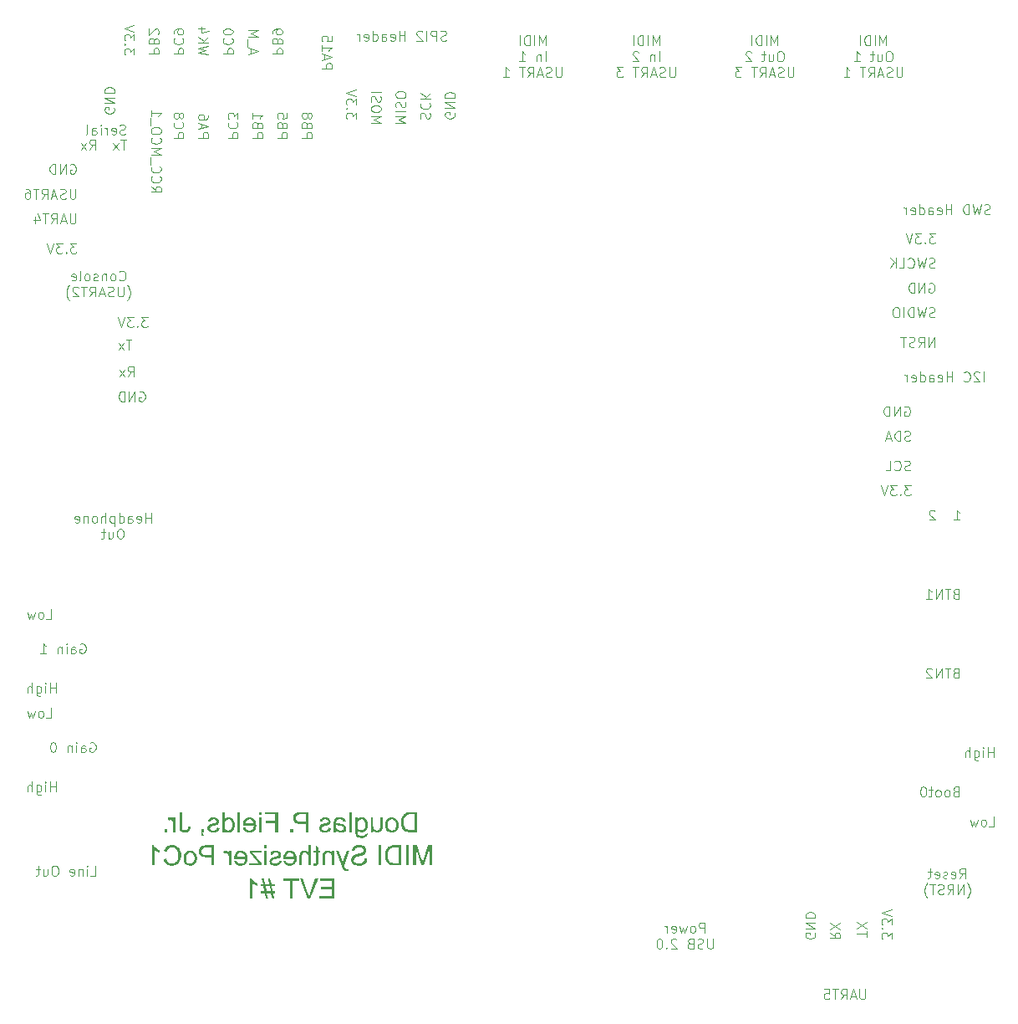
<source format=gbr>
%TF.GenerationSoftware,KiCad,Pcbnew,8.0.5*%
%TF.CreationDate,2024-10-26T11:56:14-04:00*%
%TF.ProjectId,stm-midi-poc1,73746d2d-6d69-4646-992d-706f63312e6b,1*%
%TF.SameCoordinates,Original*%
%TF.FileFunction,Legend,Bot*%
%TF.FilePolarity,Positive*%
%FSLAX46Y46*%
G04 Gerber Fmt 4.6, Leading zero omitted, Abs format (unit mm)*
G04 Created by KiCad (PCBNEW 8.0.5) date 2024-10-26 11:56:14*
%MOMM*%
%LPD*%
G01*
G04 APERTURE LIST*
%ADD10C,0.100000*%
%ADD11R,1.700000X1.700000*%
%ADD12O,1.700000X1.700000*%
%ADD13C,1.200000*%
%ADD14C,0.900000*%
%ADD15C,2.200000*%
%ADD16O,1.000000X1.900000*%
%ADD17O,1.000000X1.800000*%
%ADD18R,1.800000X1.800000*%
%ADD19C,1.800000*%
G04 APERTURE END LIST*
D10*
X199791353Y-57872419D02*
X199172306Y-57872419D01*
X199172306Y-57872419D02*
X199505639Y-58253371D01*
X199505639Y-58253371D02*
X199362782Y-58253371D01*
X199362782Y-58253371D02*
X199267544Y-58300990D01*
X199267544Y-58300990D02*
X199219925Y-58348609D01*
X199219925Y-58348609D02*
X199172306Y-58443847D01*
X199172306Y-58443847D02*
X199172306Y-58681942D01*
X199172306Y-58681942D02*
X199219925Y-58777180D01*
X199219925Y-58777180D02*
X199267544Y-58824800D01*
X199267544Y-58824800D02*
X199362782Y-58872419D01*
X199362782Y-58872419D02*
X199648496Y-58872419D01*
X199648496Y-58872419D02*
X199743734Y-58824800D01*
X199743734Y-58824800D02*
X199791353Y-58777180D01*
X198743734Y-58777180D02*
X198696115Y-58824800D01*
X198696115Y-58824800D02*
X198743734Y-58872419D01*
X198743734Y-58872419D02*
X198791353Y-58824800D01*
X198791353Y-58824800D02*
X198743734Y-58777180D01*
X198743734Y-58777180D02*
X198743734Y-58872419D01*
X198362782Y-57872419D02*
X197743735Y-57872419D01*
X197743735Y-57872419D02*
X198077068Y-58253371D01*
X198077068Y-58253371D02*
X197934211Y-58253371D01*
X197934211Y-58253371D02*
X197838973Y-58300990D01*
X197838973Y-58300990D02*
X197791354Y-58348609D01*
X197791354Y-58348609D02*
X197743735Y-58443847D01*
X197743735Y-58443847D02*
X197743735Y-58681942D01*
X197743735Y-58681942D02*
X197791354Y-58777180D01*
X197791354Y-58777180D02*
X197838973Y-58824800D01*
X197838973Y-58824800D02*
X197934211Y-58872419D01*
X197934211Y-58872419D02*
X198219925Y-58872419D01*
X198219925Y-58872419D02*
X198315163Y-58824800D01*
X198315163Y-58824800D02*
X198362782Y-58777180D01*
X197458020Y-57872419D02*
X197124687Y-58872419D01*
X197124687Y-58872419D02*
X196791354Y-57872419D01*
X128127580Y-48196115D02*
X129127580Y-48196115D01*
X129127580Y-48196115D02*
X129127580Y-47815163D01*
X129127580Y-47815163D02*
X129079961Y-47719925D01*
X129079961Y-47719925D02*
X129032342Y-47672306D01*
X129032342Y-47672306D02*
X128937104Y-47624687D01*
X128937104Y-47624687D02*
X128794247Y-47624687D01*
X128794247Y-47624687D02*
X128699009Y-47672306D01*
X128699009Y-47672306D02*
X128651390Y-47719925D01*
X128651390Y-47719925D02*
X128603771Y-47815163D01*
X128603771Y-47815163D02*
X128603771Y-48196115D01*
X128222819Y-46624687D02*
X128175200Y-46672306D01*
X128175200Y-46672306D02*
X128127580Y-46815163D01*
X128127580Y-46815163D02*
X128127580Y-46910401D01*
X128127580Y-46910401D02*
X128175200Y-47053258D01*
X128175200Y-47053258D02*
X128270438Y-47148496D01*
X128270438Y-47148496D02*
X128365676Y-47196115D01*
X128365676Y-47196115D02*
X128556152Y-47243734D01*
X128556152Y-47243734D02*
X128699009Y-47243734D01*
X128699009Y-47243734D02*
X128889485Y-47196115D01*
X128889485Y-47196115D02*
X128984723Y-47148496D01*
X128984723Y-47148496D02*
X129079961Y-47053258D01*
X129079961Y-47053258D02*
X129127580Y-46910401D01*
X129127580Y-46910401D02*
X129127580Y-46815163D01*
X129127580Y-46815163D02*
X129079961Y-46672306D01*
X129079961Y-46672306D02*
X129032342Y-46624687D01*
X129127580Y-46291353D02*
X129127580Y-45672306D01*
X129127580Y-45672306D02*
X128746628Y-46005639D01*
X128746628Y-46005639D02*
X128746628Y-45862782D01*
X128746628Y-45862782D02*
X128699009Y-45767544D01*
X128699009Y-45767544D02*
X128651390Y-45719925D01*
X128651390Y-45719925D02*
X128556152Y-45672306D01*
X128556152Y-45672306D02*
X128318057Y-45672306D01*
X128318057Y-45672306D02*
X128222819Y-45719925D01*
X128222819Y-45719925D02*
X128175200Y-45767544D01*
X128175200Y-45767544D02*
X128127580Y-45862782D01*
X128127580Y-45862782D02*
X128127580Y-46148496D01*
X128127580Y-46148496D02*
X128175200Y-46243734D01*
X128175200Y-46243734D02*
X128222819Y-46291353D01*
X119172306Y-73920038D02*
X119267544Y-73872419D01*
X119267544Y-73872419D02*
X119410401Y-73872419D01*
X119410401Y-73872419D02*
X119553258Y-73920038D01*
X119553258Y-73920038D02*
X119648496Y-74015276D01*
X119648496Y-74015276D02*
X119696115Y-74110514D01*
X119696115Y-74110514D02*
X119743734Y-74300990D01*
X119743734Y-74300990D02*
X119743734Y-74443847D01*
X119743734Y-74443847D02*
X119696115Y-74634323D01*
X119696115Y-74634323D02*
X119648496Y-74729561D01*
X119648496Y-74729561D02*
X119553258Y-74824800D01*
X119553258Y-74824800D02*
X119410401Y-74872419D01*
X119410401Y-74872419D02*
X119315163Y-74872419D01*
X119315163Y-74872419D02*
X119172306Y-74824800D01*
X119172306Y-74824800D02*
X119124687Y-74777180D01*
X119124687Y-74777180D02*
X119124687Y-74443847D01*
X119124687Y-74443847D02*
X119315163Y-74443847D01*
X118696115Y-74872419D02*
X118696115Y-73872419D01*
X118696115Y-73872419D02*
X118124687Y-74872419D01*
X118124687Y-74872419D02*
X118124687Y-73872419D01*
X117648496Y-74872419D02*
X117648496Y-73872419D01*
X117648496Y-73872419D02*
X117410401Y-73872419D01*
X117410401Y-73872419D02*
X117267544Y-73920038D01*
X117267544Y-73920038D02*
X117172306Y-74015276D01*
X117172306Y-74015276D02*
X117124687Y-74110514D01*
X117124687Y-74110514D02*
X117077068Y-74300990D01*
X117077068Y-74300990D02*
X117077068Y-74443847D01*
X117077068Y-74443847D02*
X117124687Y-74634323D01*
X117124687Y-74634323D02*
X117172306Y-74729561D01*
X117172306Y-74729561D02*
X117267544Y-74824800D01*
X117267544Y-74824800D02*
X117410401Y-74872419D01*
X117410401Y-74872419D02*
X117648496Y-74872419D01*
X199743734Y-85967657D02*
X199696115Y-85920038D01*
X199696115Y-85920038D02*
X199600877Y-85872419D01*
X199600877Y-85872419D02*
X199362782Y-85872419D01*
X199362782Y-85872419D02*
X199267544Y-85920038D01*
X199267544Y-85920038D02*
X199219925Y-85967657D01*
X199219925Y-85967657D02*
X199172306Y-86062895D01*
X199172306Y-86062895D02*
X199172306Y-86158133D01*
X199172306Y-86158133D02*
X199219925Y-86300990D01*
X199219925Y-86300990D02*
X199791353Y-86872419D01*
X199791353Y-86872419D02*
X199172306Y-86872419D01*
X117838972Y-48372419D02*
X117267544Y-48372419D01*
X117553258Y-49372419D02*
X117553258Y-48372419D01*
X117029448Y-49372419D02*
X116505639Y-48705752D01*
X117029448Y-48705752D02*
X116505639Y-49372419D01*
X109719925Y-106872419D02*
X110196115Y-106872419D01*
X110196115Y-106872419D02*
X110196115Y-105872419D01*
X109243734Y-106872419D02*
X109338972Y-106824800D01*
X109338972Y-106824800D02*
X109386591Y-106777180D01*
X109386591Y-106777180D02*
X109434210Y-106681942D01*
X109434210Y-106681942D02*
X109434210Y-106396228D01*
X109434210Y-106396228D02*
X109386591Y-106300990D01*
X109386591Y-106300990D02*
X109338972Y-106253371D01*
X109338972Y-106253371D02*
X109243734Y-106205752D01*
X109243734Y-106205752D02*
X109100877Y-106205752D01*
X109100877Y-106205752D02*
X109005639Y-106253371D01*
X109005639Y-106253371D02*
X108958020Y-106300990D01*
X108958020Y-106300990D02*
X108910401Y-106396228D01*
X108910401Y-106396228D02*
X108910401Y-106681942D01*
X108910401Y-106681942D02*
X108958020Y-106777180D01*
X108958020Y-106777180D02*
X109005639Y-106824800D01*
X109005639Y-106824800D02*
X109100877Y-106872419D01*
X109100877Y-106872419D02*
X109243734Y-106872419D01*
X108577067Y-106205752D02*
X108386591Y-106872419D01*
X108386591Y-106872419D02*
X108196115Y-106396228D01*
X108196115Y-106396228D02*
X108005639Y-106872419D01*
X108005639Y-106872419D02*
X107815163Y-106205752D01*
X117743734Y-47824800D02*
X117600877Y-47872419D01*
X117600877Y-47872419D02*
X117362782Y-47872419D01*
X117362782Y-47872419D02*
X117267544Y-47824800D01*
X117267544Y-47824800D02*
X117219925Y-47777180D01*
X117219925Y-47777180D02*
X117172306Y-47681942D01*
X117172306Y-47681942D02*
X117172306Y-47586704D01*
X117172306Y-47586704D02*
X117219925Y-47491466D01*
X117219925Y-47491466D02*
X117267544Y-47443847D01*
X117267544Y-47443847D02*
X117362782Y-47396228D01*
X117362782Y-47396228D02*
X117553258Y-47348609D01*
X117553258Y-47348609D02*
X117648496Y-47300990D01*
X117648496Y-47300990D02*
X117696115Y-47253371D01*
X117696115Y-47253371D02*
X117743734Y-47158133D01*
X117743734Y-47158133D02*
X117743734Y-47062895D01*
X117743734Y-47062895D02*
X117696115Y-46967657D01*
X117696115Y-46967657D02*
X117648496Y-46920038D01*
X117648496Y-46920038D02*
X117553258Y-46872419D01*
X117553258Y-46872419D02*
X117315163Y-46872419D01*
X117315163Y-46872419D02*
X117172306Y-46920038D01*
X116362782Y-47824800D02*
X116458020Y-47872419D01*
X116458020Y-47872419D02*
X116648496Y-47872419D01*
X116648496Y-47872419D02*
X116743734Y-47824800D01*
X116743734Y-47824800D02*
X116791353Y-47729561D01*
X116791353Y-47729561D02*
X116791353Y-47348609D01*
X116791353Y-47348609D02*
X116743734Y-47253371D01*
X116743734Y-47253371D02*
X116648496Y-47205752D01*
X116648496Y-47205752D02*
X116458020Y-47205752D01*
X116458020Y-47205752D02*
X116362782Y-47253371D01*
X116362782Y-47253371D02*
X116315163Y-47348609D01*
X116315163Y-47348609D02*
X116315163Y-47443847D01*
X116315163Y-47443847D02*
X116791353Y-47539085D01*
X115886591Y-47872419D02*
X115886591Y-47205752D01*
X115886591Y-47396228D02*
X115838972Y-47300990D01*
X115838972Y-47300990D02*
X115791353Y-47253371D01*
X115791353Y-47253371D02*
X115696115Y-47205752D01*
X115696115Y-47205752D02*
X115600877Y-47205752D01*
X115267543Y-47872419D02*
X115267543Y-47205752D01*
X115267543Y-46872419D02*
X115315162Y-46920038D01*
X115315162Y-46920038D02*
X115267543Y-46967657D01*
X115267543Y-46967657D02*
X115219924Y-46920038D01*
X115219924Y-46920038D02*
X115267543Y-46872419D01*
X115267543Y-46872419D02*
X115267543Y-46967657D01*
X114362782Y-47872419D02*
X114362782Y-47348609D01*
X114362782Y-47348609D02*
X114410401Y-47253371D01*
X114410401Y-47253371D02*
X114505639Y-47205752D01*
X114505639Y-47205752D02*
X114696115Y-47205752D01*
X114696115Y-47205752D02*
X114791353Y-47253371D01*
X114362782Y-47824800D02*
X114458020Y-47872419D01*
X114458020Y-47872419D02*
X114696115Y-47872419D01*
X114696115Y-47872419D02*
X114791353Y-47824800D01*
X114791353Y-47824800D02*
X114838972Y-47729561D01*
X114838972Y-47729561D02*
X114838972Y-47634323D01*
X114838972Y-47634323D02*
X114791353Y-47539085D01*
X114791353Y-47539085D02*
X114696115Y-47491466D01*
X114696115Y-47491466D02*
X114458020Y-47491466D01*
X114458020Y-47491466D02*
X114362782Y-47443847D01*
X113743734Y-47872419D02*
X113838972Y-47824800D01*
X113838972Y-47824800D02*
X113886591Y-47729561D01*
X113886591Y-47729561D02*
X113886591Y-46872419D01*
X137627580Y-41196115D02*
X138627580Y-41196115D01*
X138627580Y-41196115D02*
X138627580Y-40815163D01*
X138627580Y-40815163D02*
X138579961Y-40719925D01*
X138579961Y-40719925D02*
X138532342Y-40672306D01*
X138532342Y-40672306D02*
X138437104Y-40624687D01*
X138437104Y-40624687D02*
X138294247Y-40624687D01*
X138294247Y-40624687D02*
X138199009Y-40672306D01*
X138199009Y-40672306D02*
X138151390Y-40719925D01*
X138151390Y-40719925D02*
X138103771Y-40815163D01*
X138103771Y-40815163D02*
X138103771Y-41196115D01*
X137913295Y-40243734D02*
X137913295Y-39767544D01*
X137627580Y-40338972D02*
X138627580Y-40005639D01*
X138627580Y-40005639D02*
X137627580Y-39672306D01*
X137627580Y-38815163D02*
X137627580Y-39386591D01*
X137627580Y-39100877D02*
X138627580Y-39100877D01*
X138627580Y-39100877D02*
X138484723Y-39196115D01*
X138484723Y-39196115D02*
X138389485Y-39291353D01*
X138389485Y-39291353D02*
X138341866Y-39386591D01*
X138627580Y-37910401D02*
X138627580Y-38386591D01*
X138627580Y-38386591D02*
X138151390Y-38434210D01*
X138151390Y-38434210D02*
X138199009Y-38386591D01*
X138199009Y-38386591D02*
X138246628Y-38291353D01*
X138246628Y-38291353D02*
X138246628Y-38053258D01*
X138246628Y-38053258D02*
X138199009Y-37958020D01*
X138199009Y-37958020D02*
X138151390Y-37910401D01*
X138151390Y-37910401D02*
X138056152Y-37862782D01*
X138056152Y-37862782D02*
X137818057Y-37862782D01*
X137818057Y-37862782D02*
X137722819Y-37910401D01*
X137722819Y-37910401D02*
X137675200Y-37958020D01*
X137675200Y-37958020D02*
X137627580Y-38053258D01*
X137627580Y-38053258D02*
X137627580Y-38291353D01*
X137627580Y-38291353D02*
X137675200Y-38386591D01*
X137675200Y-38386591D02*
X137722819Y-38434210D01*
X199743734Y-66324800D02*
X199600877Y-66372419D01*
X199600877Y-66372419D02*
X199362782Y-66372419D01*
X199362782Y-66372419D02*
X199267544Y-66324800D01*
X199267544Y-66324800D02*
X199219925Y-66277180D01*
X199219925Y-66277180D02*
X199172306Y-66181942D01*
X199172306Y-66181942D02*
X199172306Y-66086704D01*
X199172306Y-66086704D02*
X199219925Y-65991466D01*
X199219925Y-65991466D02*
X199267544Y-65943847D01*
X199267544Y-65943847D02*
X199362782Y-65896228D01*
X199362782Y-65896228D02*
X199553258Y-65848609D01*
X199553258Y-65848609D02*
X199648496Y-65800990D01*
X199648496Y-65800990D02*
X199696115Y-65753371D01*
X199696115Y-65753371D02*
X199743734Y-65658133D01*
X199743734Y-65658133D02*
X199743734Y-65562895D01*
X199743734Y-65562895D02*
X199696115Y-65467657D01*
X199696115Y-65467657D02*
X199648496Y-65420038D01*
X199648496Y-65420038D02*
X199553258Y-65372419D01*
X199553258Y-65372419D02*
X199315163Y-65372419D01*
X199315163Y-65372419D02*
X199172306Y-65420038D01*
X198838972Y-65372419D02*
X198600877Y-66372419D01*
X198600877Y-66372419D02*
X198410401Y-65658133D01*
X198410401Y-65658133D02*
X198219925Y-66372419D01*
X198219925Y-66372419D02*
X197981830Y-65372419D01*
X197600877Y-66372419D02*
X197600877Y-65372419D01*
X197600877Y-65372419D02*
X197362782Y-65372419D01*
X197362782Y-65372419D02*
X197219925Y-65420038D01*
X197219925Y-65420038D02*
X197124687Y-65515276D01*
X197124687Y-65515276D02*
X197077068Y-65610514D01*
X197077068Y-65610514D02*
X197029449Y-65800990D01*
X197029449Y-65800990D02*
X197029449Y-65943847D01*
X197029449Y-65943847D02*
X197077068Y-66134323D01*
X197077068Y-66134323D02*
X197124687Y-66229561D01*
X197124687Y-66229561D02*
X197219925Y-66324800D01*
X197219925Y-66324800D02*
X197362782Y-66372419D01*
X197362782Y-66372419D02*
X197600877Y-66372419D01*
X196600877Y-66372419D02*
X196600877Y-65372419D01*
X195934211Y-65372419D02*
X195743735Y-65372419D01*
X195743735Y-65372419D02*
X195648497Y-65420038D01*
X195648497Y-65420038D02*
X195553259Y-65515276D01*
X195553259Y-65515276D02*
X195505640Y-65705752D01*
X195505640Y-65705752D02*
X195505640Y-66039085D01*
X195505640Y-66039085D02*
X195553259Y-66229561D01*
X195553259Y-66229561D02*
X195648497Y-66324800D01*
X195648497Y-66324800D02*
X195743735Y-66372419D01*
X195743735Y-66372419D02*
X195934211Y-66372419D01*
X195934211Y-66372419D02*
X196029449Y-66324800D01*
X196029449Y-66324800D02*
X196124687Y-66229561D01*
X196124687Y-66229561D02*
X196172306Y-66039085D01*
X196172306Y-66039085D02*
X196172306Y-65705752D01*
X196172306Y-65705752D02*
X196124687Y-65515276D01*
X196124687Y-65515276D02*
X196029449Y-65420038D01*
X196029449Y-65420038D02*
X195934211Y-65372419D01*
X194809522Y-38847475D02*
X194809522Y-37847475D01*
X194809522Y-37847475D02*
X194476189Y-38561760D01*
X194476189Y-38561760D02*
X194142856Y-37847475D01*
X194142856Y-37847475D02*
X194142856Y-38847475D01*
X193666665Y-38847475D02*
X193666665Y-37847475D01*
X193190475Y-38847475D02*
X193190475Y-37847475D01*
X193190475Y-37847475D02*
X192952380Y-37847475D01*
X192952380Y-37847475D02*
X192809523Y-37895094D01*
X192809523Y-37895094D02*
X192714285Y-37990332D01*
X192714285Y-37990332D02*
X192666666Y-38085570D01*
X192666666Y-38085570D02*
X192619047Y-38276046D01*
X192619047Y-38276046D02*
X192619047Y-38418903D01*
X192619047Y-38418903D02*
X192666666Y-38609379D01*
X192666666Y-38609379D02*
X192714285Y-38704617D01*
X192714285Y-38704617D02*
X192809523Y-38799856D01*
X192809523Y-38799856D02*
X192952380Y-38847475D01*
X192952380Y-38847475D02*
X193190475Y-38847475D01*
X192190475Y-38847475D02*
X192190475Y-37847475D01*
X195190476Y-39457419D02*
X195000000Y-39457419D01*
X195000000Y-39457419D02*
X194904762Y-39505038D01*
X194904762Y-39505038D02*
X194809524Y-39600276D01*
X194809524Y-39600276D02*
X194761905Y-39790752D01*
X194761905Y-39790752D02*
X194761905Y-40124085D01*
X194761905Y-40124085D02*
X194809524Y-40314561D01*
X194809524Y-40314561D02*
X194904762Y-40409800D01*
X194904762Y-40409800D02*
X195000000Y-40457419D01*
X195000000Y-40457419D02*
X195190476Y-40457419D01*
X195190476Y-40457419D02*
X195285714Y-40409800D01*
X195285714Y-40409800D02*
X195380952Y-40314561D01*
X195380952Y-40314561D02*
X195428571Y-40124085D01*
X195428571Y-40124085D02*
X195428571Y-39790752D01*
X195428571Y-39790752D02*
X195380952Y-39600276D01*
X195380952Y-39600276D02*
X195285714Y-39505038D01*
X195285714Y-39505038D02*
X195190476Y-39457419D01*
X193904762Y-39790752D02*
X193904762Y-40457419D01*
X194333333Y-39790752D02*
X194333333Y-40314561D01*
X194333333Y-40314561D02*
X194285714Y-40409800D01*
X194285714Y-40409800D02*
X194190476Y-40457419D01*
X194190476Y-40457419D02*
X194047619Y-40457419D01*
X194047619Y-40457419D02*
X193952381Y-40409800D01*
X193952381Y-40409800D02*
X193904762Y-40362180D01*
X193571428Y-39790752D02*
X193190476Y-39790752D01*
X193428571Y-39457419D02*
X193428571Y-40314561D01*
X193428571Y-40314561D02*
X193380952Y-40409800D01*
X193380952Y-40409800D02*
X193285714Y-40457419D01*
X193285714Y-40457419D02*
X193190476Y-40457419D01*
X191571428Y-40457419D02*
X192142856Y-40457419D01*
X191857142Y-40457419D02*
X191857142Y-39457419D01*
X191857142Y-39457419D02*
X191952380Y-39600276D01*
X191952380Y-39600276D02*
X192047618Y-39695514D01*
X192047618Y-39695514D02*
X192142856Y-39743133D01*
X196428571Y-41067363D02*
X196428571Y-41876886D01*
X196428571Y-41876886D02*
X196380952Y-41972124D01*
X196380952Y-41972124D02*
X196333333Y-42019744D01*
X196333333Y-42019744D02*
X196238095Y-42067363D01*
X196238095Y-42067363D02*
X196047619Y-42067363D01*
X196047619Y-42067363D02*
X195952381Y-42019744D01*
X195952381Y-42019744D02*
X195904762Y-41972124D01*
X195904762Y-41972124D02*
X195857143Y-41876886D01*
X195857143Y-41876886D02*
X195857143Y-41067363D01*
X195428571Y-42019744D02*
X195285714Y-42067363D01*
X195285714Y-42067363D02*
X195047619Y-42067363D01*
X195047619Y-42067363D02*
X194952381Y-42019744D01*
X194952381Y-42019744D02*
X194904762Y-41972124D01*
X194904762Y-41972124D02*
X194857143Y-41876886D01*
X194857143Y-41876886D02*
X194857143Y-41781648D01*
X194857143Y-41781648D02*
X194904762Y-41686410D01*
X194904762Y-41686410D02*
X194952381Y-41638791D01*
X194952381Y-41638791D02*
X195047619Y-41591172D01*
X195047619Y-41591172D02*
X195238095Y-41543553D01*
X195238095Y-41543553D02*
X195333333Y-41495934D01*
X195333333Y-41495934D02*
X195380952Y-41448315D01*
X195380952Y-41448315D02*
X195428571Y-41353077D01*
X195428571Y-41353077D02*
X195428571Y-41257839D01*
X195428571Y-41257839D02*
X195380952Y-41162601D01*
X195380952Y-41162601D02*
X195333333Y-41114982D01*
X195333333Y-41114982D02*
X195238095Y-41067363D01*
X195238095Y-41067363D02*
X195000000Y-41067363D01*
X195000000Y-41067363D02*
X194857143Y-41114982D01*
X194476190Y-41781648D02*
X194000000Y-41781648D01*
X194571428Y-42067363D02*
X194238095Y-41067363D01*
X194238095Y-41067363D02*
X193904762Y-42067363D01*
X193000000Y-42067363D02*
X193333333Y-41591172D01*
X193571428Y-42067363D02*
X193571428Y-41067363D01*
X193571428Y-41067363D02*
X193190476Y-41067363D01*
X193190476Y-41067363D02*
X193095238Y-41114982D01*
X193095238Y-41114982D02*
X193047619Y-41162601D01*
X193047619Y-41162601D02*
X193000000Y-41257839D01*
X193000000Y-41257839D02*
X193000000Y-41400696D01*
X193000000Y-41400696D02*
X193047619Y-41495934D01*
X193047619Y-41495934D02*
X193095238Y-41543553D01*
X193095238Y-41543553D02*
X193190476Y-41591172D01*
X193190476Y-41591172D02*
X193571428Y-41591172D01*
X192714285Y-41067363D02*
X192142857Y-41067363D01*
X192428571Y-42067363D02*
X192428571Y-41067363D01*
X190523809Y-42067363D02*
X191095237Y-42067363D01*
X190809523Y-42067363D02*
X190809523Y-41067363D01*
X190809523Y-41067363D02*
X190904761Y-41210220D01*
X190904761Y-41210220D02*
X190999999Y-41305458D01*
X190999999Y-41305458D02*
X191095237Y-41353077D01*
X113172306Y-99420038D02*
X113267544Y-99372419D01*
X113267544Y-99372419D02*
X113410401Y-99372419D01*
X113410401Y-99372419D02*
X113553258Y-99420038D01*
X113553258Y-99420038D02*
X113648496Y-99515276D01*
X113648496Y-99515276D02*
X113696115Y-99610514D01*
X113696115Y-99610514D02*
X113743734Y-99800990D01*
X113743734Y-99800990D02*
X113743734Y-99943847D01*
X113743734Y-99943847D02*
X113696115Y-100134323D01*
X113696115Y-100134323D02*
X113648496Y-100229561D01*
X113648496Y-100229561D02*
X113553258Y-100324800D01*
X113553258Y-100324800D02*
X113410401Y-100372419D01*
X113410401Y-100372419D02*
X113315163Y-100372419D01*
X113315163Y-100372419D02*
X113172306Y-100324800D01*
X113172306Y-100324800D02*
X113124687Y-100277180D01*
X113124687Y-100277180D02*
X113124687Y-99943847D01*
X113124687Y-99943847D02*
X113315163Y-99943847D01*
X112267544Y-100372419D02*
X112267544Y-99848609D01*
X112267544Y-99848609D02*
X112315163Y-99753371D01*
X112315163Y-99753371D02*
X112410401Y-99705752D01*
X112410401Y-99705752D02*
X112600877Y-99705752D01*
X112600877Y-99705752D02*
X112696115Y-99753371D01*
X112267544Y-100324800D02*
X112362782Y-100372419D01*
X112362782Y-100372419D02*
X112600877Y-100372419D01*
X112600877Y-100372419D02*
X112696115Y-100324800D01*
X112696115Y-100324800D02*
X112743734Y-100229561D01*
X112743734Y-100229561D02*
X112743734Y-100134323D01*
X112743734Y-100134323D02*
X112696115Y-100039085D01*
X112696115Y-100039085D02*
X112600877Y-99991466D01*
X112600877Y-99991466D02*
X112362782Y-99991466D01*
X112362782Y-99991466D02*
X112267544Y-99943847D01*
X111791353Y-100372419D02*
X111791353Y-99705752D01*
X111791353Y-99372419D02*
X111838972Y-99420038D01*
X111838972Y-99420038D02*
X111791353Y-99467657D01*
X111791353Y-99467657D02*
X111743734Y-99420038D01*
X111743734Y-99420038D02*
X111791353Y-99372419D01*
X111791353Y-99372419D02*
X111791353Y-99467657D01*
X111315163Y-99705752D02*
X111315163Y-100372419D01*
X111315163Y-99800990D02*
X111267544Y-99753371D01*
X111267544Y-99753371D02*
X111172306Y-99705752D01*
X111172306Y-99705752D02*
X111029449Y-99705752D01*
X111029449Y-99705752D02*
X110934211Y-99753371D01*
X110934211Y-99753371D02*
X110886592Y-99848609D01*
X110886592Y-99848609D02*
X110886592Y-100372419D01*
X109124687Y-100372419D02*
X109696115Y-100372419D01*
X109410401Y-100372419D02*
X109410401Y-99372419D01*
X109410401Y-99372419D02*
X109505639Y-99515276D01*
X109505639Y-99515276D02*
X109600877Y-99610514D01*
X109600877Y-99610514D02*
X109696115Y-99658133D01*
X120127580Y-39696115D02*
X121127580Y-39696115D01*
X121127580Y-39696115D02*
X121127580Y-39315163D01*
X121127580Y-39315163D02*
X121079961Y-39219925D01*
X121079961Y-39219925D02*
X121032342Y-39172306D01*
X121032342Y-39172306D02*
X120937104Y-39124687D01*
X120937104Y-39124687D02*
X120794247Y-39124687D01*
X120794247Y-39124687D02*
X120699009Y-39172306D01*
X120699009Y-39172306D02*
X120651390Y-39219925D01*
X120651390Y-39219925D02*
X120603771Y-39315163D01*
X120603771Y-39315163D02*
X120603771Y-39696115D01*
X120651390Y-38362782D02*
X120603771Y-38219925D01*
X120603771Y-38219925D02*
X120556152Y-38172306D01*
X120556152Y-38172306D02*
X120460914Y-38124687D01*
X120460914Y-38124687D02*
X120318057Y-38124687D01*
X120318057Y-38124687D02*
X120222819Y-38172306D01*
X120222819Y-38172306D02*
X120175200Y-38219925D01*
X120175200Y-38219925D02*
X120127580Y-38315163D01*
X120127580Y-38315163D02*
X120127580Y-38696115D01*
X120127580Y-38696115D02*
X121127580Y-38696115D01*
X121127580Y-38696115D02*
X121127580Y-38362782D01*
X121127580Y-38362782D02*
X121079961Y-38267544D01*
X121079961Y-38267544D02*
X121032342Y-38219925D01*
X121032342Y-38219925D02*
X120937104Y-38172306D01*
X120937104Y-38172306D02*
X120841866Y-38172306D01*
X120841866Y-38172306D02*
X120746628Y-38219925D01*
X120746628Y-38219925D02*
X120699009Y-38267544D01*
X120699009Y-38267544D02*
X120651390Y-38362782D01*
X120651390Y-38362782D02*
X120651390Y-38696115D01*
X121032342Y-37743734D02*
X121079961Y-37696115D01*
X121079961Y-37696115D02*
X121127580Y-37600877D01*
X121127580Y-37600877D02*
X121127580Y-37362782D01*
X121127580Y-37362782D02*
X121079961Y-37267544D01*
X121079961Y-37267544D02*
X121032342Y-37219925D01*
X121032342Y-37219925D02*
X120937104Y-37172306D01*
X120937104Y-37172306D02*
X120841866Y-37172306D01*
X120841866Y-37172306D02*
X120699009Y-37219925D01*
X120699009Y-37219925D02*
X120127580Y-37791353D01*
X120127580Y-37791353D02*
X120127580Y-37172306D01*
X197243734Y-78824800D02*
X197100877Y-78872419D01*
X197100877Y-78872419D02*
X196862782Y-78872419D01*
X196862782Y-78872419D02*
X196767544Y-78824800D01*
X196767544Y-78824800D02*
X196719925Y-78777180D01*
X196719925Y-78777180D02*
X196672306Y-78681942D01*
X196672306Y-78681942D02*
X196672306Y-78586704D01*
X196672306Y-78586704D02*
X196719925Y-78491466D01*
X196719925Y-78491466D02*
X196767544Y-78443847D01*
X196767544Y-78443847D02*
X196862782Y-78396228D01*
X196862782Y-78396228D02*
X197053258Y-78348609D01*
X197053258Y-78348609D02*
X197148496Y-78300990D01*
X197148496Y-78300990D02*
X197196115Y-78253371D01*
X197196115Y-78253371D02*
X197243734Y-78158133D01*
X197243734Y-78158133D02*
X197243734Y-78062895D01*
X197243734Y-78062895D02*
X197196115Y-77967657D01*
X197196115Y-77967657D02*
X197148496Y-77920038D01*
X197148496Y-77920038D02*
X197053258Y-77872419D01*
X197053258Y-77872419D02*
X196815163Y-77872419D01*
X196815163Y-77872419D02*
X196672306Y-77920038D01*
X196243734Y-78872419D02*
X196243734Y-77872419D01*
X196243734Y-77872419D02*
X196005639Y-77872419D01*
X196005639Y-77872419D02*
X195862782Y-77920038D01*
X195862782Y-77920038D02*
X195767544Y-78015276D01*
X195767544Y-78015276D02*
X195719925Y-78110514D01*
X195719925Y-78110514D02*
X195672306Y-78300990D01*
X195672306Y-78300990D02*
X195672306Y-78443847D01*
X195672306Y-78443847D02*
X195719925Y-78634323D01*
X195719925Y-78634323D02*
X195767544Y-78729561D01*
X195767544Y-78729561D02*
X195862782Y-78824800D01*
X195862782Y-78824800D02*
X196005639Y-78872419D01*
X196005639Y-78872419D02*
X196243734Y-78872419D01*
X195291353Y-78586704D02*
X194815163Y-78586704D01*
X195386591Y-78872419D02*
X195053258Y-77872419D01*
X195053258Y-77872419D02*
X194719925Y-78872419D01*
X205219925Y-117872419D02*
X205696115Y-117872419D01*
X205696115Y-117872419D02*
X205696115Y-116872419D01*
X204743734Y-117872419D02*
X204838972Y-117824800D01*
X204838972Y-117824800D02*
X204886591Y-117777180D01*
X204886591Y-117777180D02*
X204934210Y-117681942D01*
X204934210Y-117681942D02*
X204934210Y-117396228D01*
X204934210Y-117396228D02*
X204886591Y-117300990D01*
X204886591Y-117300990D02*
X204838972Y-117253371D01*
X204838972Y-117253371D02*
X204743734Y-117205752D01*
X204743734Y-117205752D02*
X204600877Y-117205752D01*
X204600877Y-117205752D02*
X204505639Y-117253371D01*
X204505639Y-117253371D02*
X204458020Y-117300990D01*
X204458020Y-117300990D02*
X204410401Y-117396228D01*
X204410401Y-117396228D02*
X204410401Y-117681942D01*
X204410401Y-117681942D02*
X204458020Y-117777180D01*
X204458020Y-117777180D02*
X204505639Y-117824800D01*
X204505639Y-117824800D02*
X204600877Y-117872419D01*
X204600877Y-117872419D02*
X204743734Y-117872419D01*
X204077067Y-117205752D02*
X203886591Y-117872419D01*
X203886591Y-117872419D02*
X203696115Y-117396228D01*
X203696115Y-117396228D02*
X203505639Y-117872419D01*
X203505639Y-117872419D02*
X203315163Y-117205752D01*
X114219925Y-122872419D02*
X114696115Y-122872419D01*
X114696115Y-122872419D02*
X114696115Y-121872419D01*
X113886591Y-122872419D02*
X113886591Y-122205752D01*
X113886591Y-121872419D02*
X113934210Y-121920038D01*
X113934210Y-121920038D02*
X113886591Y-121967657D01*
X113886591Y-121967657D02*
X113838972Y-121920038D01*
X113838972Y-121920038D02*
X113886591Y-121872419D01*
X113886591Y-121872419D02*
X113886591Y-121967657D01*
X113410401Y-122205752D02*
X113410401Y-122872419D01*
X113410401Y-122300990D02*
X113362782Y-122253371D01*
X113362782Y-122253371D02*
X113267544Y-122205752D01*
X113267544Y-122205752D02*
X113124687Y-122205752D01*
X113124687Y-122205752D02*
X113029449Y-122253371D01*
X113029449Y-122253371D02*
X112981830Y-122348609D01*
X112981830Y-122348609D02*
X112981830Y-122872419D01*
X112124687Y-122824800D02*
X112219925Y-122872419D01*
X112219925Y-122872419D02*
X112410401Y-122872419D01*
X112410401Y-122872419D02*
X112505639Y-122824800D01*
X112505639Y-122824800D02*
X112553258Y-122729561D01*
X112553258Y-122729561D02*
X112553258Y-122348609D01*
X112553258Y-122348609D02*
X112505639Y-122253371D01*
X112505639Y-122253371D02*
X112410401Y-122205752D01*
X112410401Y-122205752D02*
X112219925Y-122205752D01*
X112219925Y-122205752D02*
X112124687Y-122253371D01*
X112124687Y-122253371D02*
X112077068Y-122348609D01*
X112077068Y-122348609D02*
X112077068Y-122443847D01*
X112077068Y-122443847D02*
X112553258Y-122539085D01*
X110696115Y-121872419D02*
X110505639Y-121872419D01*
X110505639Y-121872419D02*
X110410401Y-121920038D01*
X110410401Y-121920038D02*
X110315163Y-122015276D01*
X110315163Y-122015276D02*
X110267544Y-122205752D01*
X110267544Y-122205752D02*
X110267544Y-122539085D01*
X110267544Y-122539085D02*
X110315163Y-122729561D01*
X110315163Y-122729561D02*
X110410401Y-122824800D01*
X110410401Y-122824800D02*
X110505639Y-122872419D01*
X110505639Y-122872419D02*
X110696115Y-122872419D01*
X110696115Y-122872419D02*
X110791353Y-122824800D01*
X110791353Y-122824800D02*
X110886591Y-122729561D01*
X110886591Y-122729561D02*
X110934210Y-122539085D01*
X110934210Y-122539085D02*
X110934210Y-122205752D01*
X110934210Y-122205752D02*
X110886591Y-122015276D01*
X110886591Y-122015276D02*
X110791353Y-121920038D01*
X110791353Y-121920038D02*
X110696115Y-121872419D01*
X109410401Y-122205752D02*
X109410401Y-122872419D01*
X109838972Y-122205752D02*
X109838972Y-122729561D01*
X109838972Y-122729561D02*
X109791353Y-122824800D01*
X109791353Y-122824800D02*
X109696115Y-122872419D01*
X109696115Y-122872419D02*
X109553258Y-122872419D01*
X109553258Y-122872419D02*
X109458020Y-122824800D01*
X109458020Y-122824800D02*
X109410401Y-122777180D01*
X109077067Y-122205752D02*
X108696115Y-122205752D01*
X108934210Y-121872419D02*
X108934210Y-122729561D01*
X108934210Y-122729561D02*
X108886591Y-122824800D01*
X108886591Y-122824800D02*
X108791353Y-122872419D01*
X108791353Y-122872419D02*
X108696115Y-122872419D01*
X201862782Y-94348609D02*
X201719925Y-94396228D01*
X201719925Y-94396228D02*
X201672306Y-94443847D01*
X201672306Y-94443847D02*
X201624687Y-94539085D01*
X201624687Y-94539085D02*
X201624687Y-94681942D01*
X201624687Y-94681942D02*
X201672306Y-94777180D01*
X201672306Y-94777180D02*
X201719925Y-94824800D01*
X201719925Y-94824800D02*
X201815163Y-94872419D01*
X201815163Y-94872419D02*
X202196115Y-94872419D01*
X202196115Y-94872419D02*
X202196115Y-93872419D01*
X202196115Y-93872419D02*
X201862782Y-93872419D01*
X201862782Y-93872419D02*
X201767544Y-93920038D01*
X201767544Y-93920038D02*
X201719925Y-93967657D01*
X201719925Y-93967657D02*
X201672306Y-94062895D01*
X201672306Y-94062895D02*
X201672306Y-94158133D01*
X201672306Y-94158133D02*
X201719925Y-94253371D01*
X201719925Y-94253371D02*
X201767544Y-94300990D01*
X201767544Y-94300990D02*
X201862782Y-94348609D01*
X201862782Y-94348609D02*
X202196115Y-94348609D01*
X201338972Y-93872419D02*
X200767544Y-93872419D01*
X201053258Y-94872419D02*
X201053258Y-93872419D01*
X200434210Y-94872419D02*
X200434210Y-93872419D01*
X200434210Y-93872419D02*
X199862782Y-94872419D01*
X199862782Y-94872419D02*
X199862782Y-93872419D01*
X198862782Y-94872419D02*
X199434210Y-94872419D01*
X199148496Y-94872419D02*
X199148496Y-93872419D01*
X199148496Y-93872419D02*
X199243734Y-94015276D01*
X199243734Y-94015276D02*
X199338972Y-94110514D01*
X199338972Y-94110514D02*
X199434210Y-94158133D01*
X195347971Y-129268967D02*
X195347971Y-128649920D01*
X195347971Y-128649920D02*
X194967019Y-128983253D01*
X194967019Y-128983253D02*
X194967019Y-128840396D01*
X194967019Y-128840396D02*
X194919400Y-128745158D01*
X194919400Y-128745158D02*
X194871781Y-128697539D01*
X194871781Y-128697539D02*
X194776543Y-128649920D01*
X194776543Y-128649920D02*
X194538448Y-128649920D01*
X194538448Y-128649920D02*
X194443210Y-128697539D01*
X194443210Y-128697539D02*
X194395591Y-128745158D01*
X194395591Y-128745158D02*
X194347971Y-128840396D01*
X194347971Y-128840396D02*
X194347971Y-129126110D01*
X194347971Y-129126110D02*
X194395591Y-129221348D01*
X194395591Y-129221348D02*
X194443210Y-129268967D01*
X194443210Y-128221348D02*
X194395591Y-128173729D01*
X194395591Y-128173729D02*
X194347971Y-128221348D01*
X194347971Y-128221348D02*
X194395591Y-128268967D01*
X194395591Y-128268967D02*
X194443210Y-128221348D01*
X194443210Y-128221348D02*
X194347971Y-128221348D01*
X195347971Y-127840396D02*
X195347971Y-127221349D01*
X195347971Y-127221349D02*
X194967019Y-127554682D01*
X194967019Y-127554682D02*
X194967019Y-127411825D01*
X194967019Y-127411825D02*
X194919400Y-127316587D01*
X194919400Y-127316587D02*
X194871781Y-127268968D01*
X194871781Y-127268968D02*
X194776543Y-127221349D01*
X194776543Y-127221349D02*
X194538448Y-127221349D01*
X194538448Y-127221349D02*
X194443210Y-127268968D01*
X194443210Y-127268968D02*
X194395591Y-127316587D01*
X194395591Y-127316587D02*
X194347971Y-127411825D01*
X194347971Y-127411825D02*
X194347971Y-127697539D01*
X194347971Y-127697539D02*
X194395591Y-127792777D01*
X194395591Y-127792777D02*
X194443210Y-127840396D01*
X195347971Y-126935634D02*
X194347971Y-126602301D01*
X194347971Y-126602301D02*
X195347971Y-126268968D01*
X189127580Y-128624687D02*
X189603771Y-128958020D01*
X189127580Y-129196115D02*
X190127580Y-129196115D01*
X190127580Y-129196115D02*
X190127580Y-128815163D01*
X190127580Y-128815163D02*
X190079961Y-128719925D01*
X190079961Y-128719925D02*
X190032342Y-128672306D01*
X190032342Y-128672306D02*
X189937104Y-128624687D01*
X189937104Y-128624687D02*
X189794247Y-128624687D01*
X189794247Y-128624687D02*
X189699009Y-128672306D01*
X189699009Y-128672306D02*
X189651390Y-128719925D01*
X189651390Y-128719925D02*
X189603771Y-128815163D01*
X189603771Y-128815163D02*
X189603771Y-129196115D01*
X190127580Y-128291353D02*
X189127580Y-127624687D01*
X190127580Y-127624687D02*
X189127580Y-128291353D01*
X132627580Y-39696115D02*
X133627580Y-39696115D01*
X133627580Y-39696115D02*
X133627580Y-39315163D01*
X133627580Y-39315163D02*
X133579961Y-39219925D01*
X133579961Y-39219925D02*
X133532342Y-39172306D01*
X133532342Y-39172306D02*
X133437104Y-39124687D01*
X133437104Y-39124687D02*
X133294247Y-39124687D01*
X133294247Y-39124687D02*
X133199009Y-39172306D01*
X133199009Y-39172306D02*
X133151390Y-39219925D01*
X133151390Y-39219925D02*
X133103771Y-39315163D01*
X133103771Y-39315163D02*
X133103771Y-39696115D01*
X133151390Y-38362782D02*
X133103771Y-38219925D01*
X133103771Y-38219925D02*
X133056152Y-38172306D01*
X133056152Y-38172306D02*
X132960914Y-38124687D01*
X132960914Y-38124687D02*
X132818057Y-38124687D01*
X132818057Y-38124687D02*
X132722819Y-38172306D01*
X132722819Y-38172306D02*
X132675200Y-38219925D01*
X132675200Y-38219925D02*
X132627580Y-38315163D01*
X132627580Y-38315163D02*
X132627580Y-38696115D01*
X132627580Y-38696115D02*
X133627580Y-38696115D01*
X133627580Y-38696115D02*
X133627580Y-38362782D01*
X133627580Y-38362782D02*
X133579961Y-38267544D01*
X133579961Y-38267544D02*
X133532342Y-38219925D01*
X133532342Y-38219925D02*
X133437104Y-38172306D01*
X133437104Y-38172306D02*
X133341866Y-38172306D01*
X133341866Y-38172306D02*
X133246628Y-38219925D01*
X133246628Y-38219925D02*
X133199009Y-38267544D01*
X133199009Y-38267544D02*
X133151390Y-38362782D01*
X133151390Y-38362782D02*
X133151390Y-38696115D01*
X132627580Y-37648496D02*
X132627580Y-37458020D01*
X132627580Y-37458020D02*
X132675200Y-37362782D01*
X132675200Y-37362782D02*
X132722819Y-37315163D01*
X132722819Y-37315163D02*
X132865676Y-37219925D01*
X132865676Y-37219925D02*
X133056152Y-37172306D01*
X133056152Y-37172306D02*
X133437104Y-37172306D01*
X133437104Y-37172306D02*
X133532342Y-37219925D01*
X133532342Y-37219925D02*
X133579961Y-37267544D01*
X133579961Y-37267544D02*
X133627580Y-37362782D01*
X133627580Y-37362782D02*
X133627580Y-37553258D01*
X133627580Y-37553258D02*
X133579961Y-37648496D01*
X133579961Y-37648496D02*
X133532342Y-37696115D01*
X133532342Y-37696115D02*
X133437104Y-37743734D01*
X133437104Y-37743734D02*
X133199009Y-37743734D01*
X133199009Y-37743734D02*
X133103771Y-37696115D01*
X133103771Y-37696115D02*
X133056152Y-37648496D01*
X133056152Y-37648496D02*
X133008533Y-37553258D01*
X133008533Y-37553258D02*
X133008533Y-37362782D01*
X133008533Y-37362782D02*
X133056152Y-37267544D01*
X133056152Y-37267544D02*
X133103771Y-37219925D01*
X133103771Y-37219925D02*
X133199009Y-37172306D01*
G36*
X147325680Y-118470000D02*
G01*
X146598813Y-118470000D01*
X146576141Y-118469864D01*
X146478175Y-118465901D01*
X146377120Y-118455063D01*
X146275436Y-118435317D01*
X146215660Y-118418601D01*
X146122431Y-118382766D01*
X146034612Y-118333712D01*
X145991786Y-118301835D01*
X145916345Y-118229985D01*
X145851430Y-118149064D01*
X145841048Y-118134169D01*
X145788243Y-118043652D01*
X145746550Y-117948740D01*
X145714166Y-117853042D01*
X145688191Y-117748302D01*
X145672239Y-117648193D01*
X145663003Y-117541489D01*
X145660432Y-117442714D01*
X145660504Y-117438806D01*
X145934961Y-117438806D01*
X145936833Y-117523213D01*
X145945152Y-117628222D01*
X145962467Y-117736066D01*
X145988206Y-117833014D01*
X146021205Y-117919259D01*
X146070562Y-118010396D01*
X146135729Y-118091912D01*
X146144334Y-118100340D01*
X146226095Y-118159111D01*
X146316468Y-118197913D01*
X146323635Y-118200227D01*
X146422737Y-118222266D01*
X146523792Y-118232551D01*
X146629099Y-118235526D01*
X147058967Y-118235526D01*
X147058967Y-116672372D01*
X146635938Y-116672372D01*
X146592484Y-116672741D01*
X146487856Y-116677336D01*
X146389711Y-116688782D01*
X146291067Y-116714382D01*
X146254644Y-116730815D01*
X146169732Y-116787458D01*
X146100815Y-116857444D01*
X146039009Y-116945436D01*
X146003649Y-117015171D01*
X145971642Y-117109812D01*
X145949593Y-117218759D01*
X145938619Y-117323527D01*
X145934961Y-117438806D01*
X145660504Y-117438806D01*
X145661669Y-117375761D01*
X145669783Y-117263148D01*
X145685471Y-117156332D01*
X145708732Y-117055312D01*
X145739567Y-116960090D01*
X145783958Y-116859065D01*
X145838485Y-116767505D01*
X145903148Y-116685409D01*
X145977948Y-116612777D01*
X145993411Y-116599843D01*
X146076683Y-116542847D01*
X146169877Y-116498635D01*
X146272993Y-116467208D01*
X146314333Y-116458765D01*
X146413328Y-116446171D01*
X146521022Y-116439731D01*
X146631542Y-116437899D01*
X147325680Y-116437899D01*
X147325680Y-118470000D01*
G37*
G36*
X144810887Y-116971913D02*
G01*
X144920819Y-116988593D01*
X145022850Y-117020840D01*
X145116980Y-117068655D01*
X145203210Y-117132037D01*
X145217094Y-117144516D01*
X145291146Y-117228024D01*
X145349329Y-117326336D01*
X145385693Y-117419570D01*
X145411038Y-117523085D01*
X145425364Y-117636880D01*
X145428890Y-117735317D01*
X145425936Y-117825412D01*
X145413936Y-117930389D01*
X145392706Y-118026874D01*
X145355045Y-118131448D01*
X145304091Y-118223795D01*
X145239846Y-118303914D01*
X145215757Y-118327812D01*
X145137997Y-118390254D01*
X145051993Y-118438820D01*
X144957745Y-118473510D01*
X144855255Y-118494325D01*
X144744521Y-118501263D01*
X144685562Y-118499080D01*
X144583102Y-118484152D01*
X144485355Y-118455082D01*
X144392323Y-118411870D01*
X144343680Y-118382017D01*
X144265618Y-118319386D01*
X144199767Y-118245317D01*
X144146126Y-118159811D01*
X144126320Y-118117382D01*
X144094629Y-118021211D01*
X144075566Y-117924690D01*
X144064589Y-117816621D01*
X144061960Y-117726524D01*
X144316119Y-117726524D01*
X144316597Y-117762094D01*
X144323752Y-117861865D01*
X144342953Y-117965112D01*
X144379208Y-118065763D01*
X144438241Y-118156880D01*
X144461684Y-118182109D01*
X144547703Y-118248284D01*
X144645839Y-118286886D01*
X144744521Y-118298053D01*
X144778768Y-118296820D01*
X144884861Y-118274915D01*
X144978551Y-118225627D01*
X145052267Y-118157857D01*
X145074092Y-118130234D01*
X145121796Y-118044398D01*
X145154234Y-117940854D01*
X145170096Y-117835728D01*
X145174389Y-117734829D01*
X145173912Y-117700033D01*
X145166756Y-117602357D01*
X145147556Y-117501121D01*
X145111301Y-117402195D01*
X145052267Y-117312288D01*
X145028812Y-117287321D01*
X144942563Y-117221834D01*
X144843912Y-117183633D01*
X144744521Y-117172581D01*
X144710794Y-117173818D01*
X144605999Y-117195800D01*
X144512939Y-117245259D01*
X144439218Y-117313265D01*
X144424311Y-117331309D01*
X144369134Y-117425350D01*
X144336436Y-117526589D01*
X144320447Y-117628797D01*
X144316119Y-117726524D01*
X144061960Y-117726524D01*
X144061618Y-117714801D01*
X144063297Y-117650644D01*
X144073556Y-117549631D01*
X144098177Y-117438177D01*
X144136227Y-117337369D01*
X144187707Y-117247209D01*
X144252616Y-117167697D01*
X144276920Y-117143681D01*
X144354985Y-117080929D01*
X144440777Y-117032123D01*
X144534297Y-116997261D01*
X144635545Y-116976344D01*
X144744521Y-116969371D01*
X144810887Y-116971913D01*
G37*
G36*
X142823307Y-118470000D02*
G01*
X142823307Y-118255554D01*
X142891531Y-118339057D01*
X142968342Y-118405283D01*
X143053739Y-118454232D01*
X143147723Y-118485906D01*
X143250293Y-118500303D01*
X143286392Y-118501263D01*
X143388350Y-118493039D01*
X143484665Y-118468370D01*
X143527215Y-118451437D01*
X143614156Y-118402978D01*
X143686727Y-118335689D01*
X143693789Y-118326385D01*
X143742300Y-118236944D01*
X143769992Y-118142226D01*
X143781808Y-118040109D01*
X143785002Y-117938809D01*
X143785136Y-117909706D01*
X143785136Y-117000635D01*
X143537473Y-117000635D01*
X143537473Y-117816406D01*
X143536275Y-117916230D01*
X143530952Y-118017953D01*
X143522330Y-118079699D01*
X143483047Y-118172165D01*
X143423656Y-118234061D01*
X143333145Y-118277893D01*
X143236566Y-118290237D01*
X143135508Y-118277679D01*
X143040246Y-118240005D01*
X143027983Y-118233084D01*
X142948950Y-118169922D01*
X142892331Y-118082437D01*
X142889741Y-118076280D01*
X142863490Y-117980957D01*
X142851731Y-117877253D01*
X142849197Y-117788562D01*
X142849197Y-117000635D01*
X142602023Y-117000635D01*
X142602023Y-118470000D01*
X142823307Y-118470000D01*
G37*
G36*
X141732717Y-116970883D02*
G01*
X141834083Y-116985334D01*
X141927566Y-117015087D01*
X142022191Y-117066092D01*
X142057033Y-117091539D01*
X142134857Y-117166243D01*
X142193560Y-117247017D01*
X142241521Y-117340621D01*
X142270833Y-117419764D01*
X142297941Y-117526123D01*
X142312046Y-117625011D01*
X142316748Y-117727990D01*
X142316104Y-117765813D01*
X142306459Y-117875207D01*
X142285238Y-117978487D01*
X142252443Y-118075654D01*
X142208073Y-118166707D01*
X142152128Y-118251646D01*
X142085438Y-118325852D01*
X141995565Y-118393022D01*
X141892696Y-118439294D01*
X141794179Y-118462323D01*
X141686113Y-118470000D01*
X141641479Y-118468334D01*
X141542811Y-118451490D01*
X141439435Y-118410030D01*
X141357196Y-118354318D01*
X141282623Y-118280467D01*
X141283173Y-118391414D01*
X141287466Y-118500732D01*
X141300209Y-118598960D01*
X141309452Y-118629116D01*
X141356589Y-118721079D01*
X141426727Y-118791912D01*
X141492720Y-118828233D01*
X141592188Y-118854062D01*
X141691974Y-118860788D01*
X141749322Y-118858384D01*
X141849797Y-118839150D01*
X141943056Y-118792400D01*
X141998499Y-118726577D01*
X142027076Y-118630711D01*
X142267410Y-118595052D01*
X142263587Y-118679007D01*
X142240322Y-118778016D01*
X142189335Y-118871740D01*
X142112072Y-118946762D01*
X142091592Y-118960958D01*
X142001848Y-119008586D01*
X141899586Y-119041558D01*
X141799840Y-119058388D01*
X141690509Y-119063998D01*
X141610516Y-119061079D01*
X141511445Y-119048103D01*
X141410354Y-119021098D01*
X141320237Y-118980956D01*
X141301747Y-118970341D01*
X141218800Y-118910224D01*
X141151690Y-118838373D01*
X141100418Y-118754787D01*
X141076845Y-118694256D01*
X141053001Y-118591644D01*
X141039250Y-118481321D01*
X141032747Y-118371504D01*
X141031053Y-118269232D01*
X141031053Y-117718220D01*
X141261618Y-117718220D01*
X141261731Y-117735781D01*
X141268854Y-117850478D01*
X141287056Y-117950775D01*
X141321426Y-118047770D01*
X141377390Y-118134410D01*
X141392016Y-118150440D01*
X141471614Y-118215079D01*
X141561993Y-118253862D01*
X141663154Y-118266789D01*
X141684363Y-118266269D01*
X141783710Y-118248036D01*
X141871895Y-118203758D01*
X141948918Y-118133433D01*
X141962700Y-118116151D01*
X142013718Y-118023222D01*
X142043951Y-117919792D01*
X142058734Y-117813213D01*
X142062735Y-117709916D01*
X142062622Y-117693375D01*
X142055530Y-117584772D01*
X142037404Y-117488745D01*
X142003180Y-117394398D01*
X141947452Y-117307892D01*
X141940199Y-117299567D01*
X141862308Y-117230855D01*
X141765388Y-117185795D01*
X141667062Y-117172581D01*
X141646309Y-117173120D01*
X141548268Y-117191953D01*
X141459768Y-117237691D01*
X141380809Y-117310334D01*
X141373476Y-117319044D01*
X141317955Y-117409148D01*
X141284432Y-117506952D01*
X141267322Y-117606205D01*
X141261618Y-117718220D01*
X141031053Y-117718220D01*
X141031053Y-117000635D01*
X141259176Y-117000635D01*
X141259176Y-117176489D01*
X141302483Y-117127946D01*
X141385103Y-117058570D01*
X141476419Y-117009015D01*
X141576429Y-116979282D01*
X141685136Y-116969371D01*
X141732717Y-116970883D01*
G37*
G36*
X140670551Y-118470000D02*
G01*
X140670551Y-116437899D01*
X140422889Y-116437899D01*
X140422889Y-118470000D01*
X140670551Y-118470000D01*
G37*
G36*
X139449770Y-116969568D02*
G01*
X139550641Y-116975317D01*
X139654292Y-116991040D01*
X139758059Y-117019685D01*
X139817261Y-117043541D01*
X139903849Y-117094008D01*
X139976413Y-117162323D01*
X140015405Y-117218854D01*
X140057056Y-117308533D01*
X140084856Y-117405101D01*
X139843056Y-117438318D01*
X139832370Y-117402597D01*
X139788365Y-117305904D01*
X139719958Y-117231200D01*
X139659135Y-117200288D01*
X139562598Y-117178306D01*
X139462526Y-117172581D01*
X139364590Y-117179189D01*
X139264727Y-117205211D01*
X139180669Y-117256113D01*
X139160546Y-117277505D01*
X139120639Y-117367587D01*
X139110816Y-117467627D01*
X139111793Y-117532107D01*
X139130117Y-117538282D01*
X139227829Y-117564746D01*
X139335639Y-117586453D01*
X139446152Y-117604044D01*
X139552895Y-117618080D01*
X139570985Y-117620345D01*
X139674425Y-117635347D01*
X139772714Y-117655694D01*
X139861278Y-117687593D01*
X139951011Y-117737759D01*
X140022208Y-117800530D01*
X140078506Y-117881374D01*
X140081511Y-117886980D01*
X140116621Y-117981731D01*
X140127355Y-118079211D01*
X140126851Y-118102034D01*
X140109220Y-118208423D01*
X140066401Y-118301932D01*
X139998394Y-118382561D01*
X139926740Y-118434493D01*
X139829560Y-118475181D01*
X139728451Y-118495583D01*
X139628611Y-118501263D01*
X139556987Y-118498210D01*
X139453901Y-118482181D01*
X139356036Y-118452414D01*
X139340061Y-118446037D01*
X139250834Y-118401277D01*
X139167715Y-118346360D01*
X139091277Y-118285352D01*
X139076544Y-118372627D01*
X139041939Y-118470000D01*
X138783531Y-118470000D01*
X138820732Y-118389163D01*
X138846545Y-118293656D01*
X138850209Y-118266713D01*
X138857231Y-118164494D01*
X138860330Y-118063307D01*
X138861795Y-117957153D01*
X138862177Y-117854996D01*
X138862177Y-117819337D01*
X139111793Y-117819337D01*
X139112771Y-117869106D01*
X139123098Y-117972398D01*
X139151849Y-118069441D01*
X139169626Y-118102655D01*
X139234754Y-118183599D01*
X139315491Y-118242854D01*
X139365547Y-118267407D01*
X139466693Y-118297007D01*
X139569504Y-118305868D01*
X139604454Y-118304823D01*
X139703175Y-118286981D01*
X139788834Y-118238946D01*
X139842479Y-118168800D01*
X139863572Y-118071395D01*
X139862370Y-118047095D01*
X139829378Y-117951716D01*
X139812849Y-117929447D01*
X139731681Y-117870139D01*
X139714416Y-117863262D01*
X139617574Y-117837433D01*
X139515771Y-117819825D01*
X139404443Y-117802384D01*
X139305972Y-117783400D01*
X139209175Y-117759816D01*
X139111793Y-117727501D01*
X139111793Y-117819337D01*
X138862177Y-117819337D01*
X138862177Y-117523314D01*
X138862224Y-117503013D01*
X138864514Y-117397958D01*
X138874389Y-117294214D01*
X138899981Y-117211281D01*
X138951570Y-117124710D01*
X138955050Y-117120550D01*
X139032748Y-117056686D01*
X139123028Y-117013824D01*
X139130393Y-117011089D01*
X139229414Y-116985043D01*
X139326940Y-116972888D01*
X139426378Y-116969371D01*
X139449770Y-116969568D01*
G37*
G36*
X138585205Y-118039155D02*
G01*
X138340474Y-118001053D01*
X138314783Y-118099353D01*
X138263695Y-118184605D01*
X138226168Y-118221360D01*
X138137233Y-118271016D01*
X138033243Y-118294383D01*
X137962875Y-118298053D01*
X137864910Y-118291231D01*
X137770022Y-118265036D01*
X137709839Y-118228199D01*
X137647923Y-118151751D01*
X137627285Y-118063091D01*
X137658841Y-117967531D01*
X137700558Y-117929734D01*
X137797135Y-117889340D01*
X137893745Y-117860813D01*
X137953105Y-117845226D01*
X138049264Y-117820050D01*
X138146603Y-117792328D01*
X138248261Y-117759295D01*
X138330216Y-117726036D01*
X138417514Y-117670494D01*
X138486024Y-117592795D01*
X138489462Y-117587306D01*
X138530129Y-117493761D01*
X138543684Y-117390935D01*
X138531138Y-117291129D01*
X138499232Y-117209706D01*
X138442765Y-117129089D01*
X138377599Y-117071465D01*
X138289137Y-117023074D01*
X138220307Y-116999169D01*
X138123771Y-116977781D01*
X138021010Y-116969488D01*
X138006838Y-116969371D01*
X137903522Y-116974142D01*
X137799460Y-116990409D01*
X137705443Y-117018220D01*
X137611075Y-117063633D01*
X137534512Y-117125343D01*
X137513468Y-117150600D01*
X137463894Y-117241361D01*
X137434822Y-117340163D01*
X137428471Y-117374326D01*
X137670272Y-117407055D01*
X137702145Y-117308747D01*
X137765526Y-117234619D01*
X137853990Y-117190090D01*
X137953754Y-117173551D01*
X137988764Y-117172581D01*
X138094426Y-117179277D01*
X138189532Y-117204455D01*
X138232030Y-117229246D01*
X138294579Y-117307709D01*
X138304815Y-117362114D01*
X138274528Y-117449064D01*
X138195348Y-117508690D01*
X138179762Y-117515498D01*
X138084874Y-117544484D01*
X137983500Y-117572915D01*
X137961409Y-117579002D01*
X137854242Y-117608561D01*
X137750370Y-117639366D01*
X137657235Y-117670226D01*
X137595533Y-117694284D01*
X137507863Y-117745325D01*
X137436117Y-117819407D01*
X137432379Y-117824710D01*
X137389954Y-117913975D01*
X137373792Y-118013752D01*
X137373272Y-118037201D01*
X137385204Y-118135991D01*
X137420999Y-118229943D01*
X137445568Y-118271674D01*
X137508491Y-118346802D01*
X137589549Y-118408053D01*
X137653663Y-118441179D01*
X137751296Y-118475387D01*
X137847467Y-118494163D01*
X137950698Y-118501204D01*
X137961409Y-118501263D01*
X138063264Y-118497175D01*
X138170070Y-118482075D01*
X138276278Y-118451194D01*
X138365571Y-118405780D01*
X138394696Y-118385003D01*
X138470001Y-118310445D01*
X138528304Y-118218113D01*
X138565857Y-118121118D01*
X138585205Y-118039155D01*
G37*
G36*
X136278087Y-118470000D02*
G01*
X136011374Y-118470000D01*
X136011374Y-117641528D01*
X135494556Y-117641528D01*
X135416820Y-117639952D01*
X135297544Y-117630323D01*
X135191124Y-117611941D01*
X135080391Y-117578327D01*
X134988170Y-117532107D01*
X134903977Y-117462254D01*
X134865623Y-117416198D01*
X134810809Y-117329652D01*
X134771657Y-117235531D01*
X134748165Y-117133838D01*
X134740929Y-117032875D01*
X135015352Y-117032875D01*
X135025942Y-117136229D01*
X135062055Y-117231958D01*
X135123796Y-117308869D01*
X135187390Y-117351825D01*
X135281341Y-117385481D01*
X135384771Y-117402356D01*
X135490648Y-117407055D01*
X136011374Y-117407055D01*
X136011374Y-116672372D01*
X135496022Y-116672372D01*
X135452493Y-116672655D01*
X135351129Y-116676343D01*
X135247383Y-116690446D01*
X135240889Y-116692369D01*
X135147894Y-116739615D01*
X135079343Y-116812079D01*
X135060908Y-116841684D01*
X135025913Y-116934221D01*
X135015352Y-117032875D01*
X134740929Y-117032875D01*
X134740334Y-117024570D01*
X134745203Y-116941675D01*
X134764377Y-116845815D01*
X134801884Y-116748087D01*
X134826155Y-116702801D01*
X134888170Y-116618232D01*
X134963084Y-116552205D01*
X135023238Y-116516467D01*
X135115344Y-116479876D01*
X135211723Y-116457438D01*
X135313409Y-116444787D01*
X135412804Y-116439445D01*
X135518004Y-116437899D01*
X136278087Y-116437899D01*
X136278087Y-118470000D01*
G37*
G36*
X134733007Y-118470000D02*
G01*
X134733007Y-118188632D01*
X134451151Y-118188632D01*
X134451151Y-118470000D01*
X134733007Y-118470000D01*
G37*
G36*
X133202093Y-118470000D02*
G01*
X133202093Y-116437899D01*
X131843614Y-116437899D01*
X131843614Y-116672372D01*
X132935868Y-116672372D01*
X132935868Y-117313265D01*
X131990648Y-117313265D01*
X131990648Y-117547739D01*
X132935868Y-117547739D01*
X132935868Y-118470000D01*
X133202093Y-118470000D01*
G37*
G36*
X131536357Y-116719267D02*
G01*
X131536357Y-116437899D01*
X131289183Y-116437899D01*
X131289183Y-116719267D01*
X131536357Y-116719267D01*
G37*
G36*
X131536357Y-118470000D02*
G01*
X131536357Y-117000635D01*
X131289183Y-117000635D01*
X131289183Y-118470000D01*
X131536357Y-118470000D01*
G37*
G36*
X130354941Y-116970169D02*
G01*
X130461719Y-116982133D01*
X130560563Y-117008454D01*
X130651473Y-117049132D01*
X130734448Y-117104167D01*
X130809490Y-117173558D01*
X130864092Y-117241410D01*
X130917398Y-117333505D01*
X130957377Y-117437243D01*
X130980513Y-117532586D01*
X130994395Y-117636015D01*
X130999022Y-117747529D01*
X130997374Y-117813174D01*
X130987299Y-117916362D01*
X130963119Y-118029924D01*
X130925750Y-118132288D01*
X130875191Y-118223455D01*
X130811444Y-118303426D01*
X130787480Y-118327383D01*
X130709381Y-118389979D01*
X130621975Y-118438666D01*
X130525260Y-118473442D01*
X130419238Y-118494307D01*
X130303907Y-118501263D01*
X130272509Y-118500782D01*
X130168174Y-118491525D01*
X130072487Y-118470488D01*
X129973722Y-118432020D01*
X129886252Y-118378164D01*
X129876125Y-118370373D01*
X129802356Y-118301039D01*
X129741471Y-118219248D01*
X129693470Y-118125001D01*
X129662037Y-118032316D01*
X129918004Y-118001053D01*
X129944497Y-118064970D01*
X129998834Y-118155725D01*
X130070411Y-118227222D01*
X130101450Y-118247627D01*
X130198635Y-118286363D01*
X130302442Y-118298053D01*
X130325044Y-118297566D01*
X130431013Y-118280536D01*
X130525247Y-118239177D01*
X130607745Y-118173489D01*
X130662028Y-118104093D01*
X130706894Y-118009601D01*
X130732371Y-117911011D01*
X130743544Y-117813475D01*
X129655198Y-117813475D01*
X129654221Y-117746064D01*
X129657122Y-117656327D01*
X129662296Y-117610265D01*
X129915073Y-117610265D01*
X130729867Y-117610265D01*
X130726580Y-117573600D01*
X130705847Y-117472054D01*
X130663687Y-117374089D01*
X130601395Y-117291772D01*
X130594076Y-117284439D01*
X130515060Y-117223913D01*
X130415910Y-117184221D01*
X130314654Y-117172581D01*
X130268729Y-117174917D01*
X130173378Y-117197251D01*
X130080394Y-117249801D01*
X130008374Y-117322058D01*
X129959304Y-117407467D01*
X129929168Y-117509655D01*
X129915073Y-117610265D01*
X129662296Y-117610265D01*
X129668905Y-117551434D01*
X129689751Y-117454627D01*
X129726731Y-117349131D01*
X129776763Y-117255279D01*
X129839846Y-117173070D01*
X129913050Y-117103844D01*
X130008005Y-117041183D01*
X130113245Y-116998017D01*
X130211637Y-116976533D01*
X130317585Y-116969371D01*
X130354941Y-116970169D01*
G37*
G36*
X129365038Y-118470000D02*
G01*
X129365038Y-116437899D01*
X129117376Y-116437899D01*
X129117376Y-118470000D01*
X129365038Y-118470000D01*
G37*
G36*
X127807745Y-117178443D02*
G01*
X127824468Y-117155675D01*
X127892496Y-117084763D01*
X127975296Y-117027501D01*
X128008209Y-117010755D01*
X128107853Y-116978965D01*
X128210258Y-116969371D01*
X128232654Y-116969744D01*
X128340569Y-116982767D01*
X128441710Y-117014394D01*
X128536078Y-117064626D01*
X128571333Y-117089745D01*
X128649519Y-117163962D01*
X128707732Y-117244707D01*
X128754431Y-117338667D01*
X128786274Y-117430594D01*
X128809019Y-117527588D01*
X128822666Y-117629651D01*
X128827215Y-117736782D01*
X128823382Y-117832636D01*
X128809612Y-117936172D01*
X128785829Y-118033297D01*
X128747103Y-118134898D01*
X128720318Y-118187077D01*
X128664049Y-118271621D01*
X128597426Y-118344109D01*
X128520446Y-118404542D01*
X128502019Y-118416255D01*
X128406621Y-118463481D01*
X128305785Y-118491817D01*
X128199511Y-118501263D01*
X128134252Y-118497897D01*
X128029820Y-118475807D01*
X127937824Y-118433102D01*
X127858263Y-118369779D01*
X127791137Y-118285840D01*
X127791137Y-118470000D01*
X127562037Y-118470000D01*
X127562037Y-117756810D01*
X127787229Y-117756810D01*
X127787340Y-117773801D01*
X127794312Y-117885068D01*
X127812130Y-117982919D01*
X127845775Y-118078318D01*
X127900558Y-118164696D01*
X127976159Y-118235021D01*
X128070339Y-118282295D01*
X128176064Y-118298053D01*
X128186067Y-118297916D01*
X128290621Y-118278406D01*
X128376955Y-118232019D01*
X128454989Y-118158346D01*
X128469304Y-118140323D01*
X128522292Y-118045385D01*
X128553693Y-117941986D01*
X128569047Y-117836836D01*
X128573203Y-117735806D01*
X128572771Y-117699904D01*
X128566303Y-117599549D01*
X128548945Y-117496402D01*
X128516171Y-117396896D01*
X128462805Y-117308381D01*
X128455821Y-117300026D01*
X128380163Y-117231065D01*
X128284708Y-117185843D01*
X128186810Y-117172581D01*
X128165952Y-117173133D01*
X128067902Y-117192434D01*
X127980251Y-117239307D01*
X127903000Y-117313754D01*
X127875866Y-117351558D01*
X127832452Y-117442233D01*
X127806336Y-117538053D01*
X127791299Y-117649254D01*
X127787229Y-117756810D01*
X127562037Y-117756810D01*
X127562037Y-116437899D01*
X127807745Y-116437899D01*
X127807745Y-117178443D01*
G37*
G36*
X127279692Y-118039155D02*
G01*
X127034961Y-118001053D01*
X127009270Y-118099353D01*
X126958182Y-118184605D01*
X126920655Y-118221360D01*
X126831720Y-118271016D01*
X126727730Y-118294383D01*
X126657362Y-118298053D01*
X126559397Y-118291231D01*
X126464509Y-118265036D01*
X126404326Y-118228199D01*
X126342410Y-118151751D01*
X126321772Y-118063091D01*
X126353328Y-117967531D01*
X126395045Y-117929734D01*
X126491622Y-117889340D01*
X126588232Y-117860813D01*
X126647592Y-117845226D01*
X126743751Y-117820050D01*
X126841090Y-117792328D01*
X126942748Y-117759295D01*
X127024703Y-117726036D01*
X127112001Y-117670494D01*
X127180511Y-117592795D01*
X127183949Y-117587306D01*
X127224616Y-117493761D01*
X127238171Y-117390935D01*
X127225626Y-117291129D01*
X127193719Y-117209706D01*
X127137252Y-117129089D01*
X127072086Y-117071465D01*
X126983624Y-117023074D01*
X126914794Y-116999169D01*
X126818258Y-116977781D01*
X126715497Y-116969488D01*
X126701325Y-116969371D01*
X126598009Y-116974142D01*
X126493947Y-116990409D01*
X126399930Y-117018220D01*
X126305562Y-117063633D01*
X126228999Y-117125343D01*
X126207955Y-117150600D01*
X126158381Y-117241361D01*
X126129309Y-117340163D01*
X126122958Y-117374326D01*
X126364759Y-117407055D01*
X126396632Y-117308747D01*
X126460013Y-117234619D01*
X126548478Y-117190090D01*
X126648241Y-117173551D01*
X126683251Y-117172581D01*
X126788913Y-117179277D01*
X126884019Y-117204455D01*
X126926517Y-117229246D01*
X126989066Y-117307709D01*
X126999302Y-117362114D01*
X126969016Y-117449064D01*
X126889835Y-117508690D01*
X126874249Y-117515498D01*
X126779361Y-117544484D01*
X126677987Y-117572915D01*
X126655896Y-117579002D01*
X126548729Y-117608561D01*
X126444857Y-117639366D01*
X126351722Y-117670226D01*
X126290020Y-117694284D01*
X126202351Y-117745325D01*
X126130604Y-117819407D01*
X126126866Y-117824710D01*
X126084441Y-117913975D01*
X126068279Y-118013752D01*
X126067759Y-118037201D01*
X126079691Y-118135991D01*
X126115486Y-118229943D01*
X126140055Y-118271674D01*
X126202978Y-118346802D01*
X126284036Y-118408053D01*
X126348150Y-118441179D01*
X126445783Y-118475387D01*
X126541954Y-118494163D01*
X126645185Y-118501204D01*
X126655896Y-118501263D01*
X126757751Y-118497175D01*
X126864557Y-118482075D01*
X126970765Y-118451194D01*
X127060058Y-118405780D01*
X127089183Y-118385003D01*
X127164488Y-118310445D01*
X127222791Y-118218113D01*
X127260344Y-118121118D01*
X127279692Y-118039155D01*
G37*
G36*
X125717027Y-118470000D02*
G01*
X125717027Y-118188632D01*
X125435659Y-118188632D01*
X125435659Y-118473419D01*
X125442181Y-118574342D01*
X125466708Y-118675011D01*
X125490858Y-118726943D01*
X125556317Y-118807958D01*
X125642977Y-118866141D01*
X125664759Y-118876420D01*
X125733635Y-118782630D01*
X125651966Y-118723287D01*
X125618353Y-118674675D01*
X125588144Y-118581390D01*
X125577138Y-118478274D01*
X125576831Y-118470000D01*
X125717027Y-118470000D01*
G37*
G36*
X124330704Y-117909218D02*
G01*
X124090369Y-117876001D01*
X124081302Y-117979499D01*
X124058204Y-118083970D01*
X124013232Y-118172813D01*
X124003907Y-118183747D01*
X123918670Y-118243353D01*
X123815875Y-118266060D01*
X123790928Y-118266789D01*
X123691869Y-118253692D01*
X123617515Y-118220383D01*
X123544280Y-118149400D01*
X123517376Y-118094354D01*
X123497741Y-117998427D01*
X123490688Y-117891700D01*
X123490020Y-117839364D01*
X123490020Y-116437899D01*
X123223307Y-116437899D01*
X123223307Y-117820314D01*
X123226229Y-117926188D01*
X123236724Y-118033792D01*
X123257654Y-118137768D01*
X123284368Y-118215010D01*
X123334832Y-118303208D01*
X123402267Y-118375706D01*
X123478297Y-118427990D01*
X123574791Y-118469707D01*
X123672030Y-118492604D01*
X123778333Y-118501191D01*
X123789462Y-118501263D01*
X123899547Y-118494133D01*
X123997712Y-118472745D01*
X124095302Y-118430842D01*
X124177322Y-118370316D01*
X124195394Y-118352274D01*
X124256607Y-118268713D01*
X124299563Y-118167016D01*
X124322173Y-118063155D01*
X124330428Y-117963081D01*
X124330704Y-117909218D01*
G37*
G36*
X122830076Y-118470000D02*
G01*
X122830076Y-117000635D01*
X122607327Y-117000635D01*
X122607327Y-117225826D01*
X122555492Y-117138271D01*
X122491958Y-117055686D01*
X122450523Y-117019197D01*
X122359505Y-116977595D01*
X122291277Y-116969371D01*
X122189027Y-116982593D01*
X122093497Y-117018268D01*
X122037264Y-117049483D01*
X122122260Y-117280537D01*
X122213119Y-117240603D01*
X122303977Y-117227292D01*
X122403253Y-117248540D01*
X122449546Y-117276629D01*
X122515644Y-117352573D01*
X122541381Y-117412428D01*
X122566683Y-117515216D01*
X122579618Y-117615594D01*
X122582902Y-117702100D01*
X122582902Y-118470000D01*
X122830076Y-118470000D01*
G37*
G36*
X121979623Y-118470000D02*
G01*
X121979623Y-118188632D01*
X121697766Y-118188632D01*
X121697766Y-118470000D01*
X121979623Y-118470000D01*
G37*
G36*
X148834124Y-121830000D02*
G01*
X148834124Y-119797899D01*
X148433077Y-119797899D01*
X147956315Y-121238932D01*
X147925571Y-121333240D01*
X147893409Y-121433351D01*
X147864008Y-121527415D01*
X147860083Y-121540327D01*
X147829011Y-121442462D01*
X147794826Y-121338449D01*
X147762052Y-121240538D01*
X147753105Y-121214019D01*
X147270969Y-119797899D01*
X146912421Y-119797899D01*
X146912421Y-121830000D01*
X147169364Y-121830000D01*
X147169364Y-120126161D01*
X147754570Y-121830000D01*
X147994905Y-121830000D01*
X148577669Y-120097341D01*
X148577669Y-121830000D01*
X148834124Y-121830000D01*
G37*
G36*
X146449825Y-121830000D02*
G01*
X146449825Y-119797899D01*
X146183112Y-119797899D01*
X146183112Y-121830000D01*
X146449825Y-121830000D01*
G37*
G36*
X145717585Y-121830000D02*
G01*
X144990718Y-121830000D01*
X144968046Y-121829864D01*
X144870080Y-121825901D01*
X144769025Y-121815063D01*
X144667341Y-121795317D01*
X144607565Y-121778601D01*
X144514336Y-121742766D01*
X144426517Y-121693712D01*
X144383691Y-121661835D01*
X144308250Y-121589985D01*
X144243335Y-121509064D01*
X144232953Y-121494169D01*
X144180148Y-121403652D01*
X144138455Y-121308740D01*
X144106071Y-121213042D01*
X144080096Y-121108302D01*
X144064144Y-121008193D01*
X144054908Y-120901489D01*
X144052337Y-120802714D01*
X144052409Y-120798806D01*
X144326866Y-120798806D01*
X144328738Y-120883213D01*
X144337058Y-120988222D01*
X144354373Y-121096066D01*
X144380111Y-121193014D01*
X144413110Y-121279259D01*
X144462467Y-121370396D01*
X144527634Y-121451912D01*
X144536239Y-121460340D01*
X144618000Y-121519111D01*
X144708373Y-121557913D01*
X144715540Y-121560227D01*
X144814642Y-121582266D01*
X144915697Y-121592551D01*
X145021004Y-121595526D01*
X145450872Y-121595526D01*
X145450872Y-120032372D01*
X145027843Y-120032372D01*
X144984389Y-120032741D01*
X144879761Y-120037336D01*
X144781616Y-120048782D01*
X144682972Y-120074382D01*
X144646549Y-120090815D01*
X144561637Y-120147458D01*
X144492720Y-120217444D01*
X144430914Y-120305436D01*
X144395554Y-120375171D01*
X144363547Y-120469812D01*
X144341498Y-120578759D01*
X144330524Y-120683527D01*
X144326866Y-120798806D01*
X144052409Y-120798806D01*
X144053574Y-120735761D01*
X144061688Y-120623148D01*
X144077376Y-120516332D01*
X144100637Y-120415312D01*
X144131472Y-120320090D01*
X144175863Y-120219065D01*
X144230390Y-120127505D01*
X144295053Y-120045409D01*
X144369853Y-119972777D01*
X144385316Y-119959843D01*
X144468588Y-119902847D01*
X144561782Y-119858635D01*
X144664898Y-119827208D01*
X144706238Y-119818765D01*
X144805233Y-119806171D01*
X144912927Y-119799731D01*
X145023447Y-119797899D01*
X145717585Y-119797899D01*
X145717585Y-121830000D01*
G37*
G36*
X143651779Y-121830000D02*
G01*
X143651779Y-119797899D01*
X143385066Y-119797899D01*
X143385066Y-121830000D01*
X143651779Y-121830000D01*
G37*
G36*
X142232239Y-121164682D02*
G01*
X141981158Y-121142212D01*
X141963191Y-121243990D01*
X141930951Y-121339749D01*
X141898115Y-121401109D01*
X141833080Y-121476897D01*
X141752011Y-121535550D01*
X141695394Y-121564752D01*
X141596706Y-121600072D01*
X141500077Y-121619459D01*
X141396865Y-121626729D01*
X141386182Y-121626789D01*
X141285616Y-121621421D01*
X141185518Y-121603321D01*
X141117027Y-121581360D01*
X141026039Y-121534731D01*
X140950445Y-121465641D01*
X140943126Y-121455819D01*
X140898531Y-121366703D01*
X140885973Y-121281430D01*
X140903438Y-121181842D01*
X140941172Y-121114856D01*
X141013834Y-121048911D01*
X141106866Y-121000826D01*
X141122400Y-120994689D01*
X141220693Y-120963086D01*
X141326713Y-120934407D01*
X141430651Y-120908254D01*
X141480948Y-120896015D01*
X141579157Y-120871010D01*
X141678974Y-120842533D01*
X141773588Y-120810904D01*
X141869783Y-120769009D01*
X141960196Y-120712011D01*
X142033292Y-120646471D01*
X142084717Y-120579476D01*
X142127879Y-120490999D01*
X142151120Y-120394829D01*
X142155547Y-120326441D01*
X142145331Y-120223077D01*
X142114680Y-120124562D01*
X142069085Y-120039211D01*
X142007013Y-119961855D01*
X141929485Y-119897092D01*
X141836501Y-119844923D01*
X141816050Y-119836001D01*
X141719651Y-119802470D01*
X141617303Y-119779913D01*
X141509003Y-119768329D01*
X141446266Y-119766636D01*
X141337700Y-119771185D01*
X141235729Y-119784832D01*
X141140352Y-119807577D01*
X141051570Y-119839420D01*
X140961659Y-119885535D01*
X140876441Y-119949553D01*
X140806679Y-120027024D01*
X140788764Y-120052889D01*
X140739410Y-120144747D01*
X140706752Y-120243856D01*
X140690790Y-120350216D01*
X140689602Y-120372358D01*
X140945080Y-120391898D01*
X140964425Y-120290584D01*
X141004229Y-120195596D01*
X141070273Y-120112488D01*
X141084787Y-120099783D01*
X141170043Y-120047748D01*
X141265698Y-120017394D01*
X141365777Y-120003518D01*
X141435519Y-120001109D01*
X141535043Y-120005387D01*
X141633442Y-120020751D01*
X141733429Y-120055670D01*
X141788206Y-120090502D01*
X141855480Y-120162401D01*
X141894723Y-120259480D01*
X141898604Y-120305436D01*
X141878942Y-120405087D01*
X141819958Y-120485198D01*
X141727542Y-120538504D01*
X141627158Y-120574652D01*
X141531514Y-120602084D01*
X141418422Y-120629790D01*
X141321882Y-120652399D01*
X141219163Y-120678365D01*
X141117425Y-120707053D01*
X141015266Y-120741395D01*
X140972435Y-120759239D01*
X140880819Y-120808565D01*
X140796155Y-120871438D01*
X140723851Y-120950407D01*
X140713049Y-120965868D01*
X140665214Y-121056344D01*
X140637234Y-121155824D01*
X140629029Y-121254075D01*
X140638045Y-121353318D01*
X140665093Y-121448935D01*
X140710173Y-121540927D01*
X140721353Y-121558890D01*
X140786621Y-121642142D01*
X140867632Y-121712992D01*
X140954001Y-121766152D01*
X140985624Y-121781639D01*
X141086019Y-121820129D01*
X141180969Y-121843767D01*
X141281291Y-121857452D01*
X141373482Y-121861263D01*
X141472955Y-121858395D01*
X141581151Y-121847799D01*
X141680884Y-121829397D01*
X141784504Y-121798805D01*
X141832170Y-121779685D01*
X141919517Y-121733798D01*
X142005886Y-121669987D01*
X142079658Y-121593269D01*
X142121842Y-121534954D01*
X142173035Y-121439505D01*
X142208464Y-121337255D01*
X142226721Y-121240657D01*
X142232239Y-121164682D01*
G37*
G36*
X140318353Y-122394689D02*
G01*
X140345708Y-122167543D01*
X140248115Y-122186928D01*
X140204047Y-122189525D01*
X140106676Y-122176134D01*
X140072644Y-122161193D01*
X139999287Y-122094408D01*
X139991067Y-122082058D01*
X139950920Y-121989971D01*
X139915840Y-121892037D01*
X139893858Y-121830000D01*
X140447313Y-120360635D01*
X140181088Y-120360635D01*
X139877250Y-121211088D01*
X139844968Y-121303352D01*
X139814619Y-121398243D01*
X139786201Y-121495762D01*
X139771249Y-121551074D01*
X139746030Y-121455286D01*
X139718183Y-121360811D01*
X139687709Y-121267650D01*
X139669644Y-121216461D01*
X139357990Y-120360635D01*
X139110816Y-120360635D01*
X139665736Y-121853447D01*
X139702928Y-121952012D01*
X139740740Y-122046969D01*
X139780964Y-122139132D01*
X139804466Y-122186106D01*
X139856672Y-122269156D01*
X139924526Y-122342606D01*
X139955896Y-122366357D01*
X140049197Y-122409588D01*
X140151750Y-122423942D01*
X140159106Y-122423998D01*
X140259865Y-122411376D01*
X140318353Y-122394689D01*
G37*
G36*
X138908094Y-121830000D02*
G01*
X138908094Y-120360635D01*
X138685833Y-120360635D01*
X138685833Y-120566775D01*
X138620535Y-120486095D01*
X138545172Y-120422107D01*
X138444530Y-120368552D01*
X138347364Y-120340732D01*
X138240134Y-120329603D01*
X138221283Y-120329371D01*
X138117669Y-120337272D01*
X138021149Y-120360974D01*
X137978995Y-120377243D01*
X137892721Y-120424500D01*
X137820456Y-120492705D01*
X137813398Y-120502295D01*
X137764124Y-120592572D01*
X137736217Y-120685966D01*
X137725545Y-120788512D01*
X137722660Y-120896258D01*
X137722540Y-120927766D01*
X137722540Y-121830000D01*
X137969713Y-121830000D01*
X137969713Y-120934117D01*
X137973766Y-120830665D01*
X137990231Y-120731875D01*
X137998534Y-120706482D01*
X138052115Y-120623860D01*
X138101116Y-120585826D01*
X138191740Y-120549093D01*
X138273551Y-120540397D01*
X138376946Y-120552346D01*
X138470182Y-120588191D01*
X138546126Y-120641514D01*
X138606662Y-120722505D01*
X138641975Y-120825824D01*
X138656885Y-120926112D01*
X138660921Y-121025952D01*
X138660921Y-121830000D01*
X138908094Y-121830000D01*
G37*
G36*
X136811025Y-121603342D02*
G01*
X136775366Y-121830000D01*
X136874284Y-121853447D01*
X136961967Y-121861263D01*
X137061513Y-121854168D01*
X137156585Y-121825958D01*
X137171039Y-121818276D01*
X137246678Y-121753437D01*
X137275575Y-121704459D01*
X137296963Y-121604274D01*
X137303947Y-121499440D01*
X137305373Y-121407948D01*
X137305373Y-120556029D01*
X137487089Y-120556029D01*
X137487089Y-120360635D01*
X137305373Y-120360635D01*
X137305373Y-120005994D01*
X137059664Y-119860425D01*
X137059664Y-120360635D01*
X136811025Y-120360635D01*
X136811025Y-120556029D01*
X137059664Y-120556029D01*
X137059664Y-121427976D01*
X137055187Y-121529371D01*
X137046964Y-121567194D01*
X137004466Y-121616531D01*
X136919469Y-121634605D01*
X136823433Y-121608929D01*
X136811025Y-121603342D01*
G37*
G36*
X136573133Y-121830000D02*
G01*
X136573133Y-119797899D01*
X136325959Y-119797899D01*
X136325959Y-120528185D01*
X136245957Y-120450718D01*
X136157260Y-120392277D01*
X136059867Y-120352864D01*
X135953779Y-120332478D01*
X135889253Y-120329371D01*
X135782778Y-120336991D01*
X135686346Y-120359848D01*
X135607396Y-120393852D01*
X135521444Y-120453987D01*
X135458065Y-120530408D01*
X135436426Y-120571172D01*
X135404873Y-120670525D01*
X135389704Y-120775254D01*
X135384849Y-120873394D01*
X135384647Y-120899923D01*
X135384647Y-121830000D01*
X135632309Y-121830000D01*
X135632309Y-120897969D01*
X135640180Y-120791008D01*
X135667021Y-120696381D01*
X135712909Y-120625882D01*
X135795816Y-120567445D01*
X135895741Y-120542484D01*
X135940055Y-120540397D01*
X136040197Y-120553063D01*
X136134543Y-120591059D01*
X136146685Y-120598039D01*
X136225231Y-120660743D01*
X136282277Y-120747739D01*
X136284926Y-120753866D01*
X136312976Y-120854083D01*
X136323995Y-120952897D01*
X136325959Y-121024975D01*
X136325959Y-121830000D01*
X136573133Y-121830000D01*
G37*
G36*
X134454313Y-120330169D02*
G01*
X134561091Y-120342133D01*
X134659935Y-120368454D01*
X134750844Y-120409132D01*
X134833820Y-120464167D01*
X134908862Y-120533558D01*
X134963464Y-120601410D01*
X135016770Y-120693505D01*
X135056749Y-120797243D01*
X135079885Y-120892586D01*
X135093767Y-120996015D01*
X135098394Y-121107529D01*
X135096746Y-121173174D01*
X135086671Y-121276362D01*
X135062491Y-121389924D01*
X135025122Y-121492288D01*
X134974563Y-121583455D01*
X134910816Y-121663426D01*
X134886851Y-121687383D01*
X134808753Y-121749979D01*
X134721346Y-121798666D01*
X134624632Y-121833442D01*
X134518610Y-121854307D01*
X134403279Y-121861263D01*
X134371881Y-121860782D01*
X134267546Y-121851525D01*
X134171859Y-121830488D01*
X134073093Y-121792020D01*
X133985624Y-121738164D01*
X133975497Y-121730373D01*
X133901728Y-121661039D01*
X133840843Y-121579248D01*
X133792841Y-121485001D01*
X133761409Y-121392316D01*
X134017376Y-121361053D01*
X134043869Y-121424970D01*
X134098206Y-121515725D01*
X134169783Y-121587222D01*
X134200821Y-121607627D01*
X134298007Y-121646363D01*
X134401814Y-121658053D01*
X134424416Y-121657566D01*
X134530385Y-121640536D01*
X134624619Y-121599177D01*
X134707117Y-121533489D01*
X134761400Y-121464093D01*
X134806266Y-121369601D01*
X134831743Y-121271011D01*
X134842916Y-121173475D01*
X133754570Y-121173475D01*
X133753593Y-121106064D01*
X133756494Y-121016327D01*
X133761668Y-120970265D01*
X134014445Y-120970265D01*
X134829239Y-120970265D01*
X134825952Y-120933600D01*
X134805219Y-120832054D01*
X134763058Y-120734089D01*
X134700767Y-120651772D01*
X134693448Y-120644439D01*
X134614431Y-120583913D01*
X134515282Y-120544221D01*
X134414026Y-120532581D01*
X134368101Y-120534917D01*
X134272750Y-120557251D01*
X134179766Y-120609801D01*
X134107745Y-120682058D01*
X134058675Y-120767467D01*
X134028540Y-120869655D01*
X134014445Y-120970265D01*
X133761668Y-120970265D01*
X133768276Y-120911434D01*
X133789123Y-120814627D01*
X133826103Y-120709131D01*
X133876134Y-120615279D01*
X133939218Y-120533070D01*
X134012422Y-120463844D01*
X134107377Y-120401183D01*
X134212617Y-120358017D01*
X134311009Y-120336533D01*
X134416957Y-120329371D01*
X134454313Y-120330169D01*
G37*
G36*
X133557711Y-121399155D02*
G01*
X133312979Y-121361053D01*
X133287288Y-121459353D01*
X133236200Y-121544605D01*
X133198674Y-121581360D01*
X133109738Y-121631016D01*
X133005748Y-121654383D01*
X132935380Y-121658053D01*
X132837415Y-121651231D01*
X132742527Y-121625036D01*
X132682344Y-121588199D01*
X132620429Y-121511751D01*
X132599790Y-121423091D01*
X132631346Y-121327531D01*
X132673063Y-121289734D01*
X132769640Y-121249340D01*
X132866250Y-121220813D01*
X132925610Y-121205226D01*
X133021769Y-121180050D01*
X133119109Y-121152328D01*
X133220766Y-121119295D01*
X133302721Y-121086036D01*
X133390019Y-121030494D01*
X133458529Y-120952795D01*
X133461967Y-120947306D01*
X133502634Y-120853761D01*
X133516189Y-120750935D01*
X133503644Y-120651129D01*
X133471737Y-120569706D01*
X133415270Y-120489089D01*
X133350104Y-120431465D01*
X133261642Y-120383074D01*
X133192812Y-120359169D01*
X133096276Y-120337781D01*
X132993515Y-120329488D01*
X132979343Y-120329371D01*
X132876027Y-120334142D01*
X132771966Y-120350409D01*
X132677948Y-120378220D01*
X132583580Y-120423633D01*
X132507017Y-120485343D01*
X132485973Y-120510600D01*
X132436399Y-120601361D01*
X132407327Y-120700163D01*
X132400976Y-120734326D01*
X132642777Y-120767055D01*
X132674650Y-120668747D01*
X132738032Y-120594619D01*
X132826496Y-120550090D01*
X132926259Y-120533551D01*
X132961269Y-120532581D01*
X133066931Y-120539277D01*
X133162037Y-120564455D01*
X133204535Y-120589246D01*
X133267084Y-120667709D01*
X133277320Y-120722114D01*
X133247034Y-120809064D01*
X133167853Y-120868690D01*
X133152267Y-120875498D01*
X133057380Y-120904484D01*
X132956005Y-120932915D01*
X132933914Y-120939002D01*
X132826747Y-120968561D01*
X132722876Y-120999366D01*
X132629740Y-121030226D01*
X132568038Y-121054284D01*
X132480369Y-121105325D01*
X132408622Y-121179407D01*
X132404884Y-121184710D01*
X132362459Y-121273975D01*
X132346297Y-121373752D01*
X132345777Y-121397201D01*
X132357709Y-121495991D01*
X132393504Y-121589943D01*
X132418073Y-121631674D01*
X132480996Y-121706802D01*
X132562055Y-121768053D01*
X132626168Y-121801179D01*
X132723802Y-121835387D01*
X132819972Y-121854163D01*
X132923203Y-121861204D01*
X132933914Y-121861263D01*
X133035769Y-121857175D01*
X133142575Y-121842075D01*
X133248783Y-121811194D01*
X133338077Y-121765780D01*
X133367201Y-121745003D01*
X133442506Y-121670445D01*
X133500810Y-121578113D01*
X133538362Y-121481118D01*
X133557711Y-121399155D01*
G37*
G36*
X132058059Y-120079267D02*
G01*
X132058059Y-119797899D01*
X131810886Y-119797899D01*
X131810886Y-120079267D01*
X132058059Y-120079267D01*
G37*
G36*
X132058059Y-121830000D02*
G01*
X132058059Y-120360635D01*
X131810886Y-120360635D01*
X131810886Y-121830000D01*
X132058059Y-121830000D01*
G37*
G36*
X131568597Y-121830000D02*
G01*
X131568597Y-121631186D01*
X130639985Y-120555540D01*
X130744351Y-120560268D01*
X130848067Y-120563188D01*
X130918911Y-120563845D01*
X131513886Y-120563845D01*
X131513886Y-120360635D01*
X130321493Y-120360635D01*
X130321493Y-120524277D01*
X131111374Y-121460216D01*
X131263782Y-121631186D01*
X131161982Y-121624746D01*
X131064189Y-121620691D01*
X130961246Y-121618986D01*
X130952128Y-121618974D01*
X130277529Y-121618974D01*
X130277529Y-121830000D01*
X131568597Y-121830000D01*
G37*
G36*
X129477620Y-120330169D02*
G01*
X129584398Y-120342133D01*
X129683242Y-120368454D01*
X129774152Y-120409132D01*
X129857128Y-120464167D01*
X129932170Y-120533558D01*
X129986771Y-120601410D01*
X130040077Y-120693505D01*
X130080057Y-120797243D01*
X130103193Y-120892586D01*
X130117075Y-120996015D01*
X130121702Y-121107529D01*
X130120053Y-121173174D01*
X130109978Y-121276362D01*
X130085798Y-121389924D01*
X130048429Y-121492288D01*
X129997871Y-121583455D01*
X129934124Y-121663426D01*
X129910159Y-121687383D01*
X129832061Y-121749979D01*
X129744654Y-121798666D01*
X129647940Y-121833442D01*
X129541917Y-121854307D01*
X129426587Y-121861263D01*
X129395188Y-121860782D01*
X129290853Y-121851525D01*
X129195167Y-121830488D01*
X129096401Y-121792020D01*
X129008932Y-121738164D01*
X128998805Y-121730373D01*
X128925036Y-121661039D01*
X128864151Y-121579248D01*
X128816149Y-121485001D01*
X128784717Y-121392316D01*
X129040683Y-121361053D01*
X129067177Y-121424970D01*
X129121513Y-121515725D01*
X129193091Y-121587222D01*
X129224129Y-121607627D01*
X129321315Y-121646363D01*
X129425122Y-121658053D01*
X129447724Y-121657566D01*
X129553692Y-121640536D01*
X129647926Y-121599177D01*
X129730425Y-121533489D01*
X129784708Y-121464093D01*
X129829573Y-121369601D01*
X129855051Y-121271011D01*
X129866224Y-121173475D01*
X128777878Y-121173475D01*
X128776901Y-121106064D01*
X128779801Y-121016327D01*
X128784975Y-120970265D01*
X129037752Y-120970265D01*
X129852547Y-120970265D01*
X129849259Y-120933600D01*
X129828527Y-120832054D01*
X129786366Y-120734089D01*
X129724075Y-120651772D01*
X129716756Y-120644439D01*
X129637739Y-120583913D01*
X129538590Y-120544221D01*
X129437334Y-120532581D01*
X129391408Y-120534917D01*
X129296058Y-120557251D01*
X129203074Y-120609801D01*
X129131053Y-120682058D01*
X129081983Y-120767467D01*
X129051847Y-120869655D01*
X129037752Y-120970265D01*
X128784975Y-120970265D01*
X128791584Y-120911434D01*
X128812431Y-120814627D01*
X128849411Y-120709131D01*
X128899442Y-120615279D01*
X128962526Y-120533070D01*
X129035730Y-120463844D01*
X129130685Y-120401183D01*
X129235925Y-120358017D01*
X129334317Y-120336533D01*
X129440265Y-120329371D01*
X129477620Y-120330169D01*
G37*
G36*
X128484787Y-121830000D02*
G01*
X128484787Y-120360635D01*
X128262037Y-120360635D01*
X128262037Y-120585826D01*
X128210202Y-120498271D01*
X128146668Y-120415686D01*
X128105233Y-120379197D01*
X128014216Y-120337595D01*
X127945987Y-120329371D01*
X127843737Y-120342593D01*
X127748207Y-120378268D01*
X127691974Y-120409483D01*
X127776971Y-120640537D01*
X127867829Y-120600603D01*
X127958687Y-120587292D01*
X128057964Y-120608540D01*
X128104256Y-120636629D01*
X128170354Y-120712573D01*
X128196092Y-120772428D01*
X128221394Y-120875216D01*
X128234328Y-120975594D01*
X128237613Y-121062100D01*
X128237613Y-121830000D01*
X128484787Y-121830000D01*
G37*
G36*
X126740893Y-121830000D02*
G01*
X126474179Y-121830000D01*
X126474179Y-121001528D01*
X125957362Y-121001528D01*
X125879625Y-120999952D01*
X125760349Y-120990323D01*
X125653929Y-120971941D01*
X125543196Y-120938327D01*
X125450975Y-120892107D01*
X125366782Y-120822254D01*
X125328429Y-120776198D01*
X125273615Y-120689652D01*
X125234462Y-120595531D01*
X125210970Y-120493838D01*
X125203735Y-120392875D01*
X125478157Y-120392875D01*
X125488747Y-120496229D01*
X125524860Y-120591958D01*
X125586601Y-120668869D01*
X125650196Y-120711825D01*
X125744147Y-120745481D01*
X125847576Y-120762356D01*
X125953454Y-120767055D01*
X126474179Y-120767055D01*
X126474179Y-120032372D01*
X125958827Y-120032372D01*
X125915298Y-120032655D01*
X125813934Y-120036343D01*
X125710188Y-120050446D01*
X125703694Y-120052369D01*
X125610699Y-120099615D01*
X125542149Y-120172079D01*
X125523714Y-120201684D01*
X125488718Y-120294221D01*
X125478157Y-120392875D01*
X125203735Y-120392875D01*
X125203140Y-120384570D01*
X125208008Y-120301675D01*
X125227182Y-120205815D01*
X125264689Y-120108087D01*
X125288961Y-120062801D01*
X125350975Y-119978232D01*
X125425889Y-119912205D01*
X125486043Y-119876467D01*
X125578149Y-119839876D01*
X125674528Y-119817438D01*
X125776214Y-119804787D01*
X125875609Y-119799445D01*
X125980809Y-119797899D01*
X126740893Y-119797899D01*
X126740893Y-121830000D01*
G37*
G36*
X124380461Y-120331913D02*
G01*
X124490393Y-120348593D01*
X124592424Y-120380840D01*
X124686554Y-120428655D01*
X124772784Y-120492037D01*
X124786668Y-120504516D01*
X124860720Y-120588024D01*
X124918903Y-120686336D01*
X124955268Y-120779570D01*
X124980612Y-120883085D01*
X124994938Y-120996880D01*
X124998464Y-121095317D01*
X124995510Y-121185412D01*
X124983510Y-121290389D01*
X124962280Y-121386874D01*
X124924619Y-121491448D01*
X124873666Y-121583795D01*
X124809420Y-121663914D01*
X124785332Y-121687812D01*
X124707571Y-121750254D01*
X124621567Y-121798820D01*
X124527320Y-121833510D01*
X124424829Y-121854325D01*
X124314096Y-121861263D01*
X124255136Y-121859080D01*
X124152676Y-121844152D01*
X124054930Y-121815082D01*
X123961898Y-121771870D01*
X123913254Y-121742017D01*
X123835193Y-121679386D01*
X123769342Y-121605317D01*
X123715701Y-121519811D01*
X123695894Y-121477382D01*
X123664204Y-121381211D01*
X123645140Y-121284690D01*
X123634164Y-121176621D01*
X123631535Y-121086524D01*
X123885694Y-121086524D01*
X123886171Y-121122094D01*
X123893326Y-121221865D01*
X123912527Y-121325112D01*
X123948782Y-121425763D01*
X124007815Y-121516880D01*
X124031258Y-121542109D01*
X124117277Y-121608284D01*
X124215413Y-121646886D01*
X124314096Y-121658053D01*
X124348342Y-121656820D01*
X124454435Y-121634915D01*
X124548125Y-121585627D01*
X124621842Y-121517857D01*
X124643666Y-121490234D01*
X124691370Y-121404398D01*
X124723808Y-121300854D01*
X124739670Y-121195728D01*
X124743963Y-121094829D01*
X124743486Y-121060033D01*
X124736331Y-120962357D01*
X124717130Y-120861121D01*
X124680875Y-120762195D01*
X124621842Y-120672288D01*
X124598386Y-120647321D01*
X124512138Y-120581834D01*
X124413486Y-120543633D01*
X124314096Y-120532581D01*
X124280369Y-120533818D01*
X124175573Y-120555800D01*
X124082513Y-120605259D01*
X124008792Y-120673265D01*
X123993886Y-120691309D01*
X123938708Y-120785350D01*
X123906010Y-120886589D01*
X123890021Y-120988797D01*
X123885694Y-121086524D01*
X123631535Y-121086524D01*
X123631193Y-121074801D01*
X123632871Y-121010644D01*
X123643130Y-120909631D01*
X123667751Y-120798177D01*
X123705801Y-120697369D01*
X123757281Y-120607209D01*
X123822191Y-120527697D01*
X123846495Y-120503681D01*
X123924559Y-120440929D01*
X124010351Y-120392123D01*
X124103871Y-120357261D01*
X124205120Y-120336344D01*
X124314096Y-120329371D01*
X124380461Y-120331913D01*
G37*
G36*
X121880460Y-121110949D02*
G01*
X121613747Y-121178360D01*
X121643271Y-121278604D01*
X121679330Y-121371121D01*
X121731228Y-121471939D01*
X121792536Y-121561630D01*
X121863256Y-121640192D01*
X121915631Y-121686385D01*
X122000564Y-121745816D01*
X122092333Y-121792951D01*
X122190937Y-121827790D01*
X122296375Y-121850333D01*
X122408648Y-121860579D01*
X122447592Y-121861263D01*
X122546441Y-121858007D01*
X122657220Y-121845505D01*
X122759448Y-121823626D01*
X122853122Y-121792370D01*
X122951600Y-121744055D01*
X122977599Y-121727906D01*
X123062065Y-121663859D01*
X123137229Y-121588405D01*
X123203089Y-121501544D01*
X123259646Y-121403277D01*
X123287787Y-121342002D01*
X123323977Y-121245809D01*
X123352680Y-121147005D01*
X123373894Y-121045591D01*
X123387622Y-120941566D01*
X123393861Y-120834931D01*
X123394277Y-120798806D01*
X123390053Y-120682955D01*
X123377379Y-120572805D01*
X123356255Y-120468357D01*
X123326683Y-120369610D01*
X123288661Y-120276565D01*
X123274110Y-120246817D01*
X123216674Y-120149231D01*
X123149515Y-120062490D01*
X123072632Y-119986596D01*
X122986025Y-119921547D01*
X122932170Y-119889246D01*
X122832827Y-119841471D01*
X122729276Y-119805430D01*
X122621519Y-119781124D01*
X122509553Y-119768552D01*
X122443684Y-119766636D01*
X122333677Y-119772114D01*
X122230437Y-119788549D01*
X122133963Y-119815941D01*
X122029962Y-119861745D01*
X121935170Y-119922463D01*
X121850968Y-119996715D01*
X121778733Y-120083121D01*
X121726343Y-120166858D01*
X121682745Y-120259526D01*
X121647941Y-120361123D01*
X121910746Y-120423161D01*
X121944346Y-120330697D01*
X121990187Y-120239335D01*
X122051247Y-120154799D01*
X122113956Y-120095875D01*
X122203983Y-120041779D01*
X122307366Y-120007719D01*
X122411831Y-119994195D01*
X122449057Y-119993293D01*
X122546948Y-119998669D01*
X122649949Y-120017980D01*
X122743487Y-120051334D01*
X122837403Y-120105645D01*
X122917753Y-120174909D01*
X122983497Y-120256307D01*
X123034635Y-120349837D01*
X123056734Y-120407041D01*
X123084302Y-120502326D01*
X123103995Y-120599138D01*
X123115810Y-120697476D01*
X123119748Y-120797341D01*
X123116172Y-120907666D01*
X123105443Y-121011681D01*
X123087561Y-121109384D01*
X123058366Y-121213317D01*
X123045010Y-121250167D01*
X123002237Y-121340567D01*
X122941782Y-121427743D01*
X122868268Y-121499541D01*
X122812002Y-121538862D01*
X122720928Y-121585144D01*
X122625757Y-121616279D01*
X122526491Y-121632268D01*
X122469574Y-121634605D01*
X122361985Y-121626362D01*
X122262944Y-121601632D01*
X122172452Y-121560416D01*
X122090509Y-121502714D01*
X122019129Y-121428770D01*
X121960327Y-121338827D01*
X121919194Y-121247004D01*
X121887692Y-121142933D01*
X121880460Y-121110949D01*
G37*
G36*
X120465805Y-121830000D02*
G01*
X120712979Y-121830000D01*
X120712979Y-120246329D01*
X120787855Y-120311175D01*
X120870250Y-120370618D01*
X120947452Y-120419253D01*
X121035218Y-120468788D01*
X121125037Y-120513580D01*
X121207815Y-120548213D01*
X121207815Y-120298108D01*
X121119488Y-120253853D01*
X121024669Y-120198525D01*
X120936383Y-120138128D01*
X120854630Y-120072663D01*
X120844870Y-120064124D01*
X120772880Y-119996010D01*
X120705466Y-119920624D01*
X120647420Y-119838402D01*
X120625052Y-119797899D01*
X120465805Y-119797899D01*
X120465805Y-121830000D01*
G37*
G36*
X138918841Y-125190000D02*
G01*
X138918841Y-123157899D01*
X137462665Y-123157899D01*
X137462665Y-123392372D01*
X138652616Y-123392372D01*
X138652616Y-124033265D01*
X137538380Y-124033265D01*
X137538380Y-124267739D01*
X138652616Y-124267739D01*
X138652616Y-124955526D01*
X137415771Y-124955526D01*
X137415771Y-125190000D01*
X138918841Y-125190000D01*
G37*
G36*
X136482763Y-125190000D02*
G01*
X137263363Y-123157899D01*
X136974668Y-123157899D01*
X136451011Y-124635568D01*
X136417188Y-124733808D01*
X136386611Y-124828493D01*
X136356444Y-124929530D01*
X136345498Y-124968715D01*
X136314758Y-124864607D01*
X136284645Y-124770909D01*
X136252213Y-124677212D01*
X136237055Y-124635568D01*
X135692881Y-123157899D01*
X135420795Y-123157899D01*
X136209211Y-125190000D01*
X136482763Y-125190000D01*
G37*
G36*
X134680251Y-125190000D02*
G01*
X134680251Y-123392372D01*
X135343614Y-123392372D01*
X135343614Y-123157899D01*
X133747243Y-123157899D01*
X133747243Y-123392372D01*
X134413537Y-123392372D01*
X134413537Y-125190000D01*
X134680251Y-125190000D01*
G37*
G36*
X131889043Y-123720635D02*
G01*
X132321842Y-123720635D01*
X132202163Y-123126636D01*
X132408304Y-123126636D01*
X132527983Y-123720635D01*
X132944172Y-123720635D01*
X132944172Y-123923845D01*
X132569015Y-123923845D01*
X132670621Y-124439685D01*
X132944172Y-124439685D01*
X132944172Y-124642896D01*
X132712142Y-124642896D01*
X132831332Y-125221263D01*
X132625191Y-125221263D01*
X132506001Y-124642896D01*
X132074668Y-124642896D01*
X132192393Y-125221263D01*
X131986741Y-125221263D01*
X131867062Y-124642896D01*
X131444033Y-124642896D01*
X131444033Y-124439685D01*
X131826029Y-124439685D01*
X131722958Y-123923845D01*
X131930076Y-123923845D01*
X132033147Y-124439685D01*
X132464480Y-124439685D01*
X132362875Y-123923845D01*
X131930076Y-123923845D01*
X131722958Y-123923845D01*
X131444033Y-123923845D01*
X131444033Y-123720635D01*
X131681437Y-123720635D01*
X131562246Y-123126636D01*
X131769364Y-123126636D01*
X131889043Y-123720635D01*
G37*
G36*
X130367410Y-125190000D02*
G01*
X130614584Y-125190000D01*
X130614584Y-123606329D01*
X130689460Y-123671175D01*
X130771855Y-123730618D01*
X130849057Y-123779253D01*
X130936823Y-123828788D01*
X131026642Y-123873580D01*
X131109420Y-123908213D01*
X131109420Y-123658108D01*
X131021094Y-123613853D01*
X130926274Y-123558525D01*
X130837988Y-123498128D01*
X130756235Y-123432663D01*
X130746475Y-123424124D01*
X130674485Y-123356010D01*
X130607071Y-123280624D01*
X130549025Y-123198402D01*
X130526657Y-123157899D01*
X130367410Y-123157899D01*
X130367410Y-125190000D01*
G37*
X201862782Y-114348609D02*
X201719925Y-114396228D01*
X201719925Y-114396228D02*
X201672306Y-114443847D01*
X201672306Y-114443847D02*
X201624687Y-114539085D01*
X201624687Y-114539085D02*
X201624687Y-114681942D01*
X201624687Y-114681942D02*
X201672306Y-114777180D01*
X201672306Y-114777180D02*
X201719925Y-114824800D01*
X201719925Y-114824800D02*
X201815163Y-114872419D01*
X201815163Y-114872419D02*
X202196115Y-114872419D01*
X202196115Y-114872419D02*
X202196115Y-113872419D01*
X202196115Y-113872419D02*
X201862782Y-113872419D01*
X201862782Y-113872419D02*
X201767544Y-113920038D01*
X201767544Y-113920038D02*
X201719925Y-113967657D01*
X201719925Y-113967657D02*
X201672306Y-114062895D01*
X201672306Y-114062895D02*
X201672306Y-114158133D01*
X201672306Y-114158133D02*
X201719925Y-114253371D01*
X201719925Y-114253371D02*
X201767544Y-114300990D01*
X201767544Y-114300990D02*
X201862782Y-114348609D01*
X201862782Y-114348609D02*
X202196115Y-114348609D01*
X201053258Y-114872419D02*
X201148496Y-114824800D01*
X201148496Y-114824800D02*
X201196115Y-114777180D01*
X201196115Y-114777180D02*
X201243734Y-114681942D01*
X201243734Y-114681942D02*
X201243734Y-114396228D01*
X201243734Y-114396228D02*
X201196115Y-114300990D01*
X201196115Y-114300990D02*
X201148496Y-114253371D01*
X201148496Y-114253371D02*
X201053258Y-114205752D01*
X201053258Y-114205752D02*
X200910401Y-114205752D01*
X200910401Y-114205752D02*
X200815163Y-114253371D01*
X200815163Y-114253371D02*
X200767544Y-114300990D01*
X200767544Y-114300990D02*
X200719925Y-114396228D01*
X200719925Y-114396228D02*
X200719925Y-114681942D01*
X200719925Y-114681942D02*
X200767544Y-114777180D01*
X200767544Y-114777180D02*
X200815163Y-114824800D01*
X200815163Y-114824800D02*
X200910401Y-114872419D01*
X200910401Y-114872419D02*
X201053258Y-114872419D01*
X200148496Y-114872419D02*
X200243734Y-114824800D01*
X200243734Y-114824800D02*
X200291353Y-114777180D01*
X200291353Y-114777180D02*
X200338972Y-114681942D01*
X200338972Y-114681942D02*
X200338972Y-114396228D01*
X200338972Y-114396228D02*
X200291353Y-114300990D01*
X200291353Y-114300990D02*
X200243734Y-114253371D01*
X200243734Y-114253371D02*
X200148496Y-114205752D01*
X200148496Y-114205752D02*
X200005639Y-114205752D01*
X200005639Y-114205752D02*
X199910401Y-114253371D01*
X199910401Y-114253371D02*
X199862782Y-114300990D01*
X199862782Y-114300990D02*
X199815163Y-114396228D01*
X199815163Y-114396228D02*
X199815163Y-114681942D01*
X199815163Y-114681942D02*
X199862782Y-114777180D01*
X199862782Y-114777180D02*
X199910401Y-114824800D01*
X199910401Y-114824800D02*
X200005639Y-114872419D01*
X200005639Y-114872419D02*
X200148496Y-114872419D01*
X199529448Y-114205752D02*
X199148496Y-114205752D01*
X199386591Y-113872419D02*
X199386591Y-114729561D01*
X199386591Y-114729561D02*
X199338972Y-114824800D01*
X199338972Y-114824800D02*
X199243734Y-114872419D01*
X199243734Y-114872419D02*
X199148496Y-114872419D01*
X198624686Y-113872419D02*
X198529448Y-113872419D01*
X198529448Y-113872419D02*
X198434210Y-113920038D01*
X198434210Y-113920038D02*
X198386591Y-113967657D01*
X198386591Y-113967657D02*
X198338972Y-114062895D01*
X198338972Y-114062895D02*
X198291353Y-114253371D01*
X198291353Y-114253371D02*
X198291353Y-114491466D01*
X198291353Y-114491466D02*
X198338972Y-114681942D01*
X198338972Y-114681942D02*
X198386591Y-114777180D01*
X198386591Y-114777180D02*
X198434210Y-114824800D01*
X198434210Y-114824800D02*
X198529448Y-114872419D01*
X198529448Y-114872419D02*
X198624686Y-114872419D01*
X198624686Y-114872419D02*
X198719924Y-114824800D01*
X198719924Y-114824800D02*
X198767543Y-114777180D01*
X198767543Y-114777180D02*
X198815162Y-114681942D01*
X198815162Y-114681942D02*
X198862781Y-114491466D01*
X198862781Y-114491466D02*
X198862781Y-114253371D01*
X198862781Y-114253371D02*
X198815162Y-114062895D01*
X198815162Y-114062895D02*
X198767543Y-113967657D01*
X198767543Y-113967657D02*
X198719924Y-113920038D01*
X198719924Y-113920038D02*
X198624686Y-113872419D01*
X118627580Y-39791353D02*
X118627580Y-39172306D01*
X118627580Y-39172306D02*
X118246628Y-39505639D01*
X118246628Y-39505639D02*
X118246628Y-39362782D01*
X118246628Y-39362782D02*
X118199009Y-39267544D01*
X118199009Y-39267544D02*
X118151390Y-39219925D01*
X118151390Y-39219925D02*
X118056152Y-39172306D01*
X118056152Y-39172306D02*
X117818057Y-39172306D01*
X117818057Y-39172306D02*
X117722819Y-39219925D01*
X117722819Y-39219925D02*
X117675200Y-39267544D01*
X117675200Y-39267544D02*
X117627580Y-39362782D01*
X117627580Y-39362782D02*
X117627580Y-39648496D01*
X117627580Y-39648496D02*
X117675200Y-39743734D01*
X117675200Y-39743734D02*
X117722819Y-39791353D01*
X117722819Y-38743734D02*
X117675200Y-38696115D01*
X117675200Y-38696115D02*
X117627580Y-38743734D01*
X117627580Y-38743734D02*
X117675200Y-38791353D01*
X117675200Y-38791353D02*
X117722819Y-38743734D01*
X117722819Y-38743734D02*
X117627580Y-38743734D01*
X118627580Y-38362782D02*
X118627580Y-37743735D01*
X118627580Y-37743735D02*
X118246628Y-38077068D01*
X118246628Y-38077068D02*
X118246628Y-37934211D01*
X118246628Y-37934211D02*
X118199009Y-37838973D01*
X118199009Y-37838973D02*
X118151390Y-37791354D01*
X118151390Y-37791354D02*
X118056152Y-37743735D01*
X118056152Y-37743735D02*
X117818057Y-37743735D01*
X117818057Y-37743735D02*
X117722819Y-37791354D01*
X117722819Y-37791354D02*
X117675200Y-37838973D01*
X117675200Y-37838973D02*
X117627580Y-37934211D01*
X117627580Y-37934211D02*
X117627580Y-38219925D01*
X117627580Y-38219925D02*
X117675200Y-38315163D01*
X117675200Y-38315163D02*
X117722819Y-38362782D01*
X118627580Y-37458020D02*
X117627580Y-37124687D01*
X117627580Y-37124687D02*
X118627580Y-36791354D01*
X202238095Y-123152447D02*
X202571428Y-122676256D01*
X202809523Y-123152447D02*
X202809523Y-122152447D01*
X202809523Y-122152447D02*
X202428571Y-122152447D01*
X202428571Y-122152447D02*
X202333333Y-122200066D01*
X202333333Y-122200066D02*
X202285714Y-122247685D01*
X202285714Y-122247685D02*
X202238095Y-122342923D01*
X202238095Y-122342923D02*
X202238095Y-122485780D01*
X202238095Y-122485780D02*
X202285714Y-122581018D01*
X202285714Y-122581018D02*
X202333333Y-122628637D01*
X202333333Y-122628637D02*
X202428571Y-122676256D01*
X202428571Y-122676256D02*
X202809523Y-122676256D01*
X201428571Y-123104828D02*
X201523809Y-123152447D01*
X201523809Y-123152447D02*
X201714285Y-123152447D01*
X201714285Y-123152447D02*
X201809523Y-123104828D01*
X201809523Y-123104828D02*
X201857142Y-123009589D01*
X201857142Y-123009589D02*
X201857142Y-122628637D01*
X201857142Y-122628637D02*
X201809523Y-122533399D01*
X201809523Y-122533399D02*
X201714285Y-122485780D01*
X201714285Y-122485780D02*
X201523809Y-122485780D01*
X201523809Y-122485780D02*
X201428571Y-122533399D01*
X201428571Y-122533399D02*
X201380952Y-122628637D01*
X201380952Y-122628637D02*
X201380952Y-122723875D01*
X201380952Y-122723875D02*
X201857142Y-122819113D01*
X200999999Y-123104828D02*
X200904761Y-123152447D01*
X200904761Y-123152447D02*
X200714285Y-123152447D01*
X200714285Y-123152447D02*
X200619047Y-123104828D01*
X200619047Y-123104828D02*
X200571428Y-123009589D01*
X200571428Y-123009589D02*
X200571428Y-122961970D01*
X200571428Y-122961970D02*
X200619047Y-122866732D01*
X200619047Y-122866732D02*
X200714285Y-122819113D01*
X200714285Y-122819113D02*
X200857142Y-122819113D01*
X200857142Y-122819113D02*
X200952380Y-122771494D01*
X200952380Y-122771494D02*
X200999999Y-122676256D01*
X200999999Y-122676256D02*
X200999999Y-122628637D01*
X200999999Y-122628637D02*
X200952380Y-122533399D01*
X200952380Y-122533399D02*
X200857142Y-122485780D01*
X200857142Y-122485780D02*
X200714285Y-122485780D01*
X200714285Y-122485780D02*
X200619047Y-122533399D01*
X199761904Y-123104828D02*
X199857142Y-123152447D01*
X199857142Y-123152447D02*
X200047618Y-123152447D01*
X200047618Y-123152447D02*
X200142856Y-123104828D01*
X200142856Y-123104828D02*
X200190475Y-123009589D01*
X200190475Y-123009589D02*
X200190475Y-122628637D01*
X200190475Y-122628637D02*
X200142856Y-122533399D01*
X200142856Y-122533399D02*
X200047618Y-122485780D01*
X200047618Y-122485780D02*
X199857142Y-122485780D01*
X199857142Y-122485780D02*
X199761904Y-122533399D01*
X199761904Y-122533399D02*
X199714285Y-122628637D01*
X199714285Y-122628637D02*
X199714285Y-122723875D01*
X199714285Y-122723875D02*
X200190475Y-122819113D01*
X199428570Y-122485780D02*
X199047618Y-122485780D01*
X199285713Y-122152447D02*
X199285713Y-123009589D01*
X199285713Y-123009589D02*
X199238094Y-123104828D01*
X199238094Y-123104828D02*
X199142856Y-123152447D01*
X199142856Y-123152447D02*
X199047618Y-123152447D01*
X203023809Y-125143343D02*
X203071428Y-125095724D01*
X203071428Y-125095724D02*
X203166666Y-124952867D01*
X203166666Y-124952867D02*
X203214285Y-124857629D01*
X203214285Y-124857629D02*
X203261904Y-124714772D01*
X203261904Y-124714772D02*
X203309523Y-124476676D01*
X203309523Y-124476676D02*
X203309523Y-124286200D01*
X203309523Y-124286200D02*
X203261904Y-124048105D01*
X203261904Y-124048105D02*
X203214285Y-123905248D01*
X203214285Y-123905248D02*
X203166666Y-123810010D01*
X203166666Y-123810010D02*
X203071428Y-123667152D01*
X203071428Y-123667152D02*
X203023809Y-123619533D01*
X202642856Y-124762391D02*
X202642856Y-123762391D01*
X202642856Y-123762391D02*
X202071428Y-124762391D01*
X202071428Y-124762391D02*
X202071428Y-123762391D01*
X201023809Y-124762391D02*
X201357142Y-124286200D01*
X201595237Y-124762391D02*
X201595237Y-123762391D01*
X201595237Y-123762391D02*
X201214285Y-123762391D01*
X201214285Y-123762391D02*
X201119047Y-123810010D01*
X201119047Y-123810010D02*
X201071428Y-123857629D01*
X201071428Y-123857629D02*
X201023809Y-123952867D01*
X201023809Y-123952867D02*
X201023809Y-124095724D01*
X201023809Y-124095724D02*
X201071428Y-124190962D01*
X201071428Y-124190962D02*
X201119047Y-124238581D01*
X201119047Y-124238581D02*
X201214285Y-124286200D01*
X201214285Y-124286200D02*
X201595237Y-124286200D01*
X200642856Y-124714772D02*
X200499999Y-124762391D01*
X200499999Y-124762391D02*
X200261904Y-124762391D01*
X200261904Y-124762391D02*
X200166666Y-124714772D01*
X200166666Y-124714772D02*
X200119047Y-124667152D01*
X200119047Y-124667152D02*
X200071428Y-124571914D01*
X200071428Y-124571914D02*
X200071428Y-124476676D01*
X200071428Y-124476676D02*
X200119047Y-124381438D01*
X200119047Y-124381438D02*
X200166666Y-124333819D01*
X200166666Y-124333819D02*
X200261904Y-124286200D01*
X200261904Y-124286200D02*
X200452380Y-124238581D01*
X200452380Y-124238581D02*
X200547618Y-124190962D01*
X200547618Y-124190962D02*
X200595237Y-124143343D01*
X200595237Y-124143343D02*
X200642856Y-124048105D01*
X200642856Y-124048105D02*
X200642856Y-123952867D01*
X200642856Y-123952867D02*
X200595237Y-123857629D01*
X200595237Y-123857629D02*
X200547618Y-123810010D01*
X200547618Y-123810010D02*
X200452380Y-123762391D01*
X200452380Y-123762391D02*
X200214285Y-123762391D01*
X200214285Y-123762391D02*
X200071428Y-123810010D01*
X199785713Y-123762391D02*
X199214285Y-123762391D01*
X199499999Y-124762391D02*
X199499999Y-123762391D01*
X198976189Y-125143343D02*
X198928570Y-125095724D01*
X198928570Y-125095724D02*
X198833332Y-124952867D01*
X198833332Y-124952867D02*
X198785713Y-124857629D01*
X198785713Y-124857629D02*
X198738094Y-124714772D01*
X198738094Y-124714772D02*
X198690475Y-124476676D01*
X198690475Y-124476676D02*
X198690475Y-124286200D01*
X198690475Y-124286200D02*
X198738094Y-124048105D01*
X198738094Y-124048105D02*
X198785713Y-123905248D01*
X198785713Y-123905248D02*
X198833332Y-123810010D01*
X198833332Y-123810010D02*
X198928570Y-123667152D01*
X198928570Y-123667152D02*
X198976189Y-123619533D01*
X130482167Y-39646791D02*
X130482167Y-39170601D01*
X130196452Y-39742029D02*
X131196452Y-39408696D01*
X131196452Y-39408696D02*
X130196452Y-39075363D01*
X130101214Y-38980125D02*
X130101214Y-38218220D01*
X130196452Y-37980124D02*
X131196452Y-37980124D01*
X131196452Y-37980124D02*
X130482167Y-37646791D01*
X130482167Y-37646791D02*
X131196452Y-37313458D01*
X131196452Y-37313458D02*
X130196452Y-37313458D01*
X127627580Y-39696115D02*
X128627580Y-39696115D01*
X128627580Y-39696115D02*
X128627580Y-39315163D01*
X128627580Y-39315163D02*
X128579961Y-39219925D01*
X128579961Y-39219925D02*
X128532342Y-39172306D01*
X128532342Y-39172306D02*
X128437104Y-39124687D01*
X128437104Y-39124687D02*
X128294247Y-39124687D01*
X128294247Y-39124687D02*
X128199009Y-39172306D01*
X128199009Y-39172306D02*
X128151390Y-39219925D01*
X128151390Y-39219925D02*
X128103771Y-39315163D01*
X128103771Y-39315163D02*
X128103771Y-39696115D01*
X127722819Y-38124687D02*
X127675200Y-38172306D01*
X127675200Y-38172306D02*
X127627580Y-38315163D01*
X127627580Y-38315163D02*
X127627580Y-38410401D01*
X127627580Y-38410401D02*
X127675200Y-38553258D01*
X127675200Y-38553258D02*
X127770438Y-38648496D01*
X127770438Y-38648496D02*
X127865676Y-38696115D01*
X127865676Y-38696115D02*
X128056152Y-38743734D01*
X128056152Y-38743734D02*
X128199009Y-38743734D01*
X128199009Y-38743734D02*
X128389485Y-38696115D01*
X128389485Y-38696115D02*
X128484723Y-38648496D01*
X128484723Y-38648496D02*
X128579961Y-38553258D01*
X128579961Y-38553258D02*
X128627580Y-38410401D01*
X128627580Y-38410401D02*
X128627580Y-38315163D01*
X128627580Y-38315163D02*
X128579961Y-38172306D01*
X128579961Y-38172306D02*
X128532342Y-38124687D01*
X128627580Y-37505639D02*
X128627580Y-37410401D01*
X128627580Y-37410401D02*
X128579961Y-37315163D01*
X128579961Y-37315163D02*
X128532342Y-37267544D01*
X128532342Y-37267544D02*
X128437104Y-37219925D01*
X128437104Y-37219925D02*
X128246628Y-37172306D01*
X128246628Y-37172306D02*
X128008533Y-37172306D01*
X128008533Y-37172306D02*
X127818057Y-37219925D01*
X127818057Y-37219925D02*
X127722819Y-37267544D01*
X127722819Y-37267544D02*
X127675200Y-37315163D01*
X127675200Y-37315163D02*
X127627580Y-37410401D01*
X127627580Y-37410401D02*
X127627580Y-37505639D01*
X127627580Y-37505639D02*
X127675200Y-37600877D01*
X127675200Y-37600877D02*
X127722819Y-37648496D01*
X127722819Y-37648496D02*
X127818057Y-37696115D01*
X127818057Y-37696115D02*
X128008533Y-37743734D01*
X128008533Y-37743734D02*
X128246628Y-37743734D01*
X128246628Y-37743734D02*
X128437104Y-37696115D01*
X128437104Y-37696115D02*
X128532342Y-37648496D01*
X128532342Y-37648496D02*
X128579961Y-37600877D01*
X128579961Y-37600877D02*
X128627580Y-37505639D01*
X125127580Y-48196115D02*
X126127580Y-48196115D01*
X126127580Y-48196115D02*
X126127580Y-47815163D01*
X126127580Y-47815163D02*
X126079961Y-47719925D01*
X126079961Y-47719925D02*
X126032342Y-47672306D01*
X126032342Y-47672306D02*
X125937104Y-47624687D01*
X125937104Y-47624687D02*
X125794247Y-47624687D01*
X125794247Y-47624687D02*
X125699009Y-47672306D01*
X125699009Y-47672306D02*
X125651390Y-47719925D01*
X125651390Y-47719925D02*
X125603771Y-47815163D01*
X125603771Y-47815163D02*
X125603771Y-48196115D01*
X125413295Y-47243734D02*
X125413295Y-46767544D01*
X125127580Y-47338972D02*
X126127580Y-47005639D01*
X126127580Y-47005639D02*
X125127580Y-46672306D01*
X126127580Y-45910401D02*
X126127580Y-46100877D01*
X126127580Y-46100877D02*
X126079961Y-46196115D01*
X126079961Y-46196115D02*
X126032342Y-46243734D01*
X126032342Y-46243734D02*
X125889485Y-46338972D01*
X125889485Y-46338972D02*
X125699009Y-46386591D01*
X125699009Y-46386591D02*
X125318057Y-46386591D01*
X125318057Y-46386591D02*
X125222819Y-46338972D01*
X125222819Y-46338972D02*
X125175200Y-46291353D01*
X125175200Y-46291353D02*
X125127580Y-46196115D01*
X125127580Y-46196115D02*
X125127580Y-46005639D01*
X125127580Y-46005639D02*
X125175200Y-45910401D01*
X125175200Y-45910401D02*
X125222819Y-45862782D01*
X125222819Y-45862782D02*
X125318057Y-45815163D01*
X125318057Y-45815163D02*
X125556152Y-45815163D01*
X125556152Y-45815163D02*
X125651390Y-45862782D01*
X125651390Y-45862782D02*
X125699009Y-45910401D01*
X125699009Y-45910401D02*
X125746628Y-46005639D01*
X125746628Y-46005639D02*
X125746628Y-46196115D01*
X125746628Y-46196115D02*
X125699009Y-46291353D01*
X125699009Y-46291353D02*
X125651390Y-46338972D01*
X125651390Y-46338972D02*
X125556152Y-46386591D01*
X112696115Y-53372419D02*
X112696115Y-54181942D01*
X112696115Y-54181942D02*
X112648496Y-54277180D01*
X112648496Y-54277180D02*
X112600877Y-54324800D01*
X112600877Y-54324800D02*
X112505639Y-54372419D01*
X112505639Y-54372419D02*
X112315163Y-54372419D01*
X112315163Y-54372419D02*
X112219925Y-54324800D01*
X112219925Y-54324800D02*
X112172306Y-54277180D01*
X112172306Y-54277180D02*
X112124687Y-54181942D01*
X112124687Y-54181942D02*
X112124687Y-53372419D01*
X111696115Y-54324800D02*
X111553258Y-54372419D01*
X111553258Y-54372419D02*
X111315163Y-54372419D01*
X111315163Y-54372419D02*
X111219925Y-54324800D01*
X111219925Y-54324800D02*
X111172306Y-54277180D01*
X111172306Y-54277180D02*
X111124687Y-54181942D01*
X111124687Y-54181942D02*
X111124687Y-54086704D01*
X111124687Y-54086704D02*
X111172306Y-53991466D01*
X111172306Y-53991466D02*
X111219925Y-53943847D01*
X111219925Y-53943847D02*
X111315163Y-53896228D01*
X111315163Y-53896228D02*
X111505639Y-53848609D01*
X111505639Y-53848609D02*
X111600877Y-53800990D01*
X111600877Y-53800990D02*
X111648496Y-53753371D01*
X111648496Y-53753371D02*
X111696115Y-53658133D01*
X111696115Y-53658133D02*
X111696115Y-53562895D01*
X111696115Y-53562895D02*
X111648496Y-53467657D01*
X111648496Y-53467657D02*
X111600877Y-53420038D01*
X111600877Y-53420038D02*
X111505639Y-53372419D01*
X111505639Y-53372419D02*
X111267544Y-53372419D01*
X111267544Y-53372419D02*
X111124687Y-53420038D01*
X110743734Y-54086704D02*
X110267544Y-54086704D01*
X110838972Y-54372419D02*
X110505639Y-53372419D01*
X110505639Y-53372419D02*
X110172306Y-54372419D01*
X109267544Y-54372419D02*
X109600877Y-53896228D01*
X109838972Y-54372419D02*
X109838972Y-53372419D01*
X109838972Y-53372419D02*
X109458020Y-53372419D01*
X109458020Y-53372419D02*
X109362782Y-53420038D01*
X109362782Y-53420038D02*
X109315163Y-53467657D01*
X109315163Y-53467657D02*
X109267544Y-53562895D01*
X109267544Y-53562895D02*
X109267544Y-53705752D01*
X109267544Y-53705752D02*
X109315163Y-53800990D01*
X109315163Y-53800990D02*
X109362782Y-53848609D01*
X109362782Y-53848609D02*
X109458020Y-53896228D01*
X109458020Y-53896228D02*
X109838972Y-53896228D01*
X108981829Y-53372419D02*
X108410401Y-53372419D01*
X108696115Y-54372419D02*
X108696115Y-53372419D01*
X107648496Y-53372419D02*
X107838972Y-53372419D01*
X107838972Y-53372419D02*
X107934210Y-53420038D01*
X107934210Y-53420038D02*
X107981829Y-53467657D01*
X107981829Y-53467657D02*
X108077067Y-53610514D01*
X108077067Y-53610514D02*
X108124686Y-53800990D01*
X108124686Y-53800990D02*
X108124686Y-54181942D01*
X108124686Y-54181942D02*
X108077067Y-54277180D01*
X108077067Y-54277180D02*
X108029448Y-54324800D01*
X108029448Y-54324800D02*
X107934210Y-54372419D01*
X107934210Y-54372419D02*
X107743734Y-54372419D01*
X107743734Y-54372419D02*
X107648496Y-54324800D01*
X107648496Y-54324800D02*
X107600877Y-54277180D01*
X107600877Y-54277180D02*
X107553258Y-54181942D01*
X107553258Y-54181942D02*
X107553258Y-53943847D01*
X107553258Y-53943847D02*
X107600877Y-53848609D01*
X107600877Y-53848609D02*
X107648496Y-53800990D01*
X107648496Y-53800990D02*
X107743734Y-53753371D01*
X107743734Y-53753371D02*
X107934210Y-53753371D01*
X107934210Y-53753371D02*
X108029448Y-53800990D01*
X108029448Y-53800990D02*
X108077067Y-53848609D01*
X108077067Y-53848609D02*
X108124686Y-53943847D01*
X176422658Y-128639593D02*
X176422658Y-127639593D01*
X176422658Y-127639593D02*
X176041706Y-127639593D01*
X176041706Y-127639593D02*
X175946468Y-127687212D01*
X175946468Y-127687212D02*
X175898849Y-127734831D01*
X175898849Y-127734831D02*
X175851230Y-127830069D01*
X175851230Y-127830069D02*
X175851230Y-127972926D01*
X175851230Y-127972926D02*
X175898849Y-128068164D01*
X175898849Y-128068164D02*
X175946468Y-128115783D01*
X175946468Y-128115783D02*
X176041706Y-128163402D01*
X176041706Y-128163402D02*
X176422658Y-128163402D01*
X175279801Y-128639593D02*
X175375039Y-128591974D01*
X175375039Y-128591974D02*
X175422658Y-128544354D01*
X175422658Y-128544354D02*
X175470277Y-128449116D01*
X175470277Y-128449116D02*
X175470277Y-128163402D01*
X175470277Y-128163402D02*
X175422658Y-128068164D01*
X175422658Y-128068164D02*
X175375039Y-128020545D01*
X175375039Y-128020545D02*
X175279801Y-127972926D01*
X175279801Y-127972926D02*
X175136944Y-127972926D01*
X175136944Y-127972926D02*
X175041706Y-128020545D01*
X175041706Y-128020545D02*
X174994087Y-128068164D01*
X174994087Y-128068164D02*
X174946468Y-128163402D01*
X174946468Y-128163402D02*
X174946468Y-128449116D01*
X174946468Y-128449116D02*
X174994087Y-128544354D01*
X174994087Y-128544354D02*
X175041706Y-128591974D01*
X175041706Y-128591974D02*
X175136944Y-128639593D01*
X175136944Y-128639593D02*
X175279801Y-128639593D01*
X174613134Y-127972926D02*
X174422658Y-128639593D01*
X174422658Y-128639593D02*
X174232182Y-128163402D01*
X174232182Y-128163402D02*
X174041706Y-128639593D01*
X174041706Y-128639593D02*
X173851230Y-127972926D01*
X173089325Y-128591974D02*
X173184563Y-128639593D01*
X173184563Y-128639593D02*
X173375039Y-128639593D01*
X173375039Y-128639593D02*
X173470277Y-128591974D01*
X173470277Y-128591974D02*
X173517896Y-128496735D01*
X173517896Y-128496735D02*
X173517896Y-128115783D01*
X173517896Y-128115783D02*
X173470277Y-128020545D01*
X173470277Y-128020545D02*
X173375039Y-127972926D01*
X173375039Y-127972926D02*
X173184563Y-127972926D01*
X173184563Y-127972926D02*
X173089325Y-128020545D01*
X173089325Y-128020545D02*
X173041706Y-128115783D01*
X173041706Y-128115783D02*
X173041706Y-128211021D01*
X173041706Y-128211021D02*
X173517896Y-128306259D01*
X172613134Y-128639593D02*
X172613134Y-127972926D01*
X172613134Y-128163402D02*
X172565515Y-128068164D01*
X172565515Y-128068164D02*
X172517896Y-128020545D01*
X172517896Y-128020545D02*
X172422658Y-127972926D01*
X172422658Y-127972926D02*
X172327420Y-127972926D01*
X177279800Y-129249537D02*
X177279800Y-130059060D01*
X177279800Y-130059060D02*
X177232181Y-130154298D01*
X177232181Y-130154298D02*
X177184562Y-130201918D01*
X177184562Y-130201918D02*
X177089324Y-130249537D01*
X177089324Y-130249537D02*
X176898848Y-130249537D01*
X176898848Y-130249537D02*
X176803610Y-130201918D01*
X176803610Y-130201918D02*
X176755991Y-130154298D01*
X176755991Y-130154298D02*
X176708372Y-130059060D01*
X176708372Y-130059060D02*
X176708372Y-129249537D01*
X176279800Y-130201918D02*
X176136943Y-130249537D01*
X176136943Y-130249537D02*
X175898848Y-130249537D01*
X175898848Y-130249537D02*
X175803610Y-130201918D01*
X175803610Y-130201918D02*
X175755991Y-130154298D01*
X175755991Y-130154298D02*
X175708372Y-130059060D01*
X175708372Y-130059060D02*
X175708372Y-129963822D01*
X175708372Y-129963822D02*
X175755991Y-129868584D01*
X175755991Y-129868584D02*
X175803610Y-129820965D01*
X175803610Y-129820965D02*
X175898848Y-129773346D01*
X175898848Y-129773346D02*
X176089324Y-129725727D01*
X176089324Y-129725727D02*
X176184562Y-129678108D01*
X176184562Y-129678108D02*
X176232181Y-129630489D01*
X176232181Y-129630489D02*
X176279800Y-129535251D01*
X176279800Y-129535251D02*
X176279800Y-129440013D01*
X176279800Y-129440013D02*
X176232181Y-129344775D01*
X176232181Y-129344775D02*
X176184562Y-129297156D01*
X176184562Y-129297156D02*
X176089324Y-129249537D01*
X176089324Y-129249537D02*
X175851229Y-129249537D01*
X175851229Y-129249537D02*
X175708372Y-129297156D01*
X174946467Y-129725727D02*
X174803610Y-129773346D01*
X174803610Y-129773346D02*
X174755991Y-129820965D01*
X174755991Y-129820965D02*
X174708372Y-129916203D01*
X174708372Y-129916203D02*
X174708372Y-130059060D01*
X174708372Y-130059060D02*
X174755991Y-130154298D01*
X174755991Y-130154298D02*
X174803610Y-130201918D01*
X174803610Y-130201918D02*
X174898848Y-130249537D01*
X174898848Y-130249537D02*
X175279800Y-130249537D01*
X175279800Y-130249537D02*
X175279800Y-129249537D01*
X175279800Y-129249537D02*
X174946467Y-129249537D01*
X174946467Y-129249537D02*
X174851229Y-129297156D01*
X174851229Y-129297156D02*
X174803610Y-129344775D01*
X174803610Y-129344775D02*
X174755991Y-129440013D01*
X174755991Y-129440013D02*
X174755991Y-129535251D01*
X174755991Y-129535251D02*
X174803610Y-129630489D01*
X174803610Y-129630489D02*
X174851229Y-129678108D01*
X174851229Y-129678108D02*
X174946467Y-129725727D01*
X174946467Y-129725727D02*
X175279800Y-129725727D01*
X173565514Y-129344775D02*
X173517895Y-129297156D01*
X173517895Y-129297156D02*
X173422657Y-129249537D01*
X173422657Y-129249537D02*
X173184562Y-129249537D01*
X173184562Y-129249537D02*
X173089324Y-129297156D01*
X173089324Y-129297156D02*
X173041705Y-129344775D01*
X173041705Y-129344775D02*
X172994086Y-129440013D01*
X172994086Y-129440013D02*
X172994086Y-129535251D01*
X172994086Y-129535251D02*
X173041705Y-129678108D01*
X173041705Y-129678108D02*
X173613133Y-130249537D01*
X173613133Y-130249537D02*
X172994086Y-130249537D01*
X172565514Y-130154298D02*
X172517895Y-130201918D01*
X172517895Y-130201918D02*
X172565514Y-130249537D01*
X172565514Y-130249537D02*
X172613133Y-130201918D01*
X172613133Y-130201918D02*
X172565514Y-130154298D01*
X172565514Y-130154298D02*
X172565514Y-130249537D01*
X171898848Y-129249537D02*
X171803610Y-129249537D01*
X171803610Y-129249537D02*
X171708372Y-129297156D01*
X171708372Y-129297156D02*
X171660753Y-129344775D01*
X171660753Y-129344775D02*
X171613134Y-129440013D01*
X171613134Y-129440013D02*
X171565515Y-129630489D01*
X171565515Y-129630489D02*
X171565515Y-129868584D01*
X171565515Y-129868584D02*
X171613134Y-130059060D01*
X171613134Y-130059060D02*
X171660753Y-130154298D01*
X171660753Y-130154298D02*
X171708372Y-130201918D01*
X171708372Y-130201918D02*
X171803610Y-130249537D01*
X171803610Y-130249537D02*
X171898848Y-130249537D01*
X171898848Y-130249537D02*
X171994086Y-130201918D01*
X171994086Y-130201918D02*
X172041705Y-130154298D01*
X172041705Y-130154298D02*
X172089324Y-130059060D01*
X172089324Y-130059060D02*
X172136943Y-129868584D01*
X172136943Y-129868584D02*
X172136943Y-129630489D01*
X172136943Y-129630489D02*
X172089324Y-129440013D01*
X172089324Y-129440013D02*
X172041705Y-129344775D01*
X172041705Y-129344775D02*
X171994086Y-129297156D01*
X171994086Y-129297156D02*
X171898848Y-129249537D01*
X204696115Y-72872419D02*
X204696115Y-71872419D01*
X204267544Y-71967657D02*
X204219925Y-71920038D01*
X204219925Y-71920038D02*
X204124687Y-71872419D01*
X204124687Y-71872419D02*
X203886592Y-71872419D01*
X203886592Y-71872419D02*
X203791354Y-71920038D01*
X203791354Y-71920038D02*
X203743735Y-71967657D01*
X203743735Y-71967657D02*
X203696116Y-72062895D01*
X203696116Y-72062895D02*
X203696116Y-72158133D01*
X203696116Y-72158133D02*
X203743735Y-72300990D01*
X203743735Y-72300990D02*
X204315163Y-72872419D01*
X204315163Y-72872419D02*
X203696116Y-72872419D01*
X202696116Y-72777180D02*
X202743735Y-72824800D01*
X202743735Y-72824800D02*
X202886592Y-72872419D01*
X202886592Y-72872419D02*
X202981830Y-72872419D01*
X202981830Y-72872419D02*
X203124687Y-72824800D01*
X203124687Y-72824800D02*
X203219925Y-72729561D01*
X203219925Y-72729561D02*
X203267544Y-72634323D01*
X203267544Y-72634323D02*
X203315163Y-72443847D01*
X203315163Y-72443847D02*
X203315163Y-72300990D01*
X203315163Y-72300990D02*
X203267544Y-72110514D01*
X203267544Y-72110514D02*
X203219925Y-72015276D01*
X203219925Y-72015276D02*
X203124687Y-71920038D01*
X203124687Y-71920038D02*
X202981830Y-71872419D01*
X202981830Y-71872419D02*
X202886592Y-71872419D01*
X202886592Y-71872419D02*
X202743735Y-71920038D01*
X202743735Y-71920038D02*
X202696116Y-71967657D01*
X201505639Y-72872419D02*
X201505639Y-71872419D01*
X201505639Y-72348609D02*
X200934211Y-72348609D01*
X200934211Y-72872419D02*
X200934211Y-71872419D01*
X200077068Y-72824800D02*
X200172306Y-72872419D01*
X200172306Y-72872419D02*
X200362782Y-72872419D01*
X200362782Y-72872419D02*
X200458020Y-72824800D01*
X200458020Y-72824800D02*
X200505639Y-72729561D01*
X200505639Y-72729561D02*
X200505639Y-72348609D01*
X200505639Y-72348609D02*
X200458020Y-72253371D01*
X200458020Y-72253371D02*
X200362782Y-72205752D01*
X200362782Y-72205752D02*
X200172306Y-72205752D01*
X200172306Y-72205752D02*
X200077068Y-72253371D01*
X200077068Y-72253371D02*
X200029449Y-72348609D01*
X200029449Y-72348609D02*
X200029449Y-72443847D01*
X200029449Y-72443847D02*
X200505639Y-72539085D01*
X199172306Y-72872419D02*
X199172306Y-72348609D01*
X199172306Y-72348609D02*
X199219925Y-72253371D01*
X199219925Y-72253371D02*
X199315163Y-72205752D01*
X199315163Y-72205752D02*
X199505639Y-72205752D01*
X199505639Y-72205752D02*
X199600877Y-72253371D01*
X199172306Y-72824800D02*
X199267544Y-72872419D01*
X199267544Y-72872419D02*
X199505639Y-72872419D01*
X199505639Y-72872419D02*
X199600877Y-72824800D01*
X199600877Y-72824800D02*
X199648496Y-72729561D01*
X199648496Y-72729561D02*
X199648496Y-72634323D01*
X199648496Y-72634323D02*
X199600877Y-72539085D01*
X199600877Y-72539085D02*
X199505639Y-72491466D01*
X199505639Y-72491466D02*
X199267544Y-72491466D01*
X199267544Y-72491466D02*
X199172306Y-72443847D01*
X198267544Y-72872419D02*
X198267544Y-71872419D01*
X198267544Y-72824800D02*
X198362782Y-72872419D01*
X198362782Y-72872419D02*
X198553258Y-72872419D01*
X198553258Y-72872419D02*
X198648496Y-72824800D01*
X198648496Y-72824800D02*
X198696115Y-72777180D01*
X198696115Y-72777180D02*
X198743734Y-72681942D01*
X198743734Y-72681942D02*
X198743734Y-72396228D01*
X198743734Y-72396228D02*
X198696115Y-72300990D01*
X198696115Y-72300990D02*
X198648496Y-72253371D01*
X198648496Y-72253371D02*
X198553258Y-72205752D01*
X198553258Y-72205752D02*
X198362782Y-72205752D01*
X198362782Y-72205752D02*
X198267544Y-72253371D01*
X197410401Y-72824800D02*
X197505639Y-72872419D01*
X197505639Y-72872419D02*
X197696115Y-72872419D01*
X197696115Y-72872419D02*
X197791353Y-72824800D01*
X197791353Y-72824800D02*
X197838972Y-72729561D01*
X197838972Y-72729561D02*
X197838972Y-72348609D01*
X197838972Y-72348609D02*
X197791353Y-72253371D01*
X197791353Y-72253371D02*
X197696115Y-72205752D01*
X197696115Y-72205752D02*
X197505639Y-72205752D01*
X197505639Y-72205752D02*
X197410401Y-72253371D01*
X197410401Y-72253371D02*
X197362782Y-72348609D01*
X197362782Y-72348609D02*
X197362782Y-72443847D01*
X197362782Y-72443847D02*
X197838972Y-72539085D01*
X196934210Y-72872419D02*
X196934210Y-72205752D01*
X196934210Y-72396228D02*
X196886591Y-72300990D01*
X196886591Y-72300990D02*
X196838972Y-72253371D01*
X196838972Y-72253371D02*
X196743734Y-72205752D01*
X196743734Y-72205752D02*
X196648496Y-72205752D01*
X116579961Y-45172306D02*
X116627580Y-45267544D01*
X116627580Y-45267544D02*
X116627580Y-45410401D01*
X116627580Y-45410401D02*
X116579961Y-45553258D01*
X116579961Y-45553258D02*
X116484723Y-45648496D01*
X116484723Y-45648496D02*
X116389485Y-45696115D01*
X116389485Y-45696115D02*
X116199009Y-45743734D01*
X116199009Y-45743734D02*
X116056152Y-45743734D01*
X116056152Y-45743734D02*
X115865676Y-45696115D01*
X115865676Y-45696115D02*
X115770438Y-45648496D01*
X115770438Y-45648496D02*
X115675200Y-45553258D01*
X115675200Y-45553258D02*
X115627580Y-45410401D01*
X115627580Y-45410401D02*
X115627580Y-45315163D01*
X115627580Y-45315163D02*
X115675200Y-45172306D01*
X115675200Y-45172306D02*
X115722819Y-45124687D01*
X115722819Y-45124687D02*
X116056152Y-45124687D01*
X116056152Y-45124687D02*
X116056152Y-45315163D01*
X115627580Y-44696115D02*
X116627580Y-44696115D01*
X116627580Y-44696115D02*
X115627580Y-44124687D01*
X115627580Y-44124687D02*
X116627580Y-44124687D01*
X115627580Y-43648496D02*
X116627580Y-43648496D01*
X116627580Y-43648496D02*
X116627580Y-43410401D01*
X116627580Y-43410401D02*
X116579961Y-43267544D01*
X116579961Y-43267544D02*
X116484723Y-43172306D01*
X116484723Y-43172306D02*
X116389485Y-43124687D01*
X116389485Y-43124687D02*
X116199009Y-43077068D01*
X116199009Y-43077068D02*
X116056152Y-43077068D01*
X116056152Y-43077068D02*
X115865676Y-43124687D01*
X115865676Y-43124687D02*
X115770438Y-43172306D01*
X115770438Y-43172306D02*
X115675200Y-43267544D01*
X115675200Y-43267544D02*
X115627580Y-43410401D01*
X115627580Y-43410401D02*
X115627580Y-43648496D01*
X114124687Y-49372419D02*
X114458020Y-48896228D01*
X114696115Y-49372419D02*
X114696115Y-48372419D01*
X114696115Y-48372419D02*
X114315163Y-48372419D01*
X114315163Y-48372419D02*
X114219925Y-48420038D01*
X114219925Y-48420038D02*
X114172306Y-48467657D01*
X114172306Y-48467657D02*
X114124687Y-48562895D01*
X114124687Y-48562895D02*
X114124687Y-48705752D01*
X114124687Y-48705752D02*
X114172306Y-48800990D01*
X114172306Y-48800990D02*
X114219925Y-48848609D01*
X114219925Y-48848609D02*
X114315163Y-48896228D01*
X114315163Y-48896228D02*
X114696115Y-48896228D01*
X113791353Y-49372419D02*
X113267544Y-48705752D01*
X113791353Y-48705752D02*
X113267544Y-49372419D01*
X122627580Y-39696115D02*
X123627580Y-39696115D01*
X123627580Y-39696115D02*
X123627580Y-39315163D01*
X123627580Y-39315163D02*
X123579961Y-39219925D01*
X123579961Y-39219925D02*
X123532342Y-39172306D01*
X123532342Y-39172306D02*
X123437104Y-39124687D01*
X123437104Y-39124687D02*
X123294247Y-39124687D01*
X123294247Y-39124687D02*
X123199009Y-39172306D01*
X123199009Y-39172306D02*
X123151390Y-39219925D01*
X123151390Y-39219925D02*
X123103771Y-39315163D01*
X123103771Y-39315163D02*
X123103771Y-39696115D01*
X122722819Y-38124687D02*
X122675200Y-38172306D01*
X122675200Y-38172306D02*
X122627580Y-38315163D01*
X122627580Y-38315163D02*
X122627580Y-38410401D01*
X122627580Y-38410401D02*
X122675200Y-38553258D01*
X122675200Y-38553258D02*
X122770438Y-38648496D01*
X122770438Y-38648496D02*
X122865676Y-38696115D01*
X122865676Y-38696115D02*
X123056152Y-38743734D01*
X123056152Y-38743734D02*
X123199009Y-38743734D01*
X123199009Y-38743734D02*
X123389485Y-38696115D01*
X123389485Y-38696115D02*
X123484723Y-38648496D01*
X123484723Y-38648496D02*
X123579961Y-38553258D01*
X123579961Y-38553258D02*
X123627580Y-38410401D01*
X123627580Y-38410401D02*
X123627580Y-38315163D01*
X123627580Y-38315163D02*
X123579961Y-38172306D01*
X123579961Y-38172306D02*
X123532342Y-38124687D01*
X122627580Y-37648496D02*
X122627580Y-37458020D01*
X122627580Y-37458020D02*
X122675200Y-37362782D01*
X122675200Y-37362782D02*
X122722819Y-37315163D01*
X122722819Y-37315163D02*
X122865676Y-37219925D01*
X122865676Y-37219925D02*
X123056152Y-37172306D01*
X123056152Y-37172306D02*
X123437104Y-37172306D01*
X123437104Y-37172306D02*
X123532342Y-37219925D01*
X123532342Y-37219925D02*
X123579961Y-37267544D01*
X123579961Y-37267544D02*
X123627580Y-37362782D01*
X123627580Y-37362782D02*
X123627580Y-37553258D01*
X123627580Y-37553258D02*
X123579961Y-37648496D01*
X123579961Y-37648496D02*
X123532342Y-37696115D01*
X123532342Y-37696115D02*
X123437104Y-37743734D01*
X123437104Y-37743734D02*
X123199009Y-37743734D01*
X123199009Y-37743734D02*
X123103771Y-37696115D01*
X123103771Y-37696115D02*
X123056152Y-37648496D01*
X123056152Y-37648496D02*
X123008533Y-37553258D01*
X123008533Y-37553258D02*
X123008533Y-37362782D01*
X123008533Y-37362782D02*
X123056152Y-37267544D01*
X123056152Y-37267544D02*
X123103771Y-37219925D01*
X123103771Y-37219925D02*
X123199009Y-37172306D01*
X112791353Y-58872419D02*
X112172306Y-58872419D01*
X112172306Y-58872419D02*
X112505639Y-59253371D01*
X112505639Y-59253371D02*
X112362782Y-59253371D01*
X112362782Y-59253371D02*
X112267544Y-59300990D01*
X112267544Y-59300990D02*
X112219925Y-59348609D01*
X112219925Y-59348609D02*
X112172306Y-59443847D01*
X112172306Y-59443847D02*
X112172306Y-59681942D01*
X112172306Y-59681942D02*
X112219925Y-59777180D01*
X112219925Y-59777180D02*
X112267544Y-59824800D01*
X112267544Y-59824800D02*
X112362782Y-59872419D01*
X112362782Y-59872419D02*
X112648496Y-59872419D01*
X112648496Y-59872419D02*
X112743734Y-59824800D01*
X112743734Y-59824800D02*
X112791353Y-59777180D01*
X111743734Y-59777180D02*
X111696115Y-59824800D01*
X111696115Y-59824800D02*
X111743734Y-59872419D01*
X111743734Y-59872419D02*
X111791353Y-59824800D01*
X111791353Y-59824800D02*
X111743734Y-59777180D01*
X111743734Y-59777180D02*
X111743734Y-59872419D01*
X111362782Y-58872419D02*
X110743735Y-58872419D01*
X110743735Y-58872419D02*
X111077068Y-59253371D01*
X111077068Y-59253371D02*
X110934211Y-59253371D01*
X110934211Y-59253371D02*
X110838973Y-59300990D01*
X110838973Y-59300990D02*
X110791354Y-59348609D01*
X110791354Y-59348609D02*
X110743735Y-59443847D01*
X110743735Y-59443847D02*
X110743735Y-59681942D01*
X110743735Y-59681942D02*
X110791354Y-59777180D01*
X110791354Y-59777180D02*
X110838973Y-59824800D01*
X110838973Y-59824800D02*
X110934211Y-59872419D01*
X110934211Y-59872419D02*
X111219925Y-59872419D01*
X111219925Y-59872419D02*
X111315163Y-59824800D01*
X111315163Y-59824800D02*
X111362782Y-59777180D01*
X110458020Y-58872419D02*
X110124687Y-59872419D01*
X110124687Y-59872419D02*
X109791354Y-58872419D01*
X151079961Y-45672306D02*
X151127580Y-45767544D01*
X151127580Y-45767544D02*
X151127580Y-45910401D01*
X151127580Y-45910401D02*
X151079961Y-46053258D01*
X151079961Y-46053258D02*
X150984723Y-46148496D01*
X150984723Y-46148496D02*
X150889485Y-46196115D01*
X150889485Y-46196115D02*
X150699009Y-46243734D01*
X150699009Y-46243734D02*
X150556152Y-46243734D01*
X150556152Y-46243734D02*
X150365676Y-46196115D01*
X150365676Y-46196115D02*
X150270438Y-46148496D01*
X150270438Y-46148496D02*
X150175200Y-46053258D01*
X150175200Y-46053258D02*
X150127580Y-45910401D01*
X150127580Y-45910401D02*
X150127580Y-45815163D01*
X150127580Y-45815163D02*
X150175200Y-45672306D01*
X150175200Y-45672306D02*
X150222819Y-45624687D01*
X150222819Y-45624687D02*
X150556152Y-45624687D01*
X150556152Y-45624687D02*
X150556152Y-45815163D01*
X150127580Y-45196115D02*
X151127580Y-45196115D01*
X151127580Y-45196115D02*
X150127580Y-44624687D01*
X150127580Y-44624687D02*
X151127580Y-44624687D01*
X150127580Y-44148496D02*
X151127580Y-44148496D01*
X151127580Y-44148496D02*
X151127580Y-43910401D01*
X151127580Y-43910401D02*
X151079961Y-43767544D01*
X151079961Y-43767544D02*
X150984723Y-43672306D01*
X150984723Y-43672306D02*
X150889485Y-43624687D01*
X150889485Y-43624687D02*
X150699009Y-43577068D01*
X150699009Y-43577068D02*
X150556152Y-43577068D01*
X150556152Y-43577068D02*
X150365676Y-43624687D01*
X150365676Y-43624687D02*
X150270438Y-43672306D01*
X150270438Y-43672306D02*
X150175200Y-43767544D01*
X150175200Y-43767544D02*
X150127580Y-43910401D01*
X150127580Y-43910401D02*
X150127580Y-44148496D01*
X135627580Y-48196115D02*
X136627580Y-48196115D01*
X136627580Y-48196115D02*
X136627580Y-47815163D01*
X136627580Y-47815163D02*
X136579961Y-47719925D01*
X136579961Y-47719925D02*
X136532342Y-47672306D01*
X136532342Y-47672306D02*
X136437104Y-47624687D01*
X136437104Y-47624687D02*
X136294247Y-47624687D01*
X136294247Y-47624687D02*
X136199009Y-47672306D01*
X136199009Y-47672306D02*
X136151390Y-47719925D01*
X136151390Y-47719925D02*
X136103771Y-47815163D01*
X136103771Y-47815163D02*
X136103771Y-48196115D01*
X136151390Y-46862782D02*
X136103771Y-46719925D01*
X136103771Y-46719925D02*
X136056152Y-46672306D01*
X136056152Y-46672306D02*
X135960914Y-46624687D01*
X135960914Y-46624687D02*
X135818057Y-46624687D01*
X135818057Y-46624687D02*
X135722819Y-46672306D01*
X135722819Y-46672306D02*
X135675200Y-46719925D01*
X135675200Y-46719925D02*
X135627580Y-46815163D01*
X135627580Y-46815163D02*
X135627580Y-47196115D01*
X135627580Y-47196115D02*
X136627580Y-47196115D01*
X136627580Y-47196115D02*
X136627580Y-46862782D01*
X136627580Y-46862782D02*
X136579961Y-46767544D01*
X136579961Y-46767544D02*
X136532342Y-46719925D01*
X136532342Y-46719925D02*
X136437104Y-46672306D01*
X136437104Y-46672306D02*
X136341866Y-46672306D01*
X136341866Y-46672306D02*
X136246628Y-46719925D01*
X136246628Y-46719925D02*
X136199009Y-46767544D01*
X136199009Y-46767544D02*
X136151390Y-46862782D01*
X136151390Y-46862782D02*
X136151390Y-47196115D01*
X136199009Y-46053258D02*
X136246628Y-46148496D01*
X136246628Y-46148496D02*
X136294247Y-46196115D01*
X136294247Y-46196115D02*
X136389485Y-46243734D01*
X136389485Y-46243734D02*
X136437104Y-46243734D01*
X136437104Y-46243734D02*
X136532342Y-46196115D01*
X136532342Y-46196115D02*
X136579961Y-46148496D01*
X136579961Y-46148496D02*
X136627580Y-46053258D01*
X136627580Y-46053258D02*
X136627580Y-45862782D01*
X136627580Y-45862782D02*
X136579961Y-45767544D01*
X136579961Y-45767544D02*
X136532342Y-45719925D01*
X136532342Y-45719925D02*
X136437104Y-45672306D01*
X136437104Y-45672306D02*
X136389485Y-45672306D01*
X136389485Y-45672306D02*
X136294247Y-45719925D01*
X136294247Y-45719925D02*
X136246628Y-45767544D01*
X136246628Y-45767544D02*
X136199009Y-45862782D01*
X136199009Y-45862782D02*
X136199009Y-46053258D01*
X136199009Y-46053258D02*
X136151390Y-46148496D01*
X136151390Y-46148496D02*
X136103771Y-46196115D01*
X136103771Y-46196115D02*
X136008533Y-46243734D01*
X136008533Y-46243734D02*
X135818057Y-46243734D01*
X135818057Y-46243734D02*
X135722819Y-46196115D01*
X135722819Y-46196115D02*
X135675200Y-46148496D01*
X135675200Y-46148496D02*
X135627580Y-46053258D01*
X135627580Y-46053258D02*
X135627580Y-45862782D01*
X135627580Y-45862782D02*
X135675200Y-45767544D01*
X135675200Y-45767544D02*
X135722819Y-45719925D01*
X135722819Y-45719925D02*
X135818057Y-45672306D01*
X135818057Y-45672306D02*
X136008533Y-45672306D01*
X136008533Y-45672306D02*
X136103771Y-45719925D01*
X136103771Y-45719925D02*
X136151390Y-45767544D01*
X136151390Y-45767544D02*
X136199009Y-45862782D01*
X160309522Y-38847475D02*
X160309522Y-37847475D01*
X160309522Y-37847475D02*
X159976189Y-38561760D01*
X159976189Y-38561760D02*
X159642856Y-37847475D01*
X159642856Y-37847475D02*
X159642856Y-38847475D01*
X159166665Y-38847475D02*
X159166665Y-37847475D01*
X158690475Y-38847475D02*
X158690475Y-37847475D01*
X158690475Y-37847475D02*
X158452380Y-37847475D01*
X158452380Y-37847475D02*
X158309523Y-37895094D01*
X158309523Y-37895094D02*
X158214285Y-37990332D01*
X158214285Y-37990332D02*
X158166666Y-38085570D01*
X158166666Y-38085570D02*
X158119047Y-38276046D01*
X158119047Y-38276046D02*
X158119047Y-38418903D01*
X158119047Y-38418903D02*
X158166666Y-38609379D01*
X158166666Y-38609379D02*
X158214285Y-38704617D01*
X158214285Y-38704617D02*
X158309523Y-38799856D01*
X158309523Y-38799856D02*
X158452380Y-38847475D01*
X158452380Y-38847475D02*
X158690475Y-38847475D01*
X157690475Y-38847475D02*
X157690475Y-37847475D01*
X160309523Y-40457419D02*
X160309523Y-39457419D01*
X159833333Y-39790752D02*
X159833333Y-40457419D01*
X159833333Y-39885990D02*
X159785714Y-39838371D01*
X159785714Y-39838371D02*
X159690476Y-39790752D01*
X159690476Y-39790752D02*
X159547619Y-39790752D01*
X159547619Y-39790752D02*
X159452381Y-39838371D01*
X159452381Y-39838371D02*
X159404762Y-39933609D01*
X159404762Y-39933609D02*
X159404762Y-40457419D01*
X157642857Y-40457419D02*
X158214285Y-40457419D01*
X157928571Y-40457419D02*
X157928571Y-39457419D01*
X157928571Y-39457419D02*
X158023809Y-39600276D01*
X158023809Y-39600276D02*
X158119047Y-39695514D01*
X158119047Y-39695514D02*
X158214285Y-39743133D01*
X161928571Y-41067363D02*
X161928571Y-41876886D01*
X161928571Y-41876886D02*
X161880952Y-41972124D01*
X161880952Y-41972124D02*
X161833333Y-42019744D01*
X161833333Y-42019744D02*
X161738095Y-42067363D01*
X161738095Y-42067363D02*
X161547619Y-42067363D01*
X161547619Y-42067363D02*
X161452381Y-42019744D01*
X161452381Y-42019744D02*
X161404762Y-41972124D01*
X161404762Y-41972124D02*
X161357143Y-41876886D01*
X161357143Y-41876886D02*
X161357143Y-41067363D01*
X160928571Y-42019744D02*
X160785714Y-42067363D01*
X160785714Y-42067363D02*
X160547619Y-42067363D01*
X160547619Y-42067363D02*
X160452381Y-42019744D01*
X160452381Y-42019744D02*
X160404762Y-41972124D01*
X160404762Y-41972124D02*
X160357143Y-41876886D01*
X160357143Y-41876886D02*
X160357143Y-41781648D01*
X160357143Y-41781648D02*
X160404762Y-41686410D01*
X160404762Y-41686410D02*
X160452381Y-41638791D01*
X160452381Y-41638791D02*
X160547619Y-41591172D01*
X160547619Y-41591172D02*
X160738095Y-41543553D01*
X160738095Y-41543553D02*
X160833333Y-41495934D01*
X160833333Y-41495934D02*
X160880952Y-41448315D01*
X160880952Y-41448315D02*
X160928571Y-41353077D01*
X160928571Y-41353077D02*
X160928571Y-41257839D01*
X160928571Y-41257839D02*
X160880952Y-41162601D01*
X160880952Y-41162601D02*
X160833333Y-41114982D01*
X160833333Y-41114982D02*
X160738095Y-41067363D01*
X160738095Y-41067363D02*
X160500000Y-41067363D01*
X160500000Y-41067363D02*
X160357143Y-41114982D01*
X159976190Y-41781648D02*
X159500000Y-41781648D01*
X160071428Y-42067363D02*
X159738095Y-41067363D01*
X159738095Y-41067363D02*
X159404762Y-42067363D01*
X158500000Y-42067363D02*
X158833333Y-41591172D01*
X159071428Y-42067363D02*
X159071428Y-41067363D01*
X159071428Y-41067363D02*
X158690476Y-41067363D01*
X158690476Y-41067363D02*
X158595238Y-41114982D01*
X158595238Y-41114982D02*
X158547619Y-41162601D01*
X158547619Y-41162601D02*
X158500000Y-41257839D01*
X158500000Y-41257839D02*
X158500000Y-41400696D01*
X158500000Y-41400696D02*
X158547619Y-41495934D01*
X158547619Y-41495934D02*
X158595238Y-41543553D01*
X158595238Y-41543553D02*
X158690476Y-41591172D01*
X158690476Y-41591172D02*
X159071428Y-41591172D01*
X158214285Y-41067363D02*
X157642857Y-41067363D01*
X157928571Y-42067363D02*
X157928571Y-41067363D01*
X156023809Y-42067363D02*
X156595237Y-42067363D01*
X156309523Y-42067363D02*
X156309523Y-41067363D01*
X156309523Y-41067363D02*
X156404761Y-41210220D01*
X156404761Y-41210220D02*
X156499999Y-41305458D01*
X156499999Y-41305458D02*
X156595237Y-41353077D01*
X199172306Y-62920038D02*
X199267544Y-62872419D01*
X199267544Y-62872419D02*
X199410401Y-62872419D01*
X199410401Y-62872419D02*
X199553258Y-62920038D01*
X199553258Y-62920038D02*
X199648496Y-63015276D01*
X199648496Y-63015276D02*
X199696115Y-63110514D01*
X199696115Y-63110514D02*
X199743734Y-63300990D01*
X199743734Y-63300990D02*
X199743734Y-63443847D01*
X199743734Y-63443847D02*
X199696115Y-63634323D01*
X199696115Y-63634323D02*
X199648496Y-63729561D01*
X199648496Y-63729561D02*
X199553258Y-63824800D01*
X199553258Y-63824800D02*
X199410401Y-63872419D01*
X199410401Y-63872419D02*
X199315163Y-63872419D01*
X199315163Y-63872419D02*
X199172306Y-63824800D01*
X199172306Y-63824800D02*
X199124687Y-63777180D01*
X199124687Y-63777180D02*
X199124687Y-63443847D01*
X199124687Y-63443847D02*
X199315163Y-63443847D01*
X198696115Y-63872419D02*
X198696115Y-62872419D01*
X198696115Y-62872419D02*
X198124687Y-63872419D01*
X198124687Y-63872419D02*
X198124687Y-62872419D01*
X197648496Y-63872419D02*
X197648496Y-62872419D01*
X197648496Y-62872419D02*
X197410401Y-62872419D01*
X197410401Y-62872419D02*
X197267544Y-62920038D01*
X197267544Y-62920038D02*
X197172306Y-63015276D01*
X197172306Y-63015276D02*
X197124687Y-63110514D01*
X197124687Y-63110514D02*
X197077068Y-63300990D01*
X197077068Y-63300990D02*
X197077068Y-63443847D01*
X197077068Y-63443847D02*
X197124687Y-63634323D01*
X197124687Y-63634323D02*
X197172306Y-63729561D01*
X197172306Y-63729561D02*
X197267544Y-63824800D01*
X197267544Y-63824800D02*
X197410401Y-63872419D01*
X197410401Y-63872419D02*
X197648496Y-63872419D01*
X117142857Y-62557208D02*
X117190476Y-62604828D01*
X117190476Y-62604828D02*
X117333333Y-62652447D01*
X117333333Y-62652447D02*
X117428571Y-62652447D01*
X117428571Y-62652447D02*
X117571428Y-62604828D01*
X117571428Y-62604828D02*
X117666666Y-62509589D01*
X117666666Y-62509589D02*
X117714285Y-62414351D01*
X117714285Y-62414351D02*
X117761904Y-62223875D01*
X117761904Y-62223875D02*
X117761904Y-62081018D01*
X117761904Y-62081018D02*
X117714285Y-61890542D01*
X117714285Y-61890542D02*
X117666666Y-61795304D01*
X117666666Y-61795304D02*
X117571428Y-61700066D01*
X117571428Y-61700066D02*
X117428571Y-61652447D01*
X117428571Y-61652447D02*
X117333333Y-61652447D01*
X117333333Y-61652447D02*
X117190476Y-61700066D01*
X117190476Y-61700066D02*
X117142857Y-61747685D01*
X116571428Y-62652447D02*
X116666666Y-62604828D01*
X116666666Y-62604828D02*
X116714285Y-62557208D01*
X116714285Y-62557208D02*
X116761904Y-62461970D01*
X116761904Y-62461970D02*
X116761904Y-62176256D01*
X116761904Y-62176256D02*
X116714285Y-62081018D01*
X116714285Y-62081018D02*
X116666666Y-62033399D01*
X116666666Y-62033399D02*
X116571428Y-61985780D01*
X116571428Y-61985780D02*
X116428571Y-61985780D01*
X116428571Y-61985780D02*
X116333333Y-62033399D01*
X116333333Y-62033399D02*
X116285714Y-62081018D01*
X116285714Y-62081018D02*
X116238095Y-62176256D01*
X116238095Y-62176256D02*
X116238095Y-62461970D01*
X116238095Y-62461970D02*
X116285714Y-62557208D01*
X116285714Y-62557208D02*
X116333333Y-62604828D01*
X116333333Y-62604828D02*
X116428571Y-62652447D01*
X116428571Y-62652447D02*
X116571428Y-62652447D01*
X115809523Y-61985780D02*
X115809523Y-62652447D01*
X115809523Y-62081018D02*
X115761904Y-62033399D01*
X115761904Y-62033399D02*
X115666666Y-61985780D01*
X115666666Y-61985780D02*
X115523809Y-61985780D01*
X115523809Y-61985780D02*
X115428571Y-62033399D01*
X115428571Y-62033399D02*
X115380952Y-62128637D01*
X115380952Y-62128637D02*
X115380952Y-62652447D01*
X114952380Y-62604828D02*
X114857142Y-62652447D01*
X114857142Y-62652447D02*
X114666666Y-62652447D01*
X114666666Y-62652447D02*
X114571428Y-62604828D01*
X114571428Y-62604828D02*
X114523809Y-62509589D01*
X114523809Y-62509589D02*
X114523809Y-62461970D01*
X114523809Y-62461970D02*
X114571428Y-62366732D01*
X114571428Y-62366732D02*
X114666666Y-62319113D01*
X114666666Y-62319113D02*
X114809523Y-62319113D01*
X114809523Y-62319113D02*
X114904761Y-62271494D01*
X114904761Y-62271494D02*
X114952380Y-62176256D01*
X114952380Y-62176256D02*
X114952380Y-62128637D01*
X114952380Y-62128637D02*
X114904761Y-62033399D01*
X114904761Y-62033399D02*
X114809523Y-61985780D01*
X114809523Y-61985780D02*
X114666666Y-61985780D01*
X114666666Y-61985780D02*
X114571428Y-62033399D01*
X113952380Y-62652447D02*
X114047618Y-62604828D01*
X114047618Y-62604828D02*
X114095237Y-62557208D01*
X114095237Y-62557208D02*
X114142856Y-62461970D01*
X114142856Y-62461970D02*
X114142856Y-62176256D01*
X114142856Y-62176256D02*
X114095237Y-62081018D01*
X114095237Y-62081018D02*
X114047618Y-62033399D01*
X114047618Y-62033399D02*
X113952380Y-61985780D01*
X113952380Y-61985780D02*
X113809523Y-61985780D01*
X113809523Y-61985780D02*
X113714285Y-62033399D01*
X113714285Y-62033399D02*
X113666666Y-62081018D01*
X113666666Y-62081018D02*
X113619047Y-62176256D01*
X113619047Y-62176256D02*
X113619047Y-62461970D01*
X113619047Y-62461970D02*
X113666666Y-62557208D01*
X113666666Y-62557208D02*
X113714285Y-62604828D01*
X113714285Y-62604828D02*
X113809523Y-62652447D01*
X113809523Y-62652447D02*
X113952380Y-62652447D01*
X113047618Y-62652447D02*
X113142856Y-62604828D01*
X113142856Y-62604828D02*
X113190475Y-62509589D01*
X113190475Y-62509589D02*
X113190475Y-61652447D01*
X112285713Y-62604828D02*
X112380951Y-62652447D01*
X112380951Y-62652447D02*
X112571427Y-62652447D01*
X112571427Y-62652447D02*
X112666665Y-62604828D01*
X112666665Y-62604828D02*
X112714284Y-62509589D01*
X112714284Y-62509589D02*
X112714284Y-62128637D01*
X112714284Y-62128637D02*
X112666665Y-62033399D01*
X112666665Y-62033399D02*
X112571427Y-61985780D01*
X112571427Y-61985780D02*
X112380951Y-61985780D01*
X112380951Y-61985780D02*
X112285713Y-62033399D01*
X112285713Y-62033399D02*
X112238094Y-62128637D01*
X112238094Y-62128637D02*
X112238094Y-62223875D01*
X112238094Y-62223875D02*
X112714284Y-62319113D01*
X117928571Y-64643343D02*
X117976190Y-64595724D01*
X117976190Y-64595724D02*
X118071428Y-64452867D01*
X118071428Y-64452867D02*
X118119047Y-64357629D01*
X118119047Y-64357629D02*
X118166666Y-64214772D01*
X118166666Y-64214772D02*
X118214285Y-63976676D01*
X118214285Y-63976676D02*
X118214285Y-63786200D01*
X118214285Y-63786200D02*
X118166666Y-63548105D01*
X118166666Y-63548105D02*
X118119047Y-63405248D01*
X118119047Y-63405248D02*
X118071428Y-63310010D01*
X118071428Y-63310010D02*
X117976190Y-63167152D01*
X117976190Y-63167152D02*
X117928571Y-63119533D01*
X117547618Y-63262391D02*
X117547618Y-64071914D01*
X117547618Y-64071914D02*
X117499999Y-64167152D01*
X117499999Y-64167152D02*
X117452380Y-64214772D01*
X117452380Y-64214772D02*
X117357142Y-64262391D01*
X117357142Y-64262391D02*
X117166666Y-64262391D01*
X117166666Y-64262391D02*
X117071428Y-64214772D01*
X117071428Y-64214772D02*
X117023809Y-64167152D01*
X117023809Y-64167152D02*
X116976190Y-64071914D01*
X116976190Y-64071914D02*
X116976190Y-63262391D01*
X116547618Y-64214772D02*
X116404761Y-64262391D01*
X116404761Y-64262391D02*
X116166666Y-64262391D01*
X116166666Y-64262391D02*
X116071428Y-64214772D01*
X116071428Y-64214772D02*
X116023809Y-64167152D01*
X116023809Y-64167152D02*
X115976190Y-64071914D01*
X115976190Y-64071914D02*
X115976190Y-63976676D01*
X115976190Y-63976676D02*
X116023809Y-63881438D01*
X116023809Y-63881438D02*
X116071428Y-63833819D01*
X116071428Y-63833819D02*
X116166666Y-63786200D01*
X116166666Y-63786200D02*
X116357142Y-63738581D01*
X116357142Y-63738581D02*
X116452380Y-63690962D01*
X116452380Y-63690962D02*
X116499999Y-63643343D01*
X116499999Y-63643343D02*
X116547618Y-63548105D01*
X116547618Y-63548105D02*
X116547618Y-63452867D01*
X116547618Y-63452867D02*
X116499999Y-63357629D01*
X116499999Y-63357629D02*
X116452380Y-63310010D01*
X116452380Y-63310010D02*
X116357142Y-63262391D01*
X116357142Y-63262391D02*
X116119047Y-63262391D01*
X116119047Y-63262391D02*
X115976190Y-63310010D01*
X115595237Y-63976676D02*
X115119047Y-63976676D01*
X115690475Y-64262391D02*
X115357142Y-63262391D01*
X115357142Y-63262391D02*
X115023809Y-64262391D01*
X114119047Y-64262391D02*
X114452380Y-63786200D01*
X114690475Y-64262391D02*
X114690475Y-63262391D01*
X114690475Y-63262391D02*
X114309523Y-63262391D01*
X114309523Y-63262391D02*
X114214285Y-63310010D01*
X114214285Y-63310010D02*
X114166666Y-63357629D01*
X114166666Y-63357629D02*
X114119047Y-63452867D01*
X114119047Y-63452867D02*
X114119047Y-63595724D01*
X114119047Y-63595724D02*
X114166666Y-63690962D01*
X114166666Y-63690962D02*
X114214285Y-63738581D01*
X114214285Y-63738581D02*
X114309523Y-63786200D01*
X114309523Y-63786200D02*
X114690475Y-63786200D01*
X113833332Y-63262391D02*
X113261904Y-63262391D01*
X113547618Y-64262391D02*
X113547618Y-63262391D01*
X112976189Y-63357629D02*
X112928570Y-63310010D01*
X112928570Y-63310010D02*
X112833332Y-63262391D01*
X112833332Y-63262391D02*
X112595237Y-63262391D01*
X112595237Y-63262391D02*
X112499999Y-63310010D01*
X112499999Y-63310010D02*
X112452380Y-63357629D01*
X112452380Y-63357629D02*
X112404761Y-63452867D01*
X112404761Y-63452867D02*
X112404761Y-63548105D01*
X112404761Y-63548105D02*
X112452380Y-63690962D01*
X112452380Y-63690962D02*
X113023808Y-64262391D01*
X113023808Y-64262391D02*
X112404761Y-64262391D01*
X112071427Y-64643343D02*
X112023808Y-64595724D01*
X112023808Y-64595724D02*
X111928570Y-64452867D01*
X111928570Y-64452867D02*
X111880951Y-64357629D01*
X111880951Y-64357629D02*
X111833332Y-64214772D01*
X111833332Y-64214772D02*
X111785713Y-63976676D01*
X111785713Y-63976676D02*
X111785713Y-63786200D01*
X111785713Y-63786200D02*
X111833332Y-63548105D01*
X111833332Y-63548105D02*
X111880951Y-63405248D01*
X111880951Y-63405248D02*
X111928570Y-63310010D01*
X111928570Y-63310010D02*
X112023808Y-63167152D01*
X112023808Y-63167152D02*
X112071427Y-63119533D01*
X110696115Y-114372419D02*
X110696115Y-113372419D01*
X110696115Y-113848609D02*
X110124687Y-113848609D01*
X110124687Y-114372419D02*
X110124687Y-113372419D01*
X109648496Y-114372419D02*
X109648496Y-113705752D01*
X109648496Y-113372419D02*
X109696115Y-113420038D01*
X109696115Y-113420038D02*
X109648496Y-113467657D01*
X109648496Y-113467657D02*
X109600877Y-113420038D01*
X109600877Y-113420038D02*
X109648496Y-113372419D01*
X109648496Y-113372419D02*
X109648496Y-113467657D01*
X108743735Y-113705752D02*
X108743735Y-114515276D01*
X108743735Y-114515276D02*
X108791354Y-114610514D01*
X108791354Y-114610514D02*
X108838973Y-114658133D01*
X108838973Y-114658133D02*
X108934211Y-114705752D01*
X108934211Y-114705752D02*
X109077068Y-114705752D01*
X109077068Y-114705752D02*
X109172306Y-114658133D01*
X108743735Y-114324800D02*
X108838973Y-114372419D01*
X108838973Y-114372419D02*
X109029449Y-114372419D01*
X109029449Y-114372419D02*
X109124687Y-114324800D01*
X109124687Y-114324800D02*
X109172306Y-114277180D01*
X109172306Y-114277180D02*
X109219925Y-114181942D01*
X109219925Y-114181942D02*
X109219925Y-113896228D01*
X109219925Y-113896228D02*
X109172306Y-113800990D01*
X109172306Y-113800990D02*
X109124687Y-113753371D01*
X109124687Y-113753371D02*
X109029449Y-113705752D01*
X109029449Y-113705752D02*
X108838973Y-113705752D01*
X108838973Y-113705752D02*
X108743735Y-113753371D01*
X108267544Y-114372419D02*
X108267544Y-113372419D01*
X107838973Y-114372419D02*
X107838973Y-113848609D01*
X107838973Y-113848609D02*
X107886592Y-113753371D01*
X107886592Y-113753371D02*
X107981830Y-113705752D01*
X107981830Y-113705752D02*
X108124687Y-113705752D01*
X108124687Y-113705752D02*
X108219925Y-113753371D01*
X108219925Y-113753371D02*
X108267544Y-113800990D01*
X117992071Y-72322085D02*
X118325404Y-71845894D01*
X118563499Y-72322085D02*
X118563499Y-71322085D01*
X118563499Y-71322085D02*
X118182547Y-71322085D01*
X118182547Y-71322085D02*
X118087309Y-71369704D01*
X118087309Y-71369704D02*
X118039690Y-71417323D01*
X118039690Y-71417323D02*
X117992071Y-71512561D01*
X117992071Y-71512561D02*
X117992071Y-71655418D01*
X117992071Y-71655418D02*
X118039690Y-71750656D01*
X118039690Y-71750656D02*
X118087309Y-71798275D01*
X118087309Y-71798275D02*
X118182547Y-71845894D01*
X118182547Y-71845894D02*
X118563499Y-71845894D01*
X117658737Y-72322085D02*
X117134928Y-71655418D01*
X117658737Y-71655418D02*
X117134928Y-72322085D01*
X192827863Y-129058502D02*
X192827863Y-128487074D01*
X191827863Y-128772788D02*
X192827863Y-128772788D01*
X192827863Y-128248978D02*
X191827863Y-127582312D01*
X192827863Y-127582312D02*
X191827863Y-128248978D01*
X118366112Y-68674098D02*
X117794684Y-68674098D01*
X118080398Y-69674098D02*
X118080398Y-68674098D01*
X117556588Y-69674098D02*
X117032779Y-69007431D01*
X117556588Y-69007431D02*
X117032779Y-69674098D01*
X183809522Y-38847475D02*
X183809522Y-37847475D01*
X183809522Y-37847475D02*
X183476189Y-38561760D01*
X183476189Y-38561760D02*
X183142856Y-37847475D01*
X183142856Y-37847475D02*
X183142856Y-38847475D01*
X182666665Y-38847475D02*
X182666665Y-37847475D01*
X182190475Y-38847475D02*
X182190475Y-37847475D01*
X182190475Y-37847475D02*
X181952380Y-37847475D01*
X181952380Y-37847475D02*
X181809523Y-37895094D01*
X181809523Y-37895094D02*
X181714285Y-37990332D01*
X181714285Y-37990332D02*
X181666666Y-38085570D01*
X181666666Y-38085570D02*
X181619047Y-38276046D01*
X181619047Y-38276046D02*
X181619047Y-38418903D01*
X181619047Y-38418903D02*
X181666666Y-38609379D01*
X181666666Y-38609379D02*
X181714285Y-38704617D01*
X181714285Y-38704617D02*
X181809523Y-38799856D01*
X181809523Y-38799856D02*
X181952380Y-38847475D01*
X181952380Y-38847475D02*
X182190475Y-38847475D01*
X181190475Y-38847475D02*
X181190475Y-37847475D01*
X184190476Y-39457419D02*
X184000000Y-39457419D01*
X184000000Y-39457419D02*
X183904762Y-39505038D01*
X183904762Y-39505038D02*
X183809524Y-39600276D01*
X183809524Y-39600276D02*
X183761905Y-39790752D01*
X183761905Y-39790752D02*
X183761905Y-40124085D01*
X183761905Y-40124085D02*
X183809524Y-40314561D01*
X183809524Y-40314561D02*
X183904762Y-40409800D01*
X183904762Y-40409800D02*
X184000000Y-40457419D01*
X184000000Y-40457419D02*
X184190476Y-40457419D01*
X184190476Y-40457419D02*
X184285714Y-40409800D01*
X184285714Y-40409800D02*
X184380952Y-40314561D01*
X184380952Y-40314561D02*
X184428571Y-40124085D01*
X184428571Y-40124085D02*
X184428571Y-39790752D01*
X184428571Y-39790752D02*
X184380952Y-39600276D01*
X184380952Y-39600276D02*
X184285714Y-39505038D01*
X184285714Y-39505038D02*
X184190476Y-39457419D01*
X182904762Y-39790752D02*
X182904762Y-40457419D01*
X183333333Y-39790752D02*
X183333333Y-40314561D01*
X183333333Y-40314561D02*
X183285714Y-40409800D01*
X183285714Y-40409800D02*
X183190476Y-40457419D01*
X183190476Y-40457419D02*
X183047619Y-40457419D01*
X183047619Y-40457419D02*
X182952381Y-40409800D01*
X182952381Y-40409800D02*
X182904762Y-40362180D01*
X182571428Y-39790752D02*
X182190476Y-39790752D01*
X182428571Y-39457419D02*
X182428571Y-40314561D01*
X182428571Y-40314561D02*
X182380952Y-40409800D01*
X182380952Y-40409800D02*
X182285714Y-40457419D01*
X182285714Y-40457419D02*
X182190476Y-40457419D01*
X181142856Y-39552657D02*
X181095237Y-39505038D01*
X181095237Y-39505038D02*
X180999999Y-39457419D01*
X180999999Y-39457419D02*
X180761904Y-39457419D01*
X180761904Y-39457419D02*
X180666666Y-39505038D01*
X180666666Y-39505038D02*
X180619047Y-39552657D01*
X180619047Y-39552657D02*
X180571428Y-39647895D01*
X180571428Y-39647895D02*
X180571428Y-39743133D01*
X180571428Y-39743133D02*
X180619047Y-39885990D01*
X180619047Y-39885990D02*
X181190475Y-40457419D01*
X181190475Y-40457419D02*
X180571428Y-40457419D01*
X185428571Y-41067363D02*
X185428571Y-41876886D01*
X185428571Y-41876886D02*
X185380952Y-41972124D01*
X185380952Y-41972124D02*
X185333333Y-42019744D01*
X185333333Y-42019744D02*
X185238095Y-42067363D01*
X185238095Y-42067363D02*
X185047619Y-42067363D01*
X185047619Y-42067363D02*
X184952381Y-42019744D01*
X184952381Y-42019744D02*
X184904762Y-41972124D01*
X184904762Y-41972124D02*
X184857143Y-41876886D01*
X184857143Y-41876886D02*
X184857143Y-41067363D01*
X184428571Y-42019744D02*
X184285714Y-42067363D01*
X184285714Y-42067363D02*
X184047619Y-42067363D01*
X184047619Y-42067363D02*
X183952381Y-42019744D01*
X183952381Y-42019744D02*
X183904762Y-41972124D01*
X183904762Y-41972124D02*
X183857143Y-41876886D01*
X183857143Y-41876886D02*
X183857143Y-41781648D01*
X183857143Y-41781648D02*
X183904762Y-41686410D01*
X183904762Y-41686410D02*
X183952381Y-41638791D01*
X183952381Y-41638791D02*
X184047619Y-41591172D01*
X184047619Y-41591172D02*
X184238095Y-41543553D01*
X184238095Y-41543553D02*
X184333333Y-41495934D01*
X184333333Y-41495934D02*
X184380952Y-41448315D01*
X184380952Y-41448315D02*
X184428571Y-41353077D01*
X184428571Y-41353077D02*
X184428571Y-41257839D01*
X184428571Y-41257839D02*
X184380952Y-41162601D01*
X184380952Y-41162601D02*
X184333333Y-41114982D01*
X184333333Y-41114982D02*
X184238095Y-41067363D01*
X184238095Y-41067363D02*
X184000000Y-41067363D01*
X184000000Y-41067363D02*
X183857143Y-41114982D01*
X183476190Y-41781648D02*
X183000000Y-41781648D01*
X183571428Y-42067363D02*
X183238095Y-41067363D01*
X183238095Y-41067363D02*
X182904762Y-42067363D01*
X182000000Y-42067363D02*
X182333333Y-41591172D01*
X182571428Y-42067363D02*
X182571428Y-41067363D01*
X182571428Y-41067363D02*
X182190476Y-41067363D01*
X182190476Y-41067363D02*
X182095238Y-41114982D01*
X182095238Y-41114982D02*
X182047619Y-41162601D01*
X182047619Y-41162601D02*
X182000000Y-41257839D01*
X182000000Y-41257839D02*
X182000000Y-41400696D01*
X182000000Y-41400696D02*
X182047619Y-41495934D01*
X182047619Y-41495934D02*
X182095238Y-41543553D01*
X182095238Y-41543553D02*
X182190476Y-41591172D01*
X182190476Y-41591172D02*
X182571428Y-41591172D01*
X181714285Y-41067363D02*
X181142857Y-41067363D01*
X181428571Y-42067363D02*
X181428571Y-41067363D01*
X180142856Y-41067363D02*
X179523809Y-41067363D01*
X179523809Y-41067363D02*
X179857142Y-41448315D01*
X179857142Y-41448315D02*
X179714285Y-41448315D01*
X179714285Y-41448315D02*
X179619047Y-41495934D01*
X179619047Y-41495934D02*
X179571428Y-41543553D01*
X179571428Y-41543553D02*
X179523809Y-41638791D01*
X179523809Y-41638791D02*
X179523809Y-41876886D01*
X179523809Y-41876886D02*
X179571428Y-41972124D01*
X179571428Y-41972124D02*
X179619047Y-42019744D01*
X179619047Y-42019744D02*
X179714285Y-42067363D01*
X179714285Y-42067363D02*
X179999999Y-42067363D01*
X179999999Y-42067363D02*
X180095237Y-42019744D01*
X180095237Y-42019744D02*
X180142856Y-41972124D01*
X199743734Y-61324800D02*
X199600877Y-61372419D01*
X199600877Y-61372419D02*
X199362782Y-61372419D01*
X199362782Y-61372419D02*
X199267544Y-61324800D01*
X199267544Y-61324800D02*
X199219925Y-61277180D01*
X199219925Y-61277180D02*
X199172306Y-61181942D01*
X199172306Y-61181942D02*
X199172306Y-61086704D01*
X199172306Y-61086704D02*
X199219925Y-60991466D01*
X199219925Y-60991466D02*
X199267544Y-60943847D01*
X199267544Y-60943847D02*
X199362782Y-60896228D01*
X199362782Y-60896228D02*
X199553258Y-60848609D01*
X199553258Y-60848609D02*
X199648496Y-60800990D01*
X199648496Y-60800990D02*
X199696115Y-60753371D01*
X199696115Y-60753371D02*
X199743734Y-60658133D01*
X199743734Y-60658133D02*
X199743734Y-60562895D01*
X199743734Y-60562895D02*
X199696115Y-60467657D01*
X199696115Y-60467657D02*
X199648496Y-60420038D01*
X199648496Y-60420038D02*
X199553258Y-60372419D01*
X199553258Y-60372419D02*
X199315163Y-60372419D01*
X199315163Y-60372419D02*
X199172306Y-60420038D01*
X198838972Y-60372419D02*
X198600877Y-61372419D01*
X198600877Y-61372419D02*
X198410401Y-60658133D01*
X198410401Y-60658133D02*
X198219925Y-61372419D01*
X198219925Y-61372419D02*
X197981830Y-60372419D01*
X197029449Y-61277180D02*
X197077068Y-61324800D01*
X197077068Y-61324800D02*
X197219925Y-61372419D01*
X197219925Y-61372419D02*
X197315163Y-61372419D01*
X197315163Y-61372419D02*
X197458020Y-61324800D01*
X197458020Y-61324800D02*
X197553258Y-61229561D01*
X197553258Y-61229561D02*
X197600877Y-61134323D01*
X197600877Y-61134323D02*
X197648496Y-60943847D01*
X197648496Y-60943847D02*
X197648496Y-60800990D01*
X197648496Y-60800990D02*
X197600877Y-60610514D01*
X197600877Y-60610514D02*
X197553258Y-60515276D01*
X197553258Y-60515276D02*
X197458020Y-60420038D01*
X197458020Y-60420038D02*
X197315163Y-60372419D01*
X197315163Y-60372419D02*
X197219925Y-60372419D01*
X197219925Y-60372419D02*
X197077068Y-60420038D01*
X197077068Y-60420038D02*
X197029449Y-60467657D01*
X196124687Y-61372419D02*
X196600877Y-61372419D01*
X196600877Y-61372419D02*
X196600877Y-60372419D01*
X195791353Y-61372419D02*
X195791353Y-60372419D01*
X195219925Y-61372419D02*
X195648496Y-60800990D01*
X195219925Y-60372419D02*
X195791353Y-60943847D01*
X112172306Y-50920038D02*
X112267544Y-50872419D01*
X112267544Y-50872419D02*
X112410401Y-50872419D01*
X112410401Y-50872419D02*
X112553258Y-50920038D01*
X112553258Y-50920038D02*
X112648496Y-51015276D01*
X112648496Y-51015276D02*
X112696115Y-51110514D01*
X112696115Y-51110514D02*
X112743734Y-51300990D01*
X112743734Y-51300990D02*
X112743734Y-51443847D01*
X112743734Y-51443847D02*
X112696115Y-51634323D01*
X112696115Y-51634323D02*
X112648496Y-51729561D01*
X112648496Y-51729561D02*
X112553258Y-51824800D01*
X112553258Y-51824800D02*
X112410401Y-51872419D01*
X112410401Y-51872419D02*
X112315163Y-51872419D01*
X112315163Y-51872419D02*
X112172306Y-51824800D01*
X112172306Y-51824800D02*
X112124687Y-51777180D01*
X112124687Y-51777180D02*
X112124687Y-51443847D01*
X112124687Y-51443847D02*
X112315163Y-51443847D01*
X111696115Y-51872419D02*
X111696115Y-50872419D01*
X111696115Y-50872419D02*
X111124687Y-51872419D01*
X111124687Y-51872419D02*
X111124687Y-50872419D01*
X110648496Y-51872419D02*
X110648496Y-50872419D01*
X110648496Y-50872419D02*
X110410401Y-50872419D01*
X110410401Y-50872419D02*
X110267544Y-50920038D01*
X110267544Y-50920038D02*
X110172306Y-51015276D01*
X110172306Y-51015276D02*
X110124687Y-51110514D01*
X110124687Y-51110514D02*
X110077068Y-51300990D01*
X110077068Y-51300990D02*
X110077068Y-51443847D01*
X110077068Y-51443847D02*
X110124687Y-51634323D01*
X110124687Y-51634323D02*
X110172306Y-51729561D01*
X110172306Y-51729561D02*
X110267544Y-51824800D01*
X110267544Y-51824800D02*
X110410401Y-51872419D01*
X110410401Y-51872419D02*
X110648496Y-51872419D01*
X192696115Y-134372419D02*
X192696115Y-135181942D01*
X192696115Y-135181942D02*
X192648496Y-135277180D01*
X192648496Y-135277180D02*
X192600877Y-135324800D01*
X192600877Y-135324800D02*
X192505639Y-135372419D01*
X192505639Y-135372419D02*
X192315163Y-135372419D01*
X192315163Y-135372419D02*
X192219925Y-135324800D01*
X192219925Y-135324800D02*
X192172306Y-135277180D01*
X192172306Y-135277180D02*
X192124687Y-135181942D01*
X192124687Y-135181942D02*
X192124687Y-134372419D01*
X191696115Y-135086704D02*
X191219925Y-135086704D01*
X191791353Y-135372419D02*
X191458020Y-134372419D01*
X191458020Y-134372419D02*
X191124687Y-135372419D01*
X190219925Y-135372419D02*
X190553258Y-134896228D01*
X190791353Y-135372419D02*
X190791353Y-134372419D01*
X190791353Y-134372419D02*
X190410401Y-134372419D01*
X190410401Y-134372419D02*
X190315163Y-134420038D01*
X190315163Y-134420038D02*
X190267544Y-134467657D01*
X190267544Y-134467657D02*
X190219925Y-134562895D01*
X190219925Y-134562895D02*
X190219925Y-134705752D01*
X190219925Y-134705752D02*
X190267544Y-134800990D01*
X190267544Y-134800990D02*
X190315163Y-134848609D01*
X190315163Y-134848609D02*
X190410401Y-134896228D01*
X190410401Y-134896228D02*
X190791353Y-134896228D01*
X189934210Y-134372419D02*
X189362782Y-134372419D01*
X189648496Y-135372419D02*
X189648496Y-134372419D01*
X188553258Y-134372419D02*
X189029448Y-134372419D01*
X189029448Y-134372419D02*
X189077067Y-134848609D01*
X189077067Y-134848609D02*
X189029448Y-134800990D01*
X189029448Y-134800990D02*
X188934210Y-134753371D01*
X188934210Y-134753371D02*
X188696115Y-134753371D01*
X188696115Y-134753371D02*
X188600877Y-134800990D01*
X188600877Y-134800990D02*
X188553258Y-134848609D01*
X188553258Y-134848609D02*
X188505639Y-134943847D01*
X188505639Y-134943847D02*
X188505639Y-135181942D01*
X188505639Y-135181942D02*
X188553258Y-135277180D01*
X188553258Y-135277180D02*
X188600877Y-135324800D01*
X188600877Y-135324800D02*
X188696115Y-135372419D01*
X188696115Y-135372419D02*
X188934210Y-135372419D01*
X188934210Y-135372419D02*
X189029448Y-135324800D01*
X189029448Y-135324800D02*
X189077067Y-135277180D01*
X133127580Y-48196115D02*
X134127580Y-48196115D01*
X134127580Y-48196115D02*
X134127580Y-47815163D01*
X134127580Y-47815163D02*
X134079961Y-47719925D01*
X134079961Y-47719925D02*
X134032342Y-47672306D01*
X134032342Y-47672306D02*
X133937104Y-47624687D01*
X133937104Y-47624687D02*
X133794247Y-47624687D01*
X133794247Y-47624687D02*
X133699009Y-47672306D01*
X133699009Y-47672306D02*
X133651390Y-47719925D01*
X133651390Y-47719925D02*
X133603771Y-47815163D01*
X133603771Y-47815163D02*
X133603771Y-48196115D01*
X133651390Y-46862782D02*
X133603771Y-46719925D01*
X133603771Y-46719925D02*
X133556152Y-46672306D01*
X133556152Y-46672306D02*
X133460914Y-46624687D01*
X133460914Y-46624687D02*
X133318057Y-46624687D01*
X133318057Y-46624687D02*
X133222819Y-46672306D01*
X133222819Y-46672306D02*
X133175200Y-46719925D01*
X133175200Y-46719925D02*
X133127580Y-46815163D01*
X133127580Y-46815163D02*
X133127580Y-47196115D01*
X133127580Y-47196115D02*
X134127580Y-47196115D01*
X134127580Y-47196115D02*
X134127580Y-46862782D01*
X134127580Y-46862782D02*
X134079961Y-46767544D01*
X134079961Y-46767544D02*
X134032342Y-46719925D01*
X134032342Y-46719925D02*
X133937104Y-46672306D01*
X133937104Y-46672306D02*
X133841866Y-46672306D01*
X133841866Y-46672306D02*
X133746628Y-46719925D01*
X133746628Y-46719925D02*
X133699009Y-46767544D01*
X133699009Y-46767544D02*
X133651390Y-46862782D01*
X133651390Y-46862782D02*
X133651390Y-47196115D01*
X134127580Y-45719925D02*
X134127580Y-46196115D01*
X134127580Y-46196115D02*
X133651390Y-46243734D01*
X133651390Y-46243734D02*
X133699009Y-46196115D01*
X133699009Y-46196115D02*
X133746628Y-46100877D01*
X133746628Y-46100877D02*
X133746628Y-45862782D01*
X133746628Y-45862782D02*
X133699009Y-45767544D01*
X133699009Y-45767544D02*
X133651390Y-45719925D01*
X133651390Y-45719925D02*
X133556152Y-45672306D01*
X133556152Y-45672306D02*
X133318057Y-45672306D01*
X133318057Y-45672306D02*
X133222819Y-45719925D01*
X133222819Y-45719925D02*
X133175200Y-45767544D01*
X133175200Y-45767544D02*
X133127580Y-45862782D01*
X133127580Y-45862782D02*
X133127580Y-46100877D01*
X133127580Y-46100877D02*
X133175200Y-46196115D01*
X133175200Y-46196115D02*
X133222819Y-46243734D01*
X150243734Y-38324800D02*
X150100877Y-38372419D01*
X150100877Y-38372419D02*
X149862782Y-38372419D01*
X149862782Y-38372419D02*
X149767544Y-38324800D01*
X149767544Y-38324800D02*
X149719925Y-38277180D01*
X149719925Y-38277180D02*
X149672306Y-38181942D01*
X149672306Y-38181942D02*
X149672306Y-38086704D01*
X149672306Y-38086704D02*
X149719925Y-37991466D01*
X149719925Y-37991466D02*
X149767544Y-37943847D01*
X149767544Y-37943847D02*
X149862782Y-37896228D01*
X149862782Y-37896228D02*
X150053258Y-37848609D01*
X150053258Y-37848609D02*
X150148496Y-37800990D01*
X150148496Y-37800990D02*
X150196115Y-37753371D01*
X150196115Y-37753371D02*
X150243734Y-37658133D01*
X150243734Y-37658133D02*
X150243734Y-37562895D01*
X150243734Y-37562895D02*
X150196115Y-37467657D01*
X150196115Y-37467657D02*
X150148496Y-37420038D01*
X150148496Y-37420038D02*
X150053258Y-37372419D01*
X150053258Y-37372419D02*
X149815163Y-37372419D01*
X149815163Y-37372419D02*
X149672306Y-37420038D01*
X149243734Y-38372419D02*
X149243734Y-37372419D01*
X149243734Y-37372419D02*
X148862782Y-37372419D01*
X148862782Y-37372419D02*
X148767544Y-37420038D01*
X148767544Y-37420038D02*
X148719925Y-37467657D01*
X148719925Y-37467657D02*
X148672306Y-37562895D01*
X148672306Y-37562895D02*
X148672306Y-37705752D01*
X148672306Y-37705752D02*
X148719925Y-37800990D01*
X148719925Y-37800990D02*
X148767544Y-37848609D01*
X148767544Y-37848609D02*
X148862782Y-37896228D01*
X148862782Y-37896228D02*
X149243734Y-37896228D01*
X148243734Y-38372419D02*
X148243734Y-37372419D01*
X147815163Y-37467657D02*
X147767544Y-37420038D01*
X147767544Y-37420038D02*
X147672306Y-37372419D01*
X147672306Y-37372419D02*
X147434211Y-37372419D01*
X147434211Y-37372419D02*
X147338973Y-37420038D01*
X147338973Y-37420038D02*
X147291354Y-37467657D01*
X147291354Y-37467657D02*
X147243735Y-37562895D01*
X147243735Y-37562895D02*
X147243735Y-37658133D01*
X147243735Y-37658133D02*
X147291354Y-37800990D01*
X147291354Y-37800990D02*
X147862782Y-38372419D01*
X147862782Y-38372419D02*
X147243735Y-38372419D01*
X146053258Y-38372419D02*
X146053258Y-37372419D01*
X146053258Y-37848609D02*
X145481830Y-37848609D01*
X145481830Y-38372419D02*
X145481830Y-37372419D01*
X144624687Y-38324800D02*
X144719925Y-38372419D01*
X144719925Y-38372419D02*
X144910401Y-38372419D01*
X144910401Y-38372419D02*
X145005639Y-38324800D01*
X145005639Y-38324800D02*
X145053258Y-38229561D01*
X145053258Y-38229561D02*
X145053258Y-37848609D01*
X145053258Y-37848609D02*
X145005639Y-37753371D01*
X145005639Y-37753371D02*
X144910401Y-37705752D01*
X144910401Y-37705752D02*
X144719925Y-37705752D01*
X144719925Y-37705752D02*
X144624687Y-37753371D01*
X144624687Y-37753371D02*
X144577068Y-37848609D01*
X144577068Y-37848609D02*
X144577068Y-37943847D01*
X144577068Y-37943847D02*
X145053258Y-38039085D01*
X143719925Y-38372419D02*
X143719925Y-37848609D01*
X143719925Y-37848609D02*
X143767544Y-37753371D01*
X143767544Y-37753371D02*
X143862782Y-37705752D01*
X143862782Y-37705752D02*
X144053258Y-37705752D01*
X144053258Y-37705752D02*
X144148496Y-37753371D01*
X143719925Y-38324800D02*
X143815163Y-38372419D01*
X143815163Y-38372419D02*
X144053258Y-38372419D01*
X144053258Y-38372419D02*
X144148496Y-38324800D01*
X144148496Y-38324800D02*
X144196115Y-38229561D01*
X144196115Y-38229561D02*
X144196115Y-38134323D01*
X144196115Y-38134323D02*
X144148496Y-38039085D01*
X144148496Y-38039085D02*
X144053258Y-37991466D01*
X144053258Y-37991466D02*
X143815163Y-37991466D01*
X143815163Y-37991466D02*
X143719925Y-37943847D01*
X142815163Y-38372419D02*
X142815163Y-37372419D01*
X142815163Y-38324800D02*
X142910401Y-38372419D01*
X142910401Y-38372419D02*
X143100877Y-38372419D01*
X143100877Y-38372419D02*
X143196115Y-38324800D01*
X143196115Y-38324800D02*
X143243734Y-38277180D01*
X143243734Y-38277180D02*
X143291353Y-38181942D01*
X143291353Y-38181942D02*
X143291353Y-37896228D01*
X143291353Y-37896228D02*
X143243734Y-37800990D01*
X143243734Y-37800990D02*
X143196115Y-37753371D01*
X143196115Y-37753371D02*
X143100877Y-37705752D01*
X143100877Y-37705752D02*
X142910401Y-37705752D01*
X142910401Y-37705752D02*
X142815163Y-37753371D01*
X141958020Y-38324800D02*
X142053258Y-38372419D01*
X142053258Y-38372419D02*
X142243734Y-38372419D01*
X142243734Y-38372419D02*
X142338972Y-38324800D01*
X142338972Y-38324800D02*
X142386591Y-38229561D01*
X142386591Y-38229561D02*
X142386591Y-37848609D01*
X142386591Y-37848609D02*
X142338972Y-37753371D01*
X142338972Y-37753371D02*
X142243734Y-37705752D01*
X142243734Y-37705752D02*
X142053258Y-37705752D01*
X142053258Y-37705752D02*
X141958020Y-37753371D01*
X141958020Y-37753371D02*
X141910401Y-37848609D01*
X141910401Y-37848609D02*
X141910401Y-37943847D01*
X141910401Y-37943847D02*
X142386591Y-38039085D01*
X141481829Y-38372419D02*
X141481829Y-37705752D01*
X141481829Y-37896228D02*
X141434210Y-37800990D01*
X141434210Y-37800990D02*
X141386591Y-37753371D01*
X141386591Y-37753371D02*
X141291353Y-37705752D01*
X141291353Y-37705752D02*
X141196115Y-37705752D01*
X142627580Y-46696115D02*
X143627580Y-46696115D01*
X143627580Y-46696115D02*
X142913295Y-46362782D01*
X142913295Y-46362782D02*
X143627580Y-46029449D01*
X143627580Y-46029449D02*
X142627580Y-46029449D01*
X143627580Y-45362782D02*
X143627580Y-45172306D01*
X143627580Y-45172306D02*
X143579961Y-45077068D01*
X143579961Y-45077068D02*
X143484723Y-44981830D01*
X143484723Y-44981830D02*
X143294247Y-44934211D01*
X143294247Y-44934211D02*
X142960914Y-44934211D01*
X142960914Y-44934211D02*
X142770438Y-44981830D01*
X142770438Y-44981830D02*
X142675200Y-45077068D01*
X142675200Y-45077068D02*
X142627580Y-45172306D01*
X142627580Y-45172306D02*
X142627580Y-45362782D01*
X142627580Y-45362782D02*
X142675200Y-45458020D01*
X142675200Y-45458020D02*
X142770438Y-45553258D01*
X142770438Y-45553258D02*
X142960914Y-45600877D01*
X142960914Y-45600877D02*
X143294247Y-45600877D01*
X143294247Y-45600877D02*
X143484723Y-45553258D01*
X143484723Y-45553258D02*
X143579961Y-45458020D01*
X143579961Y-45458020D02*
X143627580Y-45362782D01*
X142675200Y-44553258D02*
X142627580Y-44410401D01*
X142627580Y-44410401D02*
X142627580Y-44172306D01*
X142627580Y-44172306D02*
X142675200Y-44077068D01*
X142675200Y-44077068D02*
X142722819Y-44029449D01*
X142722819Y-44029449D02*
X142818057Y-43981830D01*
X142818057Y-43981830D02*
X142913295Y-43981830D01*
X142913295Y-43981830D02*
X143008533Y-44029449D01*
X143008533Y-44029449D02*
X143056152Y-44077068D01*
X143056152Y-44077068D02*
X143103771Y-44172306D01*
X143103771Y-44172306D02*
X143151390Y-44362782D01*
X143151390Y-44362782D02*
X143199009Y-44458020D01*
X143199009Y-44458020D02*
X143246628Y-44505639D01*
X143246628Y-44505639D02*
X143341866Y-44553258D01*
X143341866Y-44553258D02*
X143437104Y-44553258D01*
X143437104Y-44553258D02*
X143532342Y-44505639D01*
X143532342Y-44505639D02*
X143579961Y-44458020D01*
X143579961Y-44458020D02*
X143627580Y-44362782D01*
X143627580Y-44362782D02*
X143627580Y-44124687D01*
X143627580Y-44124687D02*
X143579961Y-43981830D01*
X142627580Y-43553258D02*
X143627580Y-43553258D01*
X199696115Y-69372419D02*
X199696115Y-68372419D01*
X199696115Y-68372419D02*
X199124687Y-69372419D01*
X199124687Y-69372419D02*
X199124687Y-68372419D01*
X198077068Y-69372419D02*
X198410401Y-68896228D01*
X198648496Y-69372419D02*
X198648496Y-68372419D01*
X198648496Y-68372419D02*
X198267544Y-68372419D01*
X198267544Y-68372419D02*
X198172306Y-68420038D01*
X198172306Y-68420038D02*
X198124687Y-68467657D01*
X198124687Y-68467657D02*
X198077068Y-68562895D01*
X198077068Y-68562895D02*
X198077068Y-68705752D01*
X198077068Y-68705752D02*
X198124687Y-68800990D01*
X198124687Y-68800990D02*
X198172306Y-68848609D01*
X198172306Y-68848609D02*
X198267544Y-68896228D01*
X198267544Y-68896228D02*
X198648496Y-68896228D01*
X197696115Y-69324800D02*
X197553258Y-69372419D01*
X197553258Y-69372419D02*
X197315163Y-69372419D01*
X197315163Y-69372419D02*
X197219925Y-69324800D01*
X197219925Y-69324800D02*
X197172306Y-69277180D01*
X197172306Y-69277180D02*
X197124687Y-69181942D01*
X197124687Y-69181942D02*
X197124687Y-69086704D01*
X197124687Y-69086704D02*
X197172306Y-68991466D01*
X197172306Y-68991466D02*
X197219925Y-68943847D01*
X197219925Y-68943847D02*
X197315163Y-68896228D01*
X197315163Y-68896228D02*
X197505639Y-68848609D01*
X197505639Y-68848609D02*
X197600877Y-68800990D01*
X197600877Y-68800990D02*
X197648496Y-68753371D01*
X197648496Y-68753371D02*
X197696115Y-68658133D01*
X197696115Y-68658133D02*
X197696115Y-68562895D01*
X197696115Y-68562895D02*
X197648496Y-68467657D01*
X197648496Y-68467657D02*
X197600877Y-68420038D01*
X197600877Y-68420038D02*
X197505639Y-68372419D01*
X197505639Y-68372419D02*
X197267544Y-68372419D01*
X197267544Y-68372419D02*
X197124687Y-68420038D01*
X196838972Y-68372419D02*
X196267544Y-68372419D01*
X196553258Y-69372419D02*
X196553258Y-68372419D01*
X171809522Y-38847475D02*
X171809522Y-37847475D01*
X171809522Y-37847475D02*
X171476189Y-38561760D01*
X171476189Y-38561760D02*
X171142856Y-37847475D01*
X171142856Y-37847475D02*
X171142856Y-38847475D01*
X170666665Y-38847475D02*
X170666665Y-37847475D01*
X170190475Y-38847475D02*
X170190475Y-37847475D01*
X170190475Y-37847475D02*
X169952380Y-37847475D01*
X169952380Y-37847475D02*
X169809523Y-37895094D01*
X169809523Y-37895094D02*
X169714285Y-37990332D01*
X169714285Y-37990332D02*
X169666666Y-38085570D01*
X169666666Y-38085570D02*
X169619047Y-38276046D01*
X169619047Y-38276046D02*
X169619047Y-38418903D01*
X169619047Y-38418903D02*
X169666666Y-38609379D01*
X169666666Y-38609379D02*
X169714285Y-38704617D01*
X169714285Y-38704617D02*
X169809523Y-38799856D01*
X169809523Y-38799856D02*
X169952380Y-38847475D01*
X169952380Y-38847475D02*
X170190475Y-38847475D01*
X169190475Y-38847475D02*
X169190475Y-37847475D01*
X171809523Y-40457419D02*
X171809523Y-39457419D01*
X171333333Y-39790752D02*
X171333333Y-40457419D01*
X171333333Y-39885990D02*
X171285714Y-39838371D01*
X171285714Y-39838371D02*
X171190476Y-39790752D01*
X171190476Y-39790752D02*
X171047619Y-39790752D01*
X171047619Y-39790752D02*
X170952381Y-39838371D01*
X170952381Y-39838371D02*
X170904762Y-39933609D01*
X170904762Y-39933609D02*
X170904762Y-40457419D01*
X169714285Y-39552657D02*
X169666666Y-39505038D01*
X169666666Y-39505038D02*
X169571428Y-39457419D01*
X169571428Y-39457419D02*
X169333333Y-39457419D01*
X169333333Y-39457419D02*
X169238095Y-39505038D01*
X169238095Y-39505038D02*
X169190476Y-39552657D01*
X169190476Y-39552657D02*
X169142857Y-39647895D01*
X169142857Y-39647895D02*
X169142857Y-39743133D01*
X169142857Y-39743133D02*
X169190476Y-39885990D01*
X169190476Y-39885990D02*
X169761904Y-40457419D01*
X169761904Y-40457419D02*
X169142857Y-40457419D01*
X173428571Y-41067363D02*
X173428571Y-41876886D01*
X173428571Y-41876886D02*
X173380952Y-41972124D01*
X173380952Y-41972124D02*
X173333333Y-42019744D01*
X173333333Y-42019744D02*
X173238095Y-42067363D01*
X173238095Y-42067363D02*
X173047619Y-42067363D01*
X173047619Y-42067363D02*
X172952381Y-42019744D01*
X172952381Y-42019744D02*
X172904762Y-41972124D01*
X172904762Y-41972124D02*
X172857143Y-41876886D01*
X172857143Y-41876886D02*
X172857143Y-41067363D01*
X172428571Y-42019744D02*
X172285714Y-42067363D01*
X172285714Y-42067363D02*
X172047619Y-42067363D01*
X172047619Y-42067363D02*
X171952381Y-42019744D01*
X171952381Y-42019744D02*
X171904762Y-41972124D01*
X171904762Y-41972124D02*
X171857143Y-41876886D01*
X171857143Y-41876886D02*
X171857143Y-41781648D01*
X171857143Y-41781648D02*
X171904762Y-41686410D01*
X171904762Y-41686410D02*
X171952381Y-41638791D01*
X171952381Y-41638791D02*
X172047619Y-41591172D01*
X172047619Y-41591172D02*
X172238095Y-41543553D01*
X172238095Y-41543553D02*
X172333333Y-41495934D01*
X172333333Y-41495934D02*
X172380952Y-41448315D01*
X172380952Y-41448315D02*
X172428571Y-41353077D01*
X172428571Y-41353077D02*
X172428571Y-41257839D01*
X172428571Y-41257839D02*
X172380952Y-41162601D01*
X172380952Y-41162601D02*
X172333333Y-41114982D01*
X172333333Y-41114982D02*
X172238095Y-41067363D01*
X172238095Y-41067363D02*
X172000000Y-41067363D01*
X172000000Y-41067363D02*
X171857143Y-41114982D01*
X171476190Y-41781648D02*
X171000000Y-41781648D01*
X171571428Y-42067363D02*
X171238095Y-41067363D01*
X171238095Y-41067363D02*
X170904762Y-42067363D01*
X170000000Y-42067363D02*
X170333333Y-41591172D01*
X170571428Y-42067363D02*
X170571428Y-41067363D01*
X170571428Y-41067363D02*
X170190476Y-41067363D01*
X170190476Y-41067363D02*
X170095238Y-41114982D01*
X170095238Y-41114982D02*
X170047619Y-41162601D01*
X170047619Y-41162601D02*
X170000000Y-41257839D01*
X170000000Y-41257839D02*
X170000000Y-41400696D01*
X170000000Y-41400696D02*
X170047619Y-41495934D01*
X170047619Y-41495934D02*
X170095238Y-41543553D01*
X170095238Y-41543553D02*
X170190476Y-41591172D01*
X170190476Y-41591172D02*
X170571428Y-41591172D01*
X169714285Y-41067363D02*
X169142857Y-41067363D01*
X169428571Y-42067363D02*
X169428571Y-41067363D01*
X168142856Y-41067363D02*
X167523809Y-41067363D01*
X167523809Y-41067363D02*
X167857142Y-41448315D01*
X167857142Y-41448315D02*
X167714285Y-41448315D01*
X167714285Y-41448315D02*
X167619047Y-41495934D01*
X167619047Y-41495934D02*
X167571428Y-41543553D01*
X167571428Y-41543553D02*
X167523809Y-41638791D01*
X167523809Y-41638791D02*
X167523809Y-41876886D01*
X167523809Y-41876886D02*
X167571428Y-41972124D01*
X167571428Y-41972124D02*
X167619047Y-42019744D01*
X167619047Y-42019744D02*
X167714285Y-42067363D01*
X167714285Y-42067363D02*
X167999999Y-42067363D01*
X167999999Y-42067363D02*
X168095237Y-42019744D01*
X168095237Y-42019744D02*
X168142856Y-41972124D01*
X205333333Y-55909800D02*
X205190476Y-55957419D01*
X205190476Y-55957419D02*
X204952381Y-55957419D01*
X204952381Y-55957419D02*
X204857143Y-55909800D01*
X204857143Y-55909800D02*
X204809524Y-55862180D01*
X204809524Y-55862180D02*
X204761905Y-55766942D01*
X204761905Y-55766942D02*
X204761905Y-55671704D01*
X204761905Y-55671704D02*
X204809524Y-55576466D01*
X204809524Y-55576466D02*
X204857143Y-55528847D01*
X204857143Y-55528847D02*
X204952381Y-55481228D01*
X204952381Y-55481228D02*
X205142857Y-55433609D01*
X205142857Y-55433609D02*
X205238095Y-55385990D01*
X205238095Y-55385990D02*
X205285714Y-55338371D01*
X205285714Y-55338371D02*
X205333333Y-55243133D01*
X205333333Y-55243133D02*
X205333333Y-55147895D01*
X205333333Y-55147895D02*
X205285714Y-55052657D01*
X205285714Y-55052657D02*
X205238095Y-55005038D01*
X205238095Y-55005038D02*
X205142857Y-54957419D01*
X205142857Y-54957419D02*
X204904762Y-54957419D01*
X204904762Y-54957419D02*
X204761905Y-55005038D01*
X204428571Y-54957419D02*
X204190476Y-55957419D01*
X204190476Y-55957419D02*
X204000000Y-55243133D01*
X204000000Y-55243133D02*
X203809524Y-55957419D01*
X203809524Y-55957419D02*
X203571429Y-54957419D01*
X203190476Y-55957419D02*
X203190476Y-54957419D01*
X203190476Y-54957419D02*
X202952381Y-54957419D01*
X202952381Y-54957419D02*
X202809524Y-55005038D01*
X202809524Y-55005038D02*
X202714286Y-55100276D01*
X202714286Y-55100276D02*
X202666667Y-55195514D01*
X202666667Y-55195514D02*
X202619048Y-55385990D01*
X202619048Y-55385990D02*
X202619048Y-55528847D01*
X202619048Y-55528847D02*
X202666667Y-55719323D01*
X202666667Y-55719323D02*
X202714286Y-55814561D01*
X202714286Y-55814561D02*
X202809524Y-55909800D01*
X202809524Y-55909800D02*
X202952381Y-55957419D01*
X202952381Y-55957419D02*
X203190476Y-55957419D01*
X201428571Y-55957419D02*
X201428571Y-54957419D01*
X201428571Y-55433609D02*
X200857143Y-55433609D01*
X200857143Y-55957419D02*
X200857143Y-54957419D01*
X200000000Y-55909800D02*
X200095238Y-55957419D01*
X200095238Y-55957419D02*
X200285714Y-55957419D01*
X200285714Y-55957419D02*
X200380952Y-55909800D01*
X200380952Y-55909800D02*
X200428571Y-55814561D01*
X200428571Y-55814561D02*
X200428571Y-55433609D01*
X200428571Y-55433609D02*
X200380952Y-55338371D01*
X200380952Y-55338371D02*
X200285714Y-55290752D01*
X200285714Y-55290752D02*
X200095238Y-55290752D01*
X200095238Y-55290752D02*
X200000000Y-55338371D01*
X200000000Y-55338371D02*
X199952381Y-55433609D01*
X199952381Y-55433609D02*
X199952381Y-55528847D01*
X199952381Y-55528847D02*
X200428571Y-55624085D01*
X199095238Y-55957419D02*
X199095238Y-55433609D01*
X199095238Y-55433609D02*
X199142857Y-55338371D01*
X199142857Y-55338371D02*
X199238095Y-55290752D01*
X199238095Y-55290752D02*
X199428571Y-55290752D01*
X199428571Y-55290752D02*
X199523809Y-55338371D01*
X199095238Y-55909800D02*
X199190476Y-55957419D01*
X199190476Y-55957419D02*
X199428571Y-55957419D01*
X199428571Y-55957419D02*
X199523809Y-55909800D01*
X199523809Y-55909800D02*
X199571428Y-55814561D01*
X199571428Y-55814561D02*
X199571428Y-55719323D01*
X199571428Y-55719323D02*
X199523809Y-55624085D01*
X199523809Y-55624085D02*
X199428571Y-55576466D01*
X199428571Y-55576466D02*
X199190476Y-55576466D01*
X199190476Y-55576466D02*
X199095238Y-55528847D01*
X198190476Y-55957419D02*
X198190476Y-54957419D01*
X198190476Y-55909800D02*
X198285714Y-55957419D01*
X198285714Y-55957419D02*
X198476190Y-55957419D01*
X198476190Y-55957419D02*
X198571428Y-55909800D01*
X198571428Y-55909800D02*
X198619047Y-55862180D01*
X198619047Y-55862180D02*
X198666666Y-55766942D01*
X198666666Y-55766942D02*
X198666666Y-55481228D01*
X198666666Y-55481228D02*
X198619047Y-55385990D01*
X198619047Y-55385990D02*
X198571428Y-55338371D01*
X198571428Y-55338371D02*
X198476190Y-55290752D01*
X198476190Y-55290752D02*
X198285714Y-55290752D01*
X198285714Y-55290752D02*
X198190476Y-55338371D01*
X197333333Y-55909800D02*
X197428571Y-55957419D01*
X197428571Y-55957419D02*
X197619047Y-55957419D01*
X197619047Y-55957419D02*
X197714285Y-55909800D01*
X197714285Y-55909800D02*
X197761904Y-55814561D01*
X197761904Y-55814561D02*
X197761904Y-55433609D01*
X197761904Y-55433609D02*
X197714285Y-55338371D01*
X197714285Y-55338371D02*
X197619047Y-55290752D01*
X197619047Y-55290752D02*
X197428571Y-55290752D01*
X197428571Y-55290752D02*
X197333333Y-55338371D01*
X197333333Y-55338371D02*
X197285714Y-55433609D01*
X197285714Y-55433609D02*
X197285714Y-55528847D01*
X197285714Y-55528847D02*
X197761904Y-55624085D01*
X196857142Y-55957419D02*
X196857142Y-55290752D01*
X196857142Y-55481228D02*
X196809523Y-55385990D01*
X196809523Y-55385990D02*
X196761904Y-55338371D01*
X196761904Y-55338371D02*
X196666666Y-55290752D01*
X196666666Y-55290752D02*
X196571428Y-55290752D01*
X112696115Y-55872419D02*
X112696115Y-56681942D01*
X112696115Y-56681942D02*
X112648496Y-56777180D01*
X112648496Y-56777180D02*
X112600877Y-56824800D01*
X112600877Y-56824800D02*
X112505639Y-56872419D01*
X112505639Y-56872419D02*
X112315163Y-56872419D01*
X112315163Y-56872419D02*
X112219925Y-56824800D01*
X112219925Y-56824800D02*
X112172306Y-56777180D01*
X112172306Y-56777180D02*
X112124687Y-56681942D01*
X112124687Y-56681942D02*
X112124687Y-55872419D01*
X111696115Y-56586704D02*
X111219925Y-56586704D01*
X111791353Y-56872419D02*
X111458020Y-55872419D01*
X111458020Y-55872419D02*
X111124687Y-56872419D01*
X110219925Y-56872419D02*
X110553258Y-56396228D01*
X110791353Y-56872419D02*
X110791353Y-55872419D01*
X110791353Y-55872419D02*
X110410401Y-55872419D01*
X110410401Y-55872419D02*
X110315163Y-55920038D01*
X110315163Y-55920038D02*
X110267544Y-55967657D01*
X110267544Y-55967657D02*
X110219925Y-56062895D01*
X110219925Y-56062895D02*
X110219925Y-56205752D01*
X110219925Y-56205752D02*
X110267544Y-56300990D01*
X110267544Y-56300990D02*
X110315163Y-56348609D01*
X110315163Y-56348609D02*
X110410401Y-56396228D01*
X110410401Y-56396228D02*
X110791353Y-56396228D01*
X109934210Y-55872419D02*
X109362782Y-55872419D01*
X109648496Y-56872419D02*
X109648496Y-55872419D01*
X108600877Y-56205752D02*
X108600877Y-56872419D01*
X108838972Y-55824800D02*
X109077067Y-56539085D01*
X109077067Y-56539085D02*
X108458020Y-56539085D01*
X126127580Y-39791353D02*
X125127580Y-39553258D01*
X125127580Y-39553258D02*
X125841866Y-39362782D01*
X125841866Y-39362782D02*
X125127580Y-39172306D01*
X125127580Y-39172306D02*
X126127580Y-38934211D01*
X125127580Y-38553258D02*
X126127580Y-38553258D01*
X125127580Y-37981830D02*
X125699009Y-38410401D01*
X126127580Y-37981830D02*
X125556152Y-38553258D01*
X125794247Y-37124687D02*
X125127580Y-37124687D01*
X126175200Y-37362782D02*
X125460914Y-37600877D01*
X125460914Y-37600877D02*
X125460914Y-36981830D01*
X197291353Y-83372419D02*
X196672306Y-83372419D01*
X196672306Y-83372419D02*
X197005639Y-83753371D01*
X197005639Y-83753371D02*
X196862782Y-83753371D01*
X196862782Y-83753371D02*
X196767544Y-83800990D01*
X196767544Y-83800990D02*
X196719925Y-83848609D01*
X196719925Y-83848609D02*
X196672306Y-83943847D01*
X196672306Y-83943847D02*
X196672306Y-84181942D01*
X196672306Y-84181942D02*
X196719925Y-84277180D01*
X196719925Y-84277180D02*
X196767544Y-84324800D01*
X196767544Y-84324800D02*
X196862782Y-84372419D01*
X196862782Y-84372419D02*
X197148496Y-84372419D01*
X197148496Y-84372419D02*
X197243734Y-84324800D01*
X197243734Y-84324800D02*
X197291353Y-84277180D01*
X196243734Y-84277180D02*
X196196115Y-84324800D01*
X196196115Y-84324800D02*
X196243734Y-84372419D01*
X196243734Y-84372419D02*
X196291353Y-84324800D01*
X196291353Y-84324800D02*
X196243734Y-84277180D01*
X196243734Y-84277180D02*
X196243734Y-84372419D01*
X195862782Y-83372419D02*
X195243735Y-83372419D01*
X195243735Y-83372419D02*
X195577068Y-83753371D01*
X195577068Y-83753371D02*
X195434211Y-83753371D01*
X195434211Y-83753371D02*
X195338973Y-83800990D01*
X195338973Y-83800990D02*
X195291354Y-83848609D01*
X195291354Y-83848609D02*
X195243735Y-83943847D01*
X195243735Y-83943847D02*
X195243735Y-84181942D01*
X195243735Y-84181942D02*
X195291354Y-84277180D01*
X195291354Y-84277180D02*
X195338973Y-84324800D01*
X195338973Y-84324800D02*
X195434211Y-84372419D01*
X195434211Y-84372419D02*
X195719925Y-84372419D01*
X195719925Y-84372419D02*
X195815163Y-84324800D01*
X195815163Y-84324800D02*
X195862782Y-84277180D01*
X194958020Y-83372419D02*
X194624687Y-84372419D01*
X194624687Y-84372419D02*
X194291354Y-83372419D01*
X122627580Y-48196115D02*
X123627580Y-48196115D01*
X123627580Y-48196115D02*
X123627580Y-47815163D01*
X123627580Y-47815163D02*
X123579961Y-47719925D01*
X123579961Y-47719925D02*
X123532342Y-47672306D01*
X123532342Y-47672306D02*
X123437104Y-47624687D01*
X123437104Y-47624687D02*
X123294247Y-47624687D01*
X123294247Y-47624687D02*
X123199009Y-47672306D01*
X123199009Y-47672306D02*
X123151390Y-47719925D01*
X123151390Y-47719925D02*
X123103771Y-47815163D01*
X123103771Y-47815163D02*
X123103771Y-48196115D01*
X122722819Y-46624687D02*
X122675200Y-46672306D01*
X122675200Y-46672306D02*
X122627580Y-46815163D01*
X122627580Y-46815163D02*
X122627580Y-46910401D01*
X122627580Y-46910401D02*
X122675200Y-47053258D01*
X122675200Y-47053258D02*
X122770438Y-47148496D01*
X122770438Y-47148496D02*
X122865676Y-47196115D01*
X122865676Y-47196115D02*
X123056152Y-47243734D01*
X123056152Y-47243734D02*
X123199009Y-47243734D01*
X123199009Y-47243734D02*
X123389485Y-47196115D01*
X123389485Y-47196115D02*
X123484723Y-47148496D01*
X123484723Y-47148496D02*
X123579961Y-47053258D01*
X123579961Y-47053258D02*
X123627580Y-46910401D01*
X123627580Y-46910401D02*
X123627580Y-46815163D01*
X123627580Y-46815163D02*
X123579961Y-46672306D01*
X123579961Y-46672306D02*
X123532342Y-46624687D01*
X123199009Y-46053258D02*
X123246628Y-46148496D01*
X123246628Y-46148496D02*
X123294247Y-46196115D01*
X123294247Y-46196115D02*
X123389485Y-46243734D01*
X123389485Y-46243734D02*
X123437104Y-46243734D01*
X123437104Y-46243734D02*
X123532342Y-46196115D01*
X123532342Y-46196115D02*
X123579961Y-46148496D01*
X123579961Y-46148496D02*
X123627580Y-46053258D01*
X123627580Y-46053258D02*
X123627580Y-45862782D01*
X123627580Y-45862782D02*
X123579961Y-45767544D01*
X123579961Y-45767544D02*
X123532342Y-45719925D01*
X123532342Y-45719925D02*
X123437104Y-45672306D01*
X123437104Y-45672306D02*
X123389485Y-45672306D01*
X123389485Y-45672306D02*
X123294247Y-45719925D01*
X123294247Y-45719925D02*
X123246628Y-45767544D01*
X123246628Y-45767544D02*
X123199009Y-45862782D01*
X123199009Y-45862782D02*
X123199009Y-46053258D01*
X123199009Y-46053258D02*
X123151390Y-46148496D01*
X123151390Y-46148496D02*
X123103771Y-46196115D01*
X123103771Y-46196115D02*
X123008533Y-46243734D01*
X123008533Y-46243734D02*
X122818057Y-46243734D01*
X122818057Y-46243734D02*
X122722819Y-46196115D01*
X122722819Y-46196115D02*
X122675200Y-46148496D01*
X122675200Y-46148496D02*
X122627580Y-46053258D01*
X122627580Y-46053258D02*
X122627580Y-45862782D01*
X122627580Y-45862782D02*
X122675200Y-45767544D01*
X122675200Y-45767544D02*
X122722819Y-45719925D01*
X122722819Y-45719925D02*
X122818057Y-45672306D01*
X122818057Y-45672306D02*
X123008533Y-45672306D01*
X123008533Y-45672306D02*
X123103771Y-45719925D01*
X123103771Y-45719925D02*
X123151390Y-45767544D01*
X123151390Y-45767544D02*
X123199009Y-45862782D01*
X196672306Y-75420038D02*
X196767544Y-75372419D01*
X196767544Y-75372419D02*
X196910401Y-75372419D01*
X196910401Y-75372419D02*
X197053258Y-75420038D01*
X197053258Y-75420038D02*
X197148496Y-75515276D01*
X197148496Y-75515276D02*
X197196115Y-75610514D01*
X197196115Y-75610514D02*
X197243734Y-75800990D01*
X197243734Y-75800990D02*
X197243734Y-75943847D01*
X197243734Y-75943847D02*
X197196115Y-76134323D01*
X197196115Y-76134323D02*
X197148496Y-76229561D01*
X197148496Y-76229561D02*
X197053258Y-76324800D01*
X197053258Y-76324800D02*
X196910401Y-76372419D01*
X196910401Y-76372419D02*
X196815163Y-76372419D01*
X196815163Y-76372419D02*
X196672306Y-76324800D01*
X196672306Y-76324800D02*
X196624687Y-76277180D01*
X196624687Y-76277180D02*
X196624687Y-75943847D01*
X196624687Y-75943847D02*
X196815163Y-75943847D01*
X196196115Y-76372419D02*
X196196115Y-75372419D01*
X196196115Y-75372419D02*
X195624687Y-76372419D01*
X195624687Y-76372419D02*
X195624687Y-75372419D01*
X195148496Y-76372419D02*
X195148496Y-75372419D01*
X195148496Y-75372419D02*
X194910401Y-75372419D01*
X194910401Y-75372419D02*
X194767544Y-75420038D01*
X194767544Y-75420038D02*
X194672306Y-75515276D01*
X194672306Y-75515276D02*
X194624687Y-75610514D01*
X194624687Y-75610514D02*
X194577068Y-75800990D01*
X194577068Y-75800990D02*
X194577068Y-75943847D01*
X194577068Y-75943847D02*
X194624687Y-76134323D01*
X194624687Y-76134323D02*
X194672306Y-76229561D01*
X194672306Y-76229561D02*
X194767544Y-76324800D01*
X194767544Y-76324800D02*
X194910401Y-76372419D01*
X194910401Y-76372419D02*
X195148496Y-76372419D01*
X109719925Y-96872419D02*
X110196115Y-96872419D01*
X110196115Y-96872419D02*
X110196115Y-95872419D01*
X109243734Y-96872419D02*
X109338972Y-96824800D01*
X109338972Y-96824800D02*
X109386591Y-96777180D01*
X109386591Y-96777180D02*
X109434210Y-96681942D01*
X109434210Y-96681942D02*
X109434210Y-96396228D01*
X109434210Y-96396228D02*
X109386591Y-96300990D01*
X109386591Y-96300990D02*
X109338972Y-96253371D01*
X109338972Y-96253371D02*
X109243734Y-96205752D01*
X109243734Y-96205752D02*
X109100877Y-96205752D01*
X109100877Y-96205752D02*
X109005639Y-96253371D01*
X109005639Y-96253371D02*
X108958020Y-96300990D01*
X108958020Y-96300990D02*
X108910401Y-96396228D01*
X108910401Y-96396228D02*
X108910401Y-96681942D01*
X108910401Y-96681942D02*
X108958020Y-96777180D01*
X108958020Y-96777180D02*
X109005639Y-96824800D01*
X109005639Y-96824800D02*
X109100877Y-96872419D01*
X109100877Y-96872419D02*
X109243734Y-96872419D01*
X108577067Y-96205752D02*
X108386591Y-96872419D01*
X108386591Y-96872419D02*
X108196115Y-96396228D01*
X108196115Y-96396228D02*
X108005639Y-96872419D01*
X108005639Y-96872419D02*
X107815163Y-96205752D01*
X110696115Y-104372419D02*
X110696115Y-103372419D01*
X110696115Y-103848609D02*
X110124687Y-103848609D01*
X110124687Y-104372419D02*
X110124687Y-103372419D01*
X109648496Y-104372419D02*
X109648496Y-103705752D01*
X109648496Y-103372419D02*
X109696115Y-103420038D01*
X109696115Y-103420038D02*
X109648496Y-103467657D01*
X109648496Y-103467657D02*
X109600877Y-103420038D01*
X109600877Y-103420038D02*
X109648496Y-103372419D01*
X109648496Y-103372419D02*
X109648496Y-103467657D01*
X108743735Y-103705752D02*
X108743735Y-104515276D01*
X108743735Y-104515276D02*
X108791354Y-104610514D01*
X108791354Y-104610514D02*
X108838973Y-104658133D01*
X108838973Y-104658133D02*
X108934211Y-104705752D01*
X108934211Y-104705752D02*
X109077068Y-104705752D01*
X109077068Y-104705752D02*
X109172306Y-104658133D01*
X108743735Y-104324800D02*
X108838973Y-104372419D01*
X108838973Y-104372419D02*
X109029449Y-104372419D01*
X109029449Y-104372419D02*
X109124687Y-104324800D01*
X109124687Y-104324800D02*
X109172306Y-104277180D01*
X109172306Y-104277180D02*
X109219925Y-104181942D01*
X109219925Y-104181942D02*
X109219925Y-103896228D01*
X109219925Y-103896228D02*
X109172306Y-103800990D01*
X109172306Y-103800990D02*
X109124687Y-103753371D01*
X109124687Y-103753371D02*
X109029449Y-103705752D01*
X109029449Y-103705752D02*
X108838973Y-103705752D01*
X108838973Y-103705752D02*
X108743735Y-103753371D01*
X108267544Y-104372419D02*
X108267544Y-103372419D01*
X107838973Y-104372419D02*
X107838973Y-103848609D01*
X107838973Y-103848609D02*
X107886592Y-103753371D01*
X107886592Y-103753371D02*
X107981830Y-103705752D01*
X107981830Y-103705752D02*
X108124687Y-103705752D01*
X108124687Y-103705752D02*
X108219925Y-103753371D01*
X108219925Y-103753371D02*
X108267544Y-103800990D01*
X201862782Y-102348609D02*
X201719925Y-102396228D01*
X201719925Y-102396228D02*
X201672306Y-102443847D01*
X201672306Y-102443847D02*
X201624687Y-102539085D01*
X201624687Y-102539085D02*
X201624687Y-102681942D01*
X201624687Y-102681942D02*
X201672306Y-102777180D01*
X201672306Y-102777180D02*
X201719925Y-102824800D01*
X201719925Y-102824800D02*
X201815163Y-102872419D01*
X201815163Y-102872419D02*
X202196115Y-102872419D01*
X202196115Y-102872419D02*
X202196115Y-101872419D01*
X202196115Y-101872419D02*
X201862782Y-101872419D01*
X201862782Y-101872419D02*
X201767544Y-101920038D01*
X201767544Y-101920038D02*
X201719925Y-101967657D01*
X201719925Y-101967657D02*
X201672306Y-102062895D01*
X201672306Y-102062895D02*
X201672306Y-102158133D01*
X201672306Y-102158133D02*
X201719925Y-102253371D01*
X201719925Y-102253371D02*
X201767544Y-102300990D01*
X201767544Y-102300990D02*
X201862782Y-102348609D01*
X201862782Y-102348609D02*
X202196115Y-102348609D01*
X201338972Y-101872419D02*
X200767544Y-101872419D01*
X201053258Y-102872419D02*
X201053258Y-101872419D01*
X200434210Y-102872419D02*
X200434210Y-101872419D01*
X200434210Y-101872419D02*
X199862782Y-102872419D01*
X199862782Y-102872419D02*
X199862782Y-101872419D01*
X199434210Y-101967657D02*
X199386591Y-101920038D01*
X199386591Y-101920038D02*
X199291353Y-101872419D01*
X199291353Y-101872419D02*
X199053258Y-101872419D01*
X199053258Y-101872419D02*
X198958020Y-101920038D01*
X198958020Y-101920038D02*
X198910401Y-101967657D01*
X198910401Y-101967657D02*
X198862782Y-102062895D01*
X198862782Y-102062895D02*
X198862782Y-102158133D01*
X198862782Y-102158133D02*
X198910401Y-102300990D01*
X198910401Y-102300990D02*
X199481829Y-102872419D01*
X199481829Y-102872419D02*
X198862782Y-102872419D01*
X120357142Y-87152447D02*
X120357142Y-86152447D01*
X120357142Y-86628637D02*
X119785714Y-86628637D01*
X119785714Y-87152447D02*
X119785714Y-86152447D01*
X118928571Y-87104828D02*
X119023809Y-87152447D01*
X119023809Y-87152447D02*
X119214285Y-87152447D01*
X119214285Y-87152447D02*
X119309523Y-87104828D01*
X119309523Y-87104828D02*
X119357142Y-87009589D01*
X119357142Y-87009589D02*
X119357142Y-86628637D01*
X119357142Y-86628637D02*
X119309523Y-86533399D01*
X119309523Y-86533399D02*
X119214285Y-86485780D01*
X119214285Y-86485780D02*
X119023809Y-86485780D01*
X119023809Y-86485780D02*
X118928571Y-86533399D01*
X118928571Y-86533399D02*
X118880952Y-86628637D01*
X118880952Y-86628637D02*
X118880952Y-86723875D01*
X118880952Y-86723875D02*
X119357142Y-86819113D01*
X118023809Y-87152447D02*
X118023809Y-86628637D01*
X118023809Y-86628637D02*
X118071428Y-86533399D01*
X118071428Y-86533399D02*
X118166666Y-86485780D01*
X118166666Y-86485780D02*
X118357142Y-86485780D01*
X118357142Y-86485780D02*
X118452380Y-86533399D01*
X118023809Y-87104828D02*
X118119047Y-87152447D01*
X118119047Y-87152447D02*
X118357142Y-87152447D01*
X118357142Y-87152447D02*
X118452380Y-87104828D01*
X118452380Y-87104828D02*
X118499999Y-87009589D01*
X118499999Y-87009589D02*
X118499999Y-86914351D01*
X118499999Y-86914351D02*
X118452380Y-86819113D01*
X118452380Y-86819113D02*
X118357142Y-86771494D01*
X118357142Y-86771494D02*
X118119047Y-86771494D01*
X118119047Y-86771494D02*
X118023809Y-86723875D01*
X117119047Y-87152447D02*
X117119047Y-86152447D01*
X117119047Y-87104828D02*
X117214285Y-87152447D01*
X117214285Y-87152447D02*
X117404761Y-87152447D01*
X117404761Y-87152447D02*
X117499999Y-87104828D01*
X117499999Y-87104828D02*
X117547618Y-87057208D01*
X117547618Y-87057208D02*
X117595237Y-86961970D01*
X117595237Y-86961970D02*
X117595237Y-86676256D01*
X117595237Y-86676256D02*
X117547618Y-86581018D01*
X117547618Y-86581018D02*
X117499999Y-86533399D01*
X117499999Y-86533399D02*
X117404761Y-86485780D01*
X117404761Y-86485780D02*
X117214285Y-86485780D01*
X117214285Y-86485780D02*
X117119047Y-86533399D01*
X116642856Y-86485780D02*
X116642856Y-87485780D01*
X116642856Y-86533399D02*
X116547618Y-86485780D01*
X116547618Y-86485780D02*
X116357142Y-86485780D01*
X116357142Y-86485780D02*
X116261904Y-86533399D01*
X116261904Y-86533399D02*
X116214285Y-86581018D01*
X116214285Y-86581018D02*
X116166666Y-86676256D01*
X116166666Y-86676256D02*
X116166666Y-86961970D01*
X116166666Y-86961970D02*
X116214285Y-87057208D01*
X116214285Y-87057208D02*
X116261904Y-87104828D01*
X116261904Y-87104828D02*
X116357142Y-87152447D01*
X116357142Y-87152447D02*
X116547618Y-87152447D01*
X116547618Y-87152447D02*
X116642856Y-87104828D01*
X115738094Y-87152447D02*
X115738094Y-86152447D01*
X115309523Y-87152447D02*
X115309523Y-86628637D01*
X115309523Y-86628637D02*
X115357142Y-86533399D01*
X115357142Y-86533399D02*
X115452380Y-86485780D01*
X115452380Y-86485780D02*
X115595237Y-86485780D01*
X115595237Y-86485780D02*
X115690475Y-86533399D01*
X115690475Y-86533399D02*
X115738094Y-86581018D01*
X114690475Y-87152447D02*
X114785713Y-87104828D01*
X114785713Y-87104828D02*
X114833332Y-87057208D01*
X114833332Y-87057208D02*
X114880951Y-86961970D01*
X114880951Y-86961970D02*
X114880951Y-86676256D01*
X114880951Y-86676256D02*
X114833332Y-86581018D01*
X114833332Y-86581018D02*
X114785713Y-86533399D01*
X114785713Y-86533399D02*
X114690475Y-86485780D01*
X114690475Y-86485780D02*
X114547618Y-86485780D01*
X114547618Y-86485780D02*
X114452380Y-86533399D01*
X114452380Y-86533399D02*
X114404761Y-86581018D01*
X114404761Y-86581018D02*
X114357142Y-86676256D01*
X114357142Y-86676256D02*
X114357142Y-86961970D01*
X114357142Y-86961970D02*
X114404761Y-87057208D01*
X114404761Y-87057208D02*
X114452380Y-87104828D01*
X114452380Y-87104828D02*
X114547618Y-87152447D01*
X114547618Y-87152447D02*
X114690475Y-87152447D01*
X113928570Y-86485780D02*
X113928570Y-87152447D01*
X113928570Y-86581018D02*
X113880951Y-86533399D01*
X113880951Y-86533399D02*
X113785713Y-86485780D01*
X113785713Y-86485780D02*
X113642856Y-86485780D01*
X113642856Y-86485780D02*
X113547618Y-86533399D01*
X113547618Y-86533399D02*
X113499999Y-86628637D01*
X113499999Y-86628637D02*
X113499999Y-87152447D01*
X112642856Y-87104828D02*
X112738094Y-87152447D01*
X112738094Y-87152447D02*
X112928570Y-87152447D01*
X112928570Y-87152447D02*
X113023808Y-87104828D01*
X113023808Y-87104828D02*
X113071427Y-87009589D01*
X113071427Y-87009589D02*
X113071427Y-86628637D01*
X113071427Y-86628637D02*
X113023808Y-86533399D01*
X113023808Y-86533399D02*
X112928570Y-86485780D01*
X112928570Y-86485780D02*
X112738094Y-86485780D01*
X112738094Y-86485780D02*
X112642856Y-86533399D01*
X112642856Y-86533399D02*
X112595237Y-86628637D01*
X112595237Y-86628637D02*
X112595237Y-86723875D01*
X112595237Y-86723875D02*
X113071427Y-86819113D01*
X117333333Y-87762391D02*
X117142857Y-87762391D01*
X117142857Y-87762391D02*
X117047619Y-87810010D01*
X117047619Y-87810010D02*
X116952381Y-87905248D01*
X116952381Y-87905248D02*
X116904762Y-88095724D01*
X116904762Y-88095724D02*
X116904762Y-88429057D01*
X116904762Y-88429057D02*
X116952381Y-88619533D01*
X116952381Y-88619533D02*
X117047619Y-88714772D01*
X117047619Y-88714772D02*
X117142857Y-88762391D01*
X117142857Y-88762391D02*
X117333333Y-88762391D01*
X117333333Y-88762391D02*
X117428571Y-88714772D01*
X117428571Y-88714772D02*
X117523809Y-88619533D01*
X117523809Y-88619533D02*
X117571428Y-88429057D01*
X117571428Y-88429057D02*
X117571428Y-88095724D01*
X117571428Y-88095724D02*
X117523809Y-87905248D01*
X117523809Y-87905248D02*
X117428571Y-87810010D01*
X117428571Y-87810010D02*
X117333333Y-87762391D01*
X116047619Y-88095724D02*
X116047619Y-88762391D01*
X116476190Y-88095724D02*
X116476190Y-88619533D01*
X116476190Y-88619533D02*
X116428571Y-88714772D01*
X116428571Y-88714772D02*
X116333333Y-88762391D01*
X116333333Y-88762391D02*
X116190476Y-88762391D01*
X116190476Y-88762391D02*
X116095238Y-88714772D01*
X116095238Y-88714772D02*
X116047619Y-88667152D01*
X115714285Y-88095724D02*
X115333333Y-88095724D01*
X115571428Y-87762391D02*
X115571428Y-88619533D01*
X115571428Y-88619533D02*
X115523809Y-88714772D01*
X115523809Y-88714772D02*
X115428571Y-88762391D01*
X115428571Y-88762391D02*
X115333333Y-88762391D01*
X120349820Y-53110910D02*
X120826011Y-53444243D01*
X120349820Y-53682338D02*
X121349820Y-53682338D01*
X121349820Y-53682338D02*
X121349820Y-53301386D01*
X121349820Y-53301386D02*
X121302201Y-53206148D01*
X121302201Y-53206148D02*
X121254582Y-53158529D01*
X121254582Y-53158529D02*
X121159344Y-53110910D01*
X121159344Y-53110910D02*
X121016487Y-53110910D01*
X121016487Y-53110910D02*
X120921249Y-53158529D01*
X120921249Y-53158529D02*
X120873630Y-53206148D01*
X120873630Y-53206148D02*
X120826011Y-53301386D01*
X120826011Y-53301386D02*
X120826011Y-53682338D01*
X120445059Y-52110910D02*
X120397440Y-52158529D01*
X120397440Y-52158529D02*
X120349820Y-52301386D01*
X120349820Y-52301386D02*
X120349820Y-52396624D01*
X120349820Y-52396624D02*
X120397440Y-52539481D01*
X120397440Y-52539481D02*
X120492678Y-52634719D01*
X120492678Y-52634719D02*
X120587916Y-52682338D01*
X120587916Y-52682338D02*
X120778392Y-52729957D01*
X120778392Y-52729957D02*
X120921249Y-52729957D01*
X120921249Y-52729957D02*
X121111725Y-52682338D01*
X121111725Y-52682338D02*
X121206963Y-52634719D01*
X121206963Y-52634719D02*
X121302201Y-52539481D01*
X121302201Y-52539481D02*
X121349820Y-52396624D01*
X121349820Y-52396624D02*
X121349820Y-52301386D01*
X121349820Y-52301386D02*
X121302201Y-52158529D01*
X121302201Y-52158529D02*
X121254582Y-52110910D01*
X120445059Y-51110910D02*
X120397440Y-51158529D01*
X120397440Y-51158529D02*
X120349820Y-51301386D01*
X120349820Y-51301386D02*
X120349820Y-51396624D01*
X120349820Y-51396624D02*
X120397440Y-51539481D01*
X120397440Y-51539481D02*
X120492678Y-51634719D01*
X120492678Y-51634719D02*
X120587916Y-51682338D01*
X120587916Y-51682338D02*
X120778392Y-51729957D01*
X120778392Y-51729957D02*
X120921249Y-51729957D01*
X120921249Y-51729957D02*
X121111725Y-51682338D01*
X121111725Y-51682338D02*
X121206963Y-51634719D01*
X121206963Y-51634719D02*
X121302201Y-51539481D01*
X121302201Y-51539481D02*
X121349820Y-51396624D01*
X121349820Y-51396624D02*
X121349820Y-51301386D01*
X121349820Y-51301386D02*
X121302201Y-51158529D01*
X121302201Y-51158529D02*
X121254582Y-51110910D01*
X120254582Y-50920434D02*
X120254582Y-50158529D01*
X120349820Y-49920433D02*
X121349820Y-49920433D01*
X121349820Y-49920433D02*
X120635535Y-49587100D01*
X120635535Y-49587100D02*
X121349820Y-49253767D01*
X121349820Y-49253767D02*
X120349820Y-49253767D01*
X120445059Y-48206148D02*
X120397440Y-48253767D01*
X120397440Y-48253767D02*
X120349820Y-48396624D01*
X120349820Y-48396624D02*
X120349820Y-48491862D01*
X120349820Y-48491862D02*
X120397440Y-48634719D01*
X120397440Y-48634719D02*
X120492678Y-48729957D01*
X120492678Y-48729957D02*
X120587916Y-48777576D01*
X120587916Y-48777576D02*
X120778392Y-48825195D01*
X120778392Y-48825195D02*
X120921249Y-48825195D01*
X120921249Y-48825195D02*
X121111725Y-48777576D01*
X121111725Y-48777576D02*
X121206963Y-48729957D01*
X121206963Y-48729957D02*
X121302201Y-48634719D01*
X121302201Y-48634719D02*
X121349820Y-48491862D01*
X121349820Y-48491862D02*
X121349820Y-48396624D01*
X121349820Y-48396624D02*
X121302201Y-48253767D01*
X121302201Y-48253767D02*
X121254582Y-48206148D01*
X121349820Y-47587100D02*
X121349820Y-47396624D01*
X121349820Y-47396624D02*
X121302201Y-47301386D01*
X121302201Y-47301386D02*
X121206963Y-47206148D01*
X121206963Y-47206148D02*
X121016487Y-47158529D01*
X121016487Y-47158529D02*
X120683154Y-47158529D01*
X120683154Y-47158529D02*
X120492678Y-47206148D01*
X120492678Y-47206148D02*
X120397440Y-47301386D01*
X120397440Y-47301386D02*
X120349820Y-47396624D01*
X120349820Y-47396624D02*
X120349820Y-47587100D01*
X120349820Y-47587100D02*
X120397440Y-47682338D01*
X120397440Y-47682338D02*
X120492678Y-47777576D01*
X120492678Y-47777576D02*
X120683154Y-47825195D01*
X120683154Y-47825195D02*
X121016487Y-47825195D01*
X121016487Y-47825195D02*
X121206963Y-47777576D01*
X121206963Y-47777576D02*
X121302201Y-47682338D01*
X121302201Y-47682338D02*
X121349820Y-47587100D01*
X120254582Y-46968053D02*
X120254582Y-46206148D01*
X120349820Y-45444243D02*
X120349820Y-46015671D01*
X120349820Y-45729957D02*
X121349820Y-45729957D01*
X121349820Y-45729957D02*
X121206963Y-45825195D01*
X121206963Y-45825195D02*
X121111725Y-45920433D01*
X121111725Y-45920433D02*
X121064106Y-46015671D01*
X141127580Y-46291353D02*
X141127580Y-45672306D01*
X141127580Y-45672306D02*
X140746628Y-46005639D01*
X140746628Y-46005639D02*
X140746628Y-45862782D01*
X140746628Y-45862782D02*
X140699009Y-45767544D01*
X140699009Y-45767544D02*
X140651390Y-45719925D01*
X140651390Y-45719925D02*
X140556152Y-45672306D01*
X140556152Y-45672306D02*
X140318057Y-45672306D01*
X140318057Y-45672306D02*
X140222819Y-45719925D01*
X140222819Y-45719925D02*
X140175200Y-45767544D01*
X140175200Y-45767544D02*
X140127580Y-45862782D01*
X140127580Y-45862782D02*
X140127580Y-46148496D01*
X140127580Y-46148496D02*
X140175200Y-46243734D01*
X140175200Y-46243734D02*
X140222819Y-46291353D01*
X140222819Y-45243734D02*
X140175200Y-45196115D01*
X140175200Y-45196115D02*
X140127580Y-45243734D01*
X140127580Y-45243734D02*
X140175200Y-45291353D01*
X140175200Y-45291353D02*
X140222819Y-45243734D01*
X140222819Y-45243734D02*
... [19017 chars truncated]
</source>
